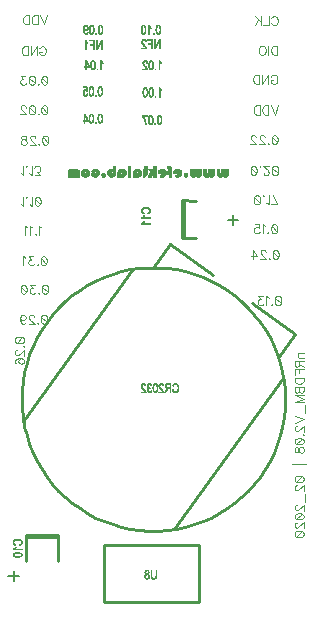
<source format=gbr>
G04 DipTrace 3.2.0.1*
G04 BottomSilk.gbr*
%MOIN*%
G04 #@! TF.FileFunction,Legend,Bot*
G04 #@! TF.Part,Single*
%ADD10C,0.009843*%
%ADD13C,0.002625*%
%ADD14C,0.001969*%
%ADD92C,0.004632*%
%ADD94C,0.006176*%
%FSLAX26Y26*%
G04*
G70*
G90*
G75*
G01*
G04 BotSilk*
%LPD*%
X-296086Y-1563215D2*
D10*
X-402381D1*
X-296086Y-1555825D2*
X-402381D1*
X-296086D2*
Y-1640285D1*
X-402381Y-1555825D2*
Y-1640285D1*
X124672Y-440190D2*
Y-566285D1*
X117160Y-440190D2*
Y-566285D1*
Y-440190D2*
X164496Y-440244D1*
X117160Y-566285D2*
X164496Y-566231D1*
X-417241Y-1102375D2*
X-416172Y-1071756D1*
X-412969Y-1041287D1*
X-407648Y-1011114D1*
X-400235Y-981387D1*
X-390766Y-952249D1*
X-379288Y-923842D1*
X-365855Y-896305D1*
X-350534Y-869772D1*
X-333400Y-844372D1*
X-314535Y-820229D1*
X-294031Y-797461D1*
X-271989Y-776179D1*
X-248516Y-756485D1*
X-223726Y-738477D1*
X-197740Y-722241D1*
X-170685Y-707858D1*
X-142693Y-695396D1*
X-113899Y-684918D1*
X-84444Y-676473D1*
X-54471Y-670103D1*
X-24128Y-665839D1*
X6440Y-663702D1*
X37081D1*
X67649Y-665839D1*
X97992Y-670103D1*
X127965Y-676473D1*
X157420Y-684918D1*
X186214Y-695396D1*
X214206Y-707858D1*
X241261Y-722241D1*
X267247Y-738477D1*
X292037Y-756485D1*
X315510Y-776179D1*
X337552Y-797461D1*
X358055Y-820229D1*
X376921Y-844372D1*
X394055Y-869772D1*
X409376Y-896305D1*
X422809Y-923842D1*
X434287Y-952249D1*
X443756Y-981387D1*
X451169Y-1011114D1*
X456490Y-1041287D1*
X459693Y-1071756D1*
X460762Y-1102375D1*
X459693Y-1132994D1*
X456490Y-1163464D1*
X451169Y-1193636D1*
X443756Y-1223364D1*
X434287Y-1252502D1*
X422809Y-1280909D1*
X409376Y-1308446D1*
X394055Y-1334979D1*
X376921Y-1360378D1*
X358055Y-1384521D1*
X337552Y-1407289D1*
X315510Y-1428572D1*
X292037Y-1448266D1*
X267247Y-1466274D1*
X241261Y-1482509D1*
X214206Y-1496893D1*
X186214Y-1509354D1*
X157420Y-1519833D1*
X127965Y-1528278D1*
X97992Y-1534648D1*
X67649Y-1538912D1*
X37081Y-1541049D1*
X6440D1*
X-24128Y-1538912D1*
X-54471Y-1534648D1*
X-84444Y-1528278D1*
X-113899Y-1519833D1*
X-142693Y-1509354D1*
X-170685Y-1496893D1*
X-197740Y-1482509D1*
X-223726Y-1466274D1*
X-248516Y-1448266D1*
X-271989Y-1428572D1*
X-294031Y-1407289D1*
X-314535Y-1384521D1*
X-333400Y-1360378D1*
X-350534Y-1334979D1*
X-365855Y-1308446D1*
X-379288Y-1280909D1*
X-390766Y-1252502D1*
X-400235Y-1223364D1*
X-407648Y-1193636D1*
X-412969Y-1163464D1*
X-416172Y-1132994D1*
X-417241Y-1102375D1*
X91973Y-1533860D2*
X453290Y-1032214D1*
X-409587Y-1172441D2*
X-48361Y-670890D1*
X494024Y-884434D2*
X350317Y-781008D1*
X222467Y-688956D2*
X78578Y-585434D1*
X494024Y-884434D2*
X436523Y-964346D1*
X78578Y-585434D2*
X21168Y-665251D1*
X-141173Y-1588887D2*
X173795D1*
Y-1777871D1*
X-141173D1*
Y-1588887D1*
X-436832Y-1567543D2*
D14*
X-426990D1*
X-439061Y-1568528D2*
X-424608D1*
X-440904Y-1569512D2*
X-422525D1*
X-442357Y-1570496D2*
X-420848D1*
X-443530Y-1571480D2*
X-438755D1*
X-424230D2*
X-419597D1*
X-444480Y-1572465D2*
X-440525D1*
X-422674D2*
X-418697D1*
X-445227Y-1573449D2*
X-441964D1*
X-421399D2*
X-418016D1*
X-445809Y-1574433D2*
X-443006D1*
X-420415D2*
X-417446D1*
X-446227Y-1575417D2*
X-443735D1*
X-419726D2*
X-416958D1*
X-446470Y-1576402D2*
X-444217D1*
X-419245D2*
X-416582D1*
X-446589Y-1577386D2*
X-444486D1*
X-418873D2*
X-416361D1*
X-446641Y-1578370D2*
X-444611D1*
X-418585D2*
X-416283D1*
X-446658Y-1579354D2*
X-444633D1*
X-418690D2*
X-416359D1*
X-446632Y-1580339D2*
X-444522D1*
X-418895D2*
X-416578D1*
X-446505Y-1581323D2*
X-444217D1*
X-419193D2*
X-416861D1*
X-446232Y-1582307D2*
X-443759D1*
X-419601D2*
X-417194D1*
X-445816Y-1583291D2*
X-442700D1*
X-420597D2*
X-417684D1*
X-445241Y-1584276D2*
X-441285D1*
X-422030D2*
X-418381D1*
X-444461Y-1585260D2*
X-439604D1*
X-423752D2*
X-419259D1*
X-443443Y-1586244D2*
X-437816D1*
X-425253D2*
X-420333D1*
X-442177Y-1587228D2*
X-438339D1*
X-426255D2*
X-421628D1*
X-440769Y-1588213D2*
X-438801D1*
X-426990D2*
X-423052D1*
X-438801Y-1595102D2*
X-436832D1*
X-439670Y-1596087D2*
X-437324D1*
X-440540Y-1597071D2*
X-437900D1*
X-441540Y-1598055D2*
X-438505D1*
X-442726Y-1599039D2*
X-439171D1*
X-443989Y-1600024D2*
X-439942D1*
X-445126Y-1601008D2*
X-416163D1*
X-445986Y-1601992D2*
X-416163D1*
X-446675Y-1602976D2*
X-416163D1*
X-433879Y-1611835D2*
X-428958D1*
X-438078Y-1612819D2*
X-425029D1*
X-441292Y-1613803D2*
X-422049D1*
X-443537Y-1614787D2*
X-420011D1*
X-445224Y-1615772D2*
X-440572D1*
X-423477D2*
X-418646D1*
X-446043Y-1616756D2*
X-442093D1*
X-421471D2*
X-417721D1*
X-446372Y-1617740D2*
X-443243D1*
X-420106D2*
X-417069D1*
X-446547Y-1618724D2*
X-444117D1*
X-419110D2*
X-416628D1*
X-446621Y-1619709D2*
X-444380D1*
X-418701D2*
X-416411D1*
X-446618Y-1620693D2*
X-444487D1*
X-418818D2*
X-416418D1*
X-446497Y-1621677D2*
X-444133D1*
X-419529D2*
X-416638D1*
X-446192Y-1622661D2*
X-443060D1*
X-420651D2*
X-417037D1*
X-445644Y-1623646D2*
X-441425D1*
X-422342D2*
X-417643D1*
X-444762Y-1624630D2*
X-439250D1*
X-424550D2*
X-418584D1*
X-443461Y-1625614D2*
X-419997D1*
X-441742Y-1626598D2*
X-421892D1*
X-439785Y-1627583D2*
X-424037D1*
X-9189Y-462324D2*
X654D1*
X-11418Y-463308D2*
X3035D1*
X-13261Y-464293D2*
X5118D1*
X-14714Y-465277D2*
X6795D1*
X-15887Y-466261D2*
X-11112D1*
X3413D2*
X8046D1*
X-16837Y-467245D2*
X-12882D1*
X4969D2*
X8946D1*
X-17584Y-468230D2*
X-14321D1*
X6244D2*
X9628D1*
X-18166Y-469214D2*
X-15363D1*
X7228D2*
X10197D1*
X-18584Y-470198D2*
X-16092D1*
X7917D2*
X10685D1*
X-18827Y-471182D2*
X-16574D1*
X8398D2*
X11061D1*
X-18946Y-472167D2*
X-16843D1*
X8770D2*
X11282D1*
X-18998Y-473151D2*
X-16968D1*
X9058D2*
X11360D1*
X-19015Y-474135D2*
X-16989D1*
X8953D2*
X11284D1*
X-18989Y-475119D2*
X-16879D1*
X8748D2*
X11065D1*
X-18862Y-476104D2*
X-16574D1*
X8450D2*
X10782D1*
X-18589Y-477088D2*
X-16116D1*
X8042D2*
X10449D1*
X-18173Y-478072D2*
X-15057D1*
X7046D2*
X9959D1*
X-17598Y-479056D2*
X-13642D1*
X5613D2*
X9262D1*
X-16818Y-480041D2*
X-11961D1*
X3891D2*
X8384D1*
X-15800Y-481025D2*
X-10173D1*
X2390D2*
X7310D1*
X-14534Y-482009D2*
X-10696D1*
X1389D2*
X6015D1*
X-13126Y-482993D2*
X-11157D1*
X654D2*
X4591D1*
X-11157Y-489883D2*
X-9189D1*
X-12027Y-490867D2*
X-9681D1*
X-12897Y-491852D2*
X-10257D1*
X-13897Y-492836D2*
X-10862D1*
X-15083Y-493820D2*
X-11528D1*
X-16346Y-494804D2*
X-12299D1*
X-17483Y-495789D2*
X11480D1*
X-18343Y-496773D2*
X11480D1*
X-19031Y-497757D2*
X11480D1*
X-11157Y-509568D2*
X-9189D1*
X-12027Y-510552D2*
X-9681D1*
X-12897Y-511537D2*
X-10257D1*
X-13897Y-512521D2*
X-10862D1*
X-15083Y-513505D2*
X-11528D1*
X-16346Y-514490D2*
X-12299D1*
X-17483Y-515474D2*
X11480D1*
X-18343Y-516458D2*
X11480D1*
X-19031Y-517442D2*
X11480D1*
X-14270Y145202D2*
X-9349D1*
X4430D2*
X6399D1*
X34942D2*
X39864D1*
X-15553Y144218D2*
X-8402D1*
X4430D2*
X6777D1*
X33660D2*
X40810D1*
X-16541Y143234D2*
X-7548D1*
X4430D2*
X7234D1*
X32671D2*
X41665D1*
X-17284Y142249D2*
X-14233D1*
X-9505D2*
X-6838D1*
X4430D2*
X7821D1*
X31928D2*
X34980D1*
X39708D2*
X42374D1*
X-17886Y141265D2*
X-15087D1*
X-8803D2*
X-6266D1*
X4430D2*
X8569D1*
X31327D2*
X34125D1*
X40409D2*
X42946D1*
X-18388Y140281D2*
X-15797D1*
X-8234D2*
X-5819D1*
X4430D2*
X9436D1*
X30825D2*
X33416D1*
X40979D2*
X43394D1*
X-18769Y139297D2*
X-16365D1*
X-7787D2*
X-5452D1*
X4430D2*
X10365D1*
X30444D2*
X32848D1*
X41426D2*
X43760D1*
X-18996Y138312D2*
X-16778D1*
X-7421D2*
X-5098D1*
X4430D2*
X11291D1*
X30217D2*
X32435D1*
X41792D2*
X44115D1*
X-19113Y137328D2*
X-17019D1*
X-7066D2*
X-4793D1*
X4430D2*
X7383D1*
X9352D2*
X12115D1*
X30099D2*
X32194D1*
X42146D2*
X44419D1*
X-19198Y136344D2*
X-17138D1*
X-6762D2*
X-4601D1*
X4430D2*
X7383D1*
X10336D2*
X12760D1*
X30015D2*
X32075D1*
X42451D2*
X44612D1*
X-19344Y135360D2*
X-17190D1*
X-6569D2*
X-4501D1*
X4430D2*
X7383D1*
X11320D2*
X13289D1*
X29869D2*
X32023D1*
X42643D2*
X44711D1*
X-19587Y134375D2*
X-17211D1*
X-6470D2*
X-4457D1*
X4430D2*
X7383D1*
X29626D2*
X32002D1*
X42743D2*
X44756D1*
X-19842Y133391D2*
X-17219D1*
X-6425D2*
X-4439D1*
X4430D2*
X7383D1*
X29370D2*
X31994D1*
X42787D2*
X44774D1*
X-20015Y132407D2*
X-17222D1*
X-6407D2*
X-4432D1*
X4430D2*
X7383D1*
X29198D2*
X31991D1*
X42805D2*
X44781D1*
X-20106Y131423D2*
X-17223D1*
X-6400D2*
X-4429D1*
X4430D2*
X7383D1*
X29106D2*
X31990D1*
X42812D2*
X44783D1*
X-20148Y130438D2*
X-17223D1*
X-6398D2*
X-4428D1*
X4430D2*
X7383D1*
X29064D2*
X31990D1*
X42815D2*
X44784D1*
X-20162Y129454D2*
X-17223D1*
X-6397D2*
X-4428D1*
X4430D2*
X7383D1*
X29051D2*
X31990D1*
X42816D2*
X44785D1*
X-20134Y128470D2*
X-17223D1*
X-6396D2*
X-4428D1*
X4430D2*
X7383D1*
X29079D2*
X31990D1*
X42816D2*
X44785D1*
X-20011Y127486D2*
X-17223D1*
X-6396D2*
X-4428D1*
X4430D2*
X7383D1*
X29202D2*
X31990D1*
X42816D2*
X44785D1*
X-19776Y126501D2*
X-17223D1*
X-6400D2*
X-4428D1*
X4430D2*
X7383D1*
X29437D2*
X31990D1*
X42812D2*
X44785D1*
X-19524Y125517D2*
X-17223D1*
X-6435D2*
X-4428D1*
X4430D2*
X7383D1*
X29689D2*
X31990D1*
X42778D2*
X44785D1*
X-19352Y124533D2*
X-17219D1*
X-6560D2*
X-4432D1*
X4430D2*
X7383D1*
X29860D2*
X31993D1*
X42652D2*
X44781D1*
X-19257Y123549D2*
X-17185D1*
X-6800D2*
X-4466D1*
X4430D2*
X7383D1*
X29956D2*
X32028D1*
X42413D2*
X44746D1*
X-19181Y122564D2*
X-17055D1*
X-7087D2*
X-4596D1*
X4430D2*
X7383D1*
X30032D2*
X32157D1*
X42126D2*
X44617D1*
X-19034Y121580D2*
X-16781D1*
X-7388D2*
X-4866D1*
X4430D2*
X7383D1*
X30178D2*
X32431D1*
X41825D2*
X44347D1*
X-18757Y120596D2*
X-16350D1*
X-7769D2*
X-5248D1*
X4430D2*
X7383D1*
X30455D2*
X32863D1*
X41444D2*
X43965D1*
X-18373Y119612D2*
X-15794D1*
X-8236D2*
X-5693D1*
X4430D2*
X7383D1*
X30839D2*
X33418D1*
X40976D2*
X43519D1*
X-17923Y118627D2*
X-14319D1*
X-9264D2*
X-6205D1*
X4430D2*
X7383D1*
X31290D2*
X34894D1*
X39949D2*
X43008D1*
X-17378Y117643D2*
X-12083D1*
X-11572D2*
X-6855D1*
X4430D2*
X7383D1*
X21163D2*
X23131D1*
X31835D2*
X37130D1*
X37640D2*
X42357D1*
X-16615Y116659D2*
X-7767D1*
X4430D2*
X7383D1*
X21163D2*
X23131D1*
X32598D2*
X41446D1*
X-15535Y115675D2*
X-8970D1*
X4430D2*
X7383D1*
X21163D2*
X23131D1*
X33678D2*
X40243D1*
X-14270Y114690D2*
X-10333D1*
X4430D2*
X7383D1*
X21163D2*
X23131D1*
X34942D2*
X38879D1*
X-13625Y97983D2*
X-7719D1*
X1139D2*
X17871D1*
X24761D2*
X26730D1*
X40509D2*
X43462D1*
X-14605Y96999D2*
X-6318D1*
X1139D2*
X17871D1*
X24761D2*
X26730D1*
X40131D2*
X43462D1*
X-15551Y96014D2*
X-5181D1*
X1139D2*
X17871D1*
X24761D2*
X26730D1*
X39678D2*
X43462D1*
X-16375Y95030D2*
X-12291D1*
X-7723D2*
X-4328D1*
X14919D2*
X17871D1*
X24761D2*
X26730D1*
X39126D2*
X43462D1*
X-16994Y94046D2*
X-13568D1*
X-6777D2*
X-3697D1*
X14919D2*
X17871D1*
X24761D2*
X26730D1*
X38507D2*
X43462D1*
X-17452Y93062D2*
X-14464D1*
X-5957D2*
X-3258D1*
X14919D2*
X17871D1*
X24761D2*
X26730D1*
X37910D2*
X43462D1*
X-17848Y92077D2*
X-15134D1*
X-5368D2*
X-3007D1*
X14919D2*
X17871D1*
X24761D2*
X26730D1*
X37359D2*
X43462D1*
X-18166Y91093D2*
X-15370D1*
X-5014D2*
X-2878D1*
X14919D2*
X17871D1*
X24761D2*
X26730D1*
X36837D2*
X43462D1*
X-18331Y90109D2*
X-15494D1*
X-4766D2*
X-2798D1*
X14919D2*
X17871D1*
X24761D2*
X26730D1*
X36334D2*
X39681D1*
X41493D2*
X43462D1*
X-18307Y89125D2*
X-15518D1*
X14919D2*
X17871D1*
X24761D2*
X26730D1*
X35836D2*
X38975D1*
X41493D2*
X43462D1*
X-18113Y88140D2*
X-15412D1*
X14919D2*
X17871D1*
X24761D2*
X26730D1*
X35343D2*
X38375D1*
X41493D2*
X43462D1*
X-17845Y87156D2*
X-15150D1*
X14919D2*
X17871D1*
X24761D2*
X26730D1*
X34850D2*
X37834D1*
X41493D2*
X43462D1*
X-17551Y86172D2*
X-14772D1*
X14919D2*
X17871D1*
X24761D2*
X26730D1*
X34358D2*
X37322D1*
X41493D2*
X43462D1*
X-17188Y85188D2*
X-14327D1*
X14919D2*
X17871D1*
X24761D2*
X26730D1*
X33865D2*
X36822D1*
X41493D2*
X43462D1*
X-16735Y84203D2*
X-13820D1*
X3108D2*
X17871D1*
X24761D2*
X26730D1*
X33374D2*
X36328D1*
X41493D2*
X43462D1*
X-16181Y83219D2*
X-13207D1*
X3108D2*
X17871D1*
X24761D2*
X26730D1*
X32881D2*
X35834D1*
X41493D2*
X43462D1*
X-15557Y82235D2*
X-12447D1*
X3108D2*
X17871D1*
X24761D2*
X26730D1*
X32386D2*
X35342D1*
X41493D2*
X43462D1*
X-14925Y81251D2*
X-11575D1*
X14919D2*
X17871D1*
X24761D2*
X26730D1*
X31862D2*
X34849D1*
X41493D2*
X43462D1*
X-14244Y80266D2*
X-10640D1*
X14919D2*
X17871D1*
X24761D2*
X26730D1*
X31276D2*
X34354D1*
X41493D2*
X43462D1*
X-13452Y79282D2*
X-9676D1*
X14919D2*
X17871D1*
X24761D2*
X26730D1*
X30642D2*
X33830D1*
X41493D2*
X43462D1*
X-12567Y78298D2*
X-8699D1*
X14919D2*
X17871D1*
X24761D2*
X26734D1*
X30039D2*
X33244D1*
X41493D2*
X43462D1*
X-11627Y77314D2*
X-7722D1*
X14919D2*
X17871D1*
X24761D2*
X26771D1*
X29483D2*
X32611D1*
X41493D2*
X43462D1*
X-10661Y76329D2*
X-6773D1*
X14919D2*
X17871D1*
X24761D2*
X26923D1*
X28935D2*
X32008D1*
X41493D2*
X43462D1*
X-9688Y75345D2*
X-5914D1*
X14919D2*
X17871D1*
X24761D2*
X27260D1*
X28348D2*
X31455D1*
X41493D2*
X43462D1*
X-8741Y74361D2*
X-5170D1*
X14919D2*
X17871D1*
X24761D2*
X30932D1*
X41493D2*
X43462D1*
X-7883Y73377D2*
X-4476D1*
X14919D2*
X17871D1*
X24761D2*
X30429D1*
X41493D2*
X43462D1*
X-7135Y72392D2*
X-3824D1*
X14919D2*
X17871D1*
X24761D2*
X29931D1*
X41493D2*
X43462D1*
X-6405Y71408D2*
X-3296D1*
X14919D2*
X17871D1*
X24761D2*
X29438D1*
X41493D2*
X43462D1*
X-5608Y70424D2*
X-2879D1*
X14919D2*
X17871D1*
X24761D2*
X28947D1*
X41493D2*
X43462D1*
X-18546Y69440D2*
X-2492D1*
X14919D2*
X17871D1*
X24761D2*
X28481D1*
X41493D2*
X43462D1*
X-18546Y68455D2*
X-2134D1*
X14919D2*
X17871D1*
X24761D2*
X28071D1*
X41493D2*
X43462D1*
X-18546Y67471D2*
X-1814D1*
X14919D2*
X17871D1*
X24761D2*
X27714D1*
X41493D2*
X43462D1*
X-205812Y145467D2*
X-201875D1*
X-187112D2*
X-182190D1*
X-157584D2*
X-152663D1*
X-207247Y144483D2*
X-200474D1*
X-188394D2*
X-181244D1*
X-158867D2*
X-151716D1*
X-208479Y143499D2*
X-199337D1*
X-189382D2*
X-180389D1*
X-159855D2*
X-150862D1*
X-209477Y142514D2*
X-206759D1*
X-201913D2*
X-198484D1*
X-190126D2*
X-187074D1*
X-182346D2*
X-179679D1*
X-160598D2*
X-157547D1*
X-152819D2*
X-150152D1*
X-210251Y141530D2*
X-207613D1*
X-201059D2*
X-197853D1*
X-190727D2*
X-187928D1*
X-181644D2*
X-179108D1*
X-161199D2*
X-158401D1*
X-152117D2*
X-149580D1*
X-210845Y140546D2*
X-208323D1*
X-200349D2*
X-197414D1*
X-191229D2*
X-188638D1*
X-181075D2*
X-178660D1*
X-161701D2*
X-159111D1*
X-151548D2*
X-149132D1*
X-211267Y139562D2*
X-208891D1*
X-199781D2*
X-197164D1*
X-191610D2*
X-189206D1*
X-180628D2*
X-178294D1*
X-162082D2*
X-159679D1*
X-151101D2*
X-148766D1*
X-211516Y138577D2*
X-209304D1*
X-199368D2*
X-197041D1*
X-191837D2*
X-189619D1*
X-180262D2*
X-177939D1*
X-162310D2*
X-160092D1*
X-150734D2*
X-148411D1*
X-211670Y137593D2*
X-209545D1*
X-199127D2*
X-196988D1*
X-191954D2*
X-189860D1*
X-179907D2*
X-177635D1*
X-162427D2*
X-160333D1*
X-150380D2*
X-148107D1*
X-211848Y136609D2*
X-209660D1*
X-199012D2*
X-196966D1*
X-192039D2*
X-189979D1*
X-179603D2*
X-177442D1*
X-162512D2*
X-160451D1*
X-150075D2*
X-147914D1*
X-212105Y135625D2*
X-209678D1*
X-198994D2*
X-196958D1*
X-192185D2*
X-190031D1*
X-179410D2*
X-177343D1*
X-162657D2*
X-160504D1*
X-149883D2*
X-147815D1*
X-212365Y134640D2*
X-209569D1*
X-199103D2*
X-196959D1*
X-192428D2*
X-190052D1*
X-179311D2*
X-177298D1*
X-162901D2*
X-160525D1*
X-149784D2*
X-147771D1*
X-212540Y133656D2*
X-209303D1*
X-199369D2*
X-196993D1*
X-192683D2*
X-190060D1*
X-179267D2*
X-177280D1*
X-163156D2*
X-160532D1*
X-149739D2*
X-147752D1*
X-212632Y132672D2*
X-208874D1*
X-199798D2*
X-197122D1*
X-192856D2*
X-190063D1*
X-179248D2*
X-177273D1*
X-163328D2*
X-160535D1*
X-149721D2*
X-147745D1*
X-212674Y131688D2*
X-208320D1*
X-200352D2*
X-197396D1*
X-192948D2*
X-190064D1*
X-179241D2*
X-177270D1*
X-163420D2*
X-160536D1*
X-149714D2*
X-147743D1*
X-212692Y130703D2*
X-206845D1*
X-201827D2*
X-197816D1*
X-192989D2*
X-190064D1*
X-179239D2*
X-177269D1*
X-163462D2*
X-160537D1*
X-149711D2*
X-147742D1*
X-212695Y129719D2*
X-204609D1*
X-204063D2*
X-198425D1*
X-193003D2*
X-190064D1*
X-179238D2*
X-177269D1*
X-163475D2*
X-160537D1*
X-149710D2*
X-147742D1*
X-212662Y128735D2*
X-199319D1*
X-192975D2*
X-190064D1*
X-179238D2*
X-177269D1*
X-163447D2*
X-160537D1*
X-149710D2*
X-147742D1*
X-212538Y127751D2*
X-209749D1*
X-207781D2*
X-200515D1*
X-192852D2*
X-190064D1*
X-179238D2*
X-177269D1*
X-163324D2*
X-160537D1*
X-149710D2*
X-147741D1*
X-212302Y126766D2*
X-209749D1*
X-205812D2*
X-201875D1*
X-192617D2*
X-190064D1*
X-179241D2*
X-177269D1*
X-163089D2*
X-160537D1*
X-149714D2*
X-147741D1*
X-212050Y125782D2*
X-209745D1*
X-192365D2*
X-190064D1*
X-179276D2*
X-177269D1*
X-162837D2*
X-160537D1*
X-149748D2*
X-147741D1*
X-211875Y124798D2*
X-209711D1*
X-192193D2*
X-190060D1*
X-179401D2*
X-177273D1*
X-162666D2*
X-160533D1*
X-149874D2*
X-147745D1*
X-211749Y123814D2*
X-209582D1*
X-192098D2*
X-190026D1*
X-179641D2*
X-177307D1*
X-162571D2*
X-160498D1*
X-150113D2*
X-147780D1*
X-211578Y122829D2*
X-209311D1*
X-192022D2*
X-189897D1*
X-179928D2*
X-177437D1*
X-162494D2*
X-160369D1*
X-150400D2*
X-147909D1*
X-211290Y121845D2*
X-208926D1*
X-199907D2*
X-196954D1*
X-191875D2*
X-189622D1*
X-180229D2*
X-177707D1*
X-162348D2*
X-160095D1*
X-150701D2*
X-148180D1*
X-210902Y120861D2*
X-208430D1*
X-200112D2*
X-197294D1*
X-191598D2*
X-189191D1*
X-180610D2*
X-178089D1*
X-162071D2*
X-159663D1*
X-151082D2*
X-148561D1*
X-210454Y119877D2*
X-207822D1*
X-200465D2*
X-197626D1*
X-191214D2*
X-188636D1*
X-181077D2*
X-178535D1*
X-161687D2*
X-159108D1*
X-151550D2*
X-149007D1*
X-209941Y118892D2*
X-206228D1*
X-201701D2*
X-197980D1*
X-190764D2*
X-187160D1*
X-182105D2*
X-179046D1*
X-161236D2*
X-157633D1*
X-152578D2*
X-149518D1*
X-209291Y117908D2*
X-203812D1*
X-203558D2*
X-198514D1*
X-190219D2*
X-184924D1*
X-184414D2*
X-179696D1*
X-171364D2*
X-169395D1*
X-160691D2*
X-155396D1*
X-154886D2*
X-150169D1*
X-208379Y116924D2*
X-199360D1*
X-189456D2*
X-180608D1*
X-171364D2*
X-169395D1*
X-159929D2*
X-151081D1*
X-207176Y115940D2*
X-200531D1*
X-188376D2*
X-181811D1*
X-171364D2*
X-169395D1*
X-158849D2*
X-152283D1*
X-205812Y114955D2*
X-201875D1*
X-187112D2*
X-183175D1*
X-171364D2*
X-169395D1*
X-157584D2*
X-153647D1*
X-206377Y95381D2*
X-204408D1*
X-191613D2*
X-174881D1*
X-167991D2*
X-166022D1*
X-152243D2*
X-149290D1*
X-206377Y94396D2*
X-204030D1*
X-191613D2*
X-174881D1*
X-167991D2*
X-166022D1*
X-152621D2*
X-149290D1*
X-206377Y93412D2*
X-203573D1*
X-191613D2*
X-174881D1*
X-167991D2*
X-166022D1*
X-153074D2*
X-149290D1*
X-206377Y92428D2*
X-202986D1*
X-177833D2*
X-174881D1*
X-167991D2*
X-166022D1*
X-153626D2*
X-149290D1*
X-206377Y91444D2*
X-202238D1*
X-177833D2*
X-174881D1*
X-167991D2*
X-166022D1*
X-154245D2*
X-149290D1*
X-206377Y90459D2*
X-201371D1*
X-177833D2*
X-174881D1*
X-167991D2*
X-166022D1*
X-154842D2*
X-149290D1*
X-206377Y89475D2*
X-200442D1*
X-177833D2*
X-174881D1*
X-167991D2*
X-166022D1*
X-155393D2*
X-149290D1*
X-206377Y88491D2*
X-199516D1*
X-177833D2*
X-174881D1*
X-167991D2*
X-166022D1*
X-155915D2*
X-149290D1*
X-206377Y87507D2*
X-203424D1*
X-201455D2*
X-198692D1*
X-177833D2*
X-174881D1*
X-167991D2*
X-166022D1*
X-156418D2*
X-153071D1*
X-151259D2*
X-149290D1*
X-206377Y86522D2*
X-203424D1*
X-200471D2*
X-198047D1*
X-177833D2*
X-174881D1*
X-167991D2*
X-166022D1*
X-156916D2*
X-153777D1*
X-151259D2*
X-149290D1*
X-206377Y85538D2*
X-203424D1*
X-199487D2*
X-197518D1*
X-177833D2*
X-174881D1*
X-167991D2*
X-166022D1*
X-157409D2*
X-154377D1*
X-151259D2*
X-149290D1*
X-206377Y84554D2*
X-203424D1*
X-177833D2*
X-174881D1*
X-167991D2*
X-166022D1*
X-157902D2*
X-154918D1*
X-151259D2*
X-149290D1*
X-206377Y83570D2*
X-203424D1*
X-177833D2*
X-174881D1*
X-167991D2*
X-166022D1*
X-158394D2*
X-155430D1*
X-151259D2*
X-149290D1*
X-206377Y82585D2*
X-203424D1*
X-177833D2*
X-174881D1*
X-167991D2*
X-166022D1*
X-158887D2*
X-155930D1*
X-151259D2*
X-149290D1*
X-206377Y81601D2*
X-203424D1*
X-189644D2*
X-174881D1*
X-167991D2*
X-166022D1*
X-159378D2*
X-156424D1*
X-151259D2*
X-149290D1*
X-206377Y80617D2*
X-203424D1*
X-189644D2*
X-174881D1*
X-167991D2*
X-166022D1*
X-159871D2*
X-156918D1*
X-151259D2*
X-149290D1*
X-206377Y79633D2*
X-203424D1*
X-189644D2*
X-174881D1*
X-167991D2*
X-166022D1*
X-160366D2*
X-157410D1*
X-151259D2*
X-149290D1*
X-206377Y78648D2*
X-203424D1*
X-177833D2*
X-174881D1*
X-167991D2*
X-166022D1*
X-160890D2*
X-157903D1*
X-151259D2*
X-149290D1*
X-206377Y77664D2*
X-203424D1*
X-177833D2*
X-174881D1*
X-167991D2*
X-166022D1*
X-161476D2*
X-158398D1*
X-151259D2*
X-149290D1*
X-206377Y76680D2*
X-203424D1*
X-177833D2*
X-174881D1*
X-167991D2*
X-166022D1*
X-162110D2*
X-158921D1*
X-151259D2*
X-149290D1*
X-206377Y75696D2*
X-203424D1*
X-177833D2*
X-174881D1*
X-167991D2*
X-166018D1*
X-162713D2*
X-159507D1*
X-151259D2*
X-149290D1*
X-206377Y74711D2*
X-203424D1*
X-177833D2*
X-174881D1*
X-167991D2*
X-165981D1*
X-163269D2*
X-160141D1*
X-151259D2*
X-149290D1*
X-206377Y73727D2*
X-203424D1*
X-177833D2*
X-174881D1*
X-167991D2*
X-165829D1*
X-163817D2*
X-160744D1*
X-151259D2*
X-149290D1*
X-206377Y72743D2*
X-203424D1*
X-177833D2*
X-174881D1*
X-167991D2*
X-165492D1*
X-164404D2*
X-161297D1*
X-151259D2*
X-149290D1*
X-206377Y71759D2*
X-203424D1*
X-177833D2*
X-174881D1*
X-167991D2*
X-161820D1*
X-151259D2*
X-149290D1*
X-206377Y70774D2*
X-203424D1*
X-177833D2*
X-174881D1*
X-167991D2*
X-162323D1*
X-151259D2*
X-149290D1*
X-206377Y69790D2*
X-203424D1*
X-177833D2*
X-174881D1*
X-167991D2*
X-162821D1*
X-151259D2*
X-149290D1*
X-206377Y68806D2*
X-203424D1*
X-177833D2*
X-174881D1*
X-167991D2*
X-163314D1*
X-151259D2*
X-149290D1*
X-206377Y67822D2*
X-203424D1*
X-177833D2*
X-174881D1*
X-167991D2*
X-163805D1*
X-151259D2*
X-149290D1*
X-206377Y66837D2*
X-203424D1*
X-177833D2*
X-174881D1*
X-167991D2*
X-164271D1*
X-151259D2*
X-149290D1*
X-206377Y65853D2*
X-203424D1*
X-177833D2*
X-174881D1*
X-167991D2*
X-164681D1*
X-151259D2*
X-149290D1*
X-206377Y64869D2*
X-203424D1*
X-177833D2*
X-174881D1*
X-167991D2*
X-165038D1*
X-151259D2*
X-149290D1*
X-9772Y27306D2*
X-3866D1*
X10898D2*
X15819D1*
X39441D2*
X41409D1*
X-10752Y26322D2*
X-2465D1*
X9615D2*
X16766D1*
X39441D2*
X41787D1*
X-11698Y25337D2*
X-1328D1*
X8627D2*
X17620D1*
X39441D2*
X42245D1*
X-12522Y24353D2*
X-8438D1*
X-3870D2*
X-475D1*
X7884D2*
X10935D1*
X15663D2*
X18330D1*
X39441D2*
X42831D1*
X-13141Y23369D2*
X-9715D1*
X-2924D2*
X156D1*
X7282D2*
X10081D1*
X16365D2*
X18902D1*
X39441D2*
X43580D1*
X-13599Y22385D2*
X-10611D1*
X-2104D2*
X595D1*
X6780D2*
X9371D1*
X16934D2*
X19349D1*
X39441D2*
X44447D1*
X-13995Y21400D2*
X-11281D1*
X-1515D2*
X846D1*
X6399D2*
X8803D1*
X17381D2*
X19716D1*
X39441D2*
X45376D1*
X-14313Y20416D2*
X-11517D1*
X-1161D2*
X975D1*
X6172D2*
X8390D1*
X17747D2*
X20070D1*
X39441D2*
X46302D1*
X-14478Y19432D2*
X-11641D1*
X-913D2*
X1055D1*
X6055D2*
X8149D1*
X18102D2*
X20375D1*
X39441D2*
X42394D1*
X44362D2*
X47126D1*
X-14454Y18448D2*
X-11664D1*
X5970D2*
X8030D1*
X18406D2*
X20567D1*
X39441D2*
X42394D1*
X45346D2*
X47771D1*
X-14260Y17463D2*
X-11559D1*
X5824D2*
X7978D1*
X18599D2*
X20666D1*
X39441D2*
X42394D1*
X46331D2*
X48299D1*
X-13992Y16479D2*
X-11297D1*
X5581D2*
X7957D1*
X18698D2*
X20711D1*
X39441D2*
X42394D1*
X-13698Y15495D2*
X-10919D1*
X5326D2*
X7949D1*
X18743D2*
X20729D1*
X39441D2*
X42394D1*
X-13335Y14510D2*
X-10474D1*
X5153D2*
X7946D1*
X18761D2*
X20736D1*
X39441D2*
X42394D1*
X-12882Y13526D2*
X-9967D1*
X5062D2*
X7945D1*
X18768D2*
X20739D1*
X39441D2*
X42394D1*
X-12328Y12542D2*
X-9354D1*
X5020D2*
X7945D1*
X18770D2*
X20740D1*
X39441D2*
X42394D1*
X-11704Y11558D2*
X-8594D1*
X5006D2*
X7945D1*
X18771D2*
X20740D1*
X39441D2*
X42394D1*
X-11071Y10573D2*
X-7722D1*
X5034D2*
X7945D1*
X18772D2*
X20740D1*
X39441D2*
X42394D1*
X-10391Y9589D2*
X-6787D1*
X5157D2*
X7945D1*
X18772D2*
X20740D1*
X39441D2*
X42394D1*
X-9599Y8605D2*
X-5823D1*
X5392D2*
X7945D1*
X18768D2*
X20740D1*
X39441D2*
X42394D1*
X-8714Y7621D2*
X-4846D1*
X5644D2*
X7945D1*
X18733D2*
X20740D1*
X39441D2*
X42394D1*
X-7774Y6636D2*
X-3869D1*
X5816D2*
X7949D1*
X18608D2*
X20736D1*
X39441D2*
X42394D1*
X-6808Y5652D2*
X-2920D1*
X5911D2*
X7983D1*
X18368D2*
X20702D1*
X39441D2*
X42394D1*
X-5835Y4668D2*
X-2061D1*
X5987D2*
X8113D1*
X18081D2*
X20572D1*
X39441D2*
X42394D1*
X-4888Y3684D2*
X-1317D1*
X6134D2*
X8387D1*
X17780D2*
X20302D1*
X39441D2*
X42394D1*
X-4030Y2699D2*
X-623D1*
X6411D2*
X8818D1*
X17399D2*
X19920D1*
X39441D2*
X42394D1*
X-3282Y1715D2*
X29D1*
X6795D2*
X9374D1*
X16932D2*
X19475D1*
X39441D2*
X42394D1*
X-2552Y731D2*
X557D1*
X7245D2*
X10849D1*
X15904D2*
X18963D1*
X39441D2*
X42394D1*
X-1755Y-253D2*
X974D1*
X7790D2*
X13085D1*
X13596D2*
X18313D1*
X26646D2*
X28614D1*
X39441D2*
X42394D1*
X-14693Y-1238D2*
X1361D1*
X8553D2*
X17401D1*
X26646D2*
X28614D1*
X39441D2*
X42394D1*
X-14693Y-2222D2*
X1719D1*
X9633D2*
X16198D1*
X26646D2*
X28614D1*
X39441D2*
X42394D1*
X-14693Y-3206D2*
X2039D1*
X10898D2*
X14835D1*
X26646D2*
X28614D1*
X39441D2*
X42394D1*
X-204412Y27219D2*
X-202444D1*
X-182759D2*
X-177837D1*
X-154215D2*
X-152247D1*
X-204412Y26235D2*
X-201833D1*
X-184041D2*
X-176891D1*
X-154215D2*
X-151869D1*
X-204412Y25251D2*
X-201272D1*
X-185029D2*
X-176036D1*
X-154215D2*
X-151411D1*
X-204412Y24266D2*
X-200745D1*
X-185773D2*
X-182721D1*
X-177993D2*
X-175326D1*
X-154215D2*
X-150825D1*
X-204412Y23282D2*
X-200235D1*
X-186374D2*
X-183575D1*
X-177291D2*
X-174755D1*
X-154215D2*
X-150077D1*
X-204412Y22298D2*
X-199705D1*
X-186876D2*
X-184285D1*
X-176722D2*
X-174307D1*
X-154215D2*
X-149209D1*
X-204412Y21314D2*
X-199117D1*
X-187257D2*
X-184853D1*
X-176275D2*
X-173941D1*
X-154215D2*
X-148281D1*
X-204412Y20329D2*
X-198482D1*
X-187484D2*
X-185266D1*
X-175909D2*
X-173586D1*
X-154215D2*
X-147355D1*
X-204412Y19345D2*
X-202444D1*
X-200631D2*
X-197879D1*
X-187601D2*
X-185507D1*
X-175554D2*
X-173281D1*
X-154215D2*
X-151262D1*
X-149294D2*
X-146530D1*
X-204412Y18361D2*
X-202444D1*
X-199925D2*
X-197326D1*
X-187686D2*
X-185626D1*
X-175250D2*
X-173089D1*
X-154215D2*
X-151262D1*
X-148310D2*
X-145885D1*
X-204412Y17377D2*
X-202444D1*
X-199325D2*
X-196804D1*
X-187832D2*
X-185678D1*
X-175057D2*
X-172990D1*
X-154215D2*
X-151262D1*
X-147325D2*
X-145357D1*
X-204412Y16392D2*
X-202444D1*
X-198784D2*
X-196300D1*
X-188075D2*
X-185699D1*
X-174958D2*
X-172945D1*
X-154215D2*
X-151262D1*
X-204412Y15408D2*
X-202444D1*
X-198273D2*
X-195802D1*
X-188330D2*
X-185707D1*
X-174914D2*
X-172927D1*
X-154215D2*
X-151262D1*
X-204412Y14424D2*
X-202444D1*
X-197772D2*
X-195309D1*
X-188503D2*
X-185710D1*
X-174895D2*
X-172920D1*
X-154215D2*
X-151262D1*
X-204412Y13440D2*
X-202444D1*
X-197274D2*
X-194816D1*
X-188595D2*
X-185711D1*
X-174888D2*
X-172917D1*
X-154215D2*
X-151262D1*
X-204412Y12455D2*
X-202444D1*
X-196750D2*
X-194320D1*
X-188636D2*
X-185711D1*
X-174886D2*
X-172916D1*
X-154215D2*
X-151262D1*
X-204412Y11471D2*
X-202444D1*
X-196163D2*
X-193796D1*
X-188650D2*
X-185711D1*
X-174885D2*
X-172916D1*
X-154215D2*
X-151262D1*
X-204412Y10487D2*
X-202444D1*
X-195526D2*
X-193214D1*
X-188622D2*
X-185711D1*
X-174885D2*
X-172916D1*
X-154215D2*
X-151262D1*
X-204412Y9503D2*
X-202444D1*
X-194897D2*
X-192615D1*
X-188499D2*
X-185711D1*
X-174885D2*
X-172916D1*
X-154215D2*
X-151262D1*
X-204412Y8518D2*
X-202444D1*
X-194257D2*
X-192141D1*
X-188264D2*
X-185711D1*
X-174888D2*
X-172916D1*
X-154215D2*
X-151262D1*
X-204412Y7534D2*
X-202444D1*
X-193585D2*
X-191859D1*
X-188012D2*
X-185711D1*
X-174923D2*
X-172916D1*
X-154215D2*
X-151262D1*
X-208349Y6550D2*
X-191718D1*
X-187840D2*
X-185707D1*
X-175048D2*
X-172920D1*
X-154215D2*
X-151262D1*
X-208349Y5566D2*
X-191656D1*
X-187745D2*
X-185673D1*
X-175288D2*
X-172954D1*
X-154215D2*
X-151262D1*
X-208349Y4581D2*
X-191630D1*
X-187669D2*
X-185544D1*
X-175575D2*
X-173084D1*
X-154215D2*
X-151262D1*
X-204412Y3597D2*
X-202444D1*
X-187522D2*
X-185269D1*
X-175876D2*
X-173354D1*
X-154215D2*
X-151262D1*
X-204412Y2613D2*
X-202444D1*
X-187245D2*
X-184838D1*
X-176257D2*
X-173736D1*
X-154215D2*
X-151262D1*
X-204412Y1629D2*
X-202444D1*
X-186861D2*
X-184283D1*
X-176724D2*
X-174182D1*
X-154215D2*
X-151262D1*
X-204412Y644D2*
X-202444D1*
X-186411D2*
X-182807D1*
X-177752D2*
X-174693D1*
X-154215D2*
X-151262D1*
X-204412Y-340D2*
X-202444D1*
X-185866D2*
X-180571D1*
X-180061D2*
X-175343D1*
X-167010D2*
X-165042D1*
X-154215D2*
X-151262D1*
X-204412Y-1324D2*
X-202444D1*
X-185103D2*
X-176255D1*
X-167010D2*
X-165042D1*
X-154215D2*
X-151262D1*
X-204412Y-2308D2*
X-202444D1*
X-184023D2*
X-177458D1*
X-167010D2*
X-165042D1*
X-154215D2*
X-151262D1*
X-204412Y-3293D2*
X-202444D1*
X-182759D2*
X-178822D1*
X-167010D2*
X-165042D1*
X-154215D2*
X-151262D1*
X-8398Y-63034D2*
X-3476D1*
X11287D2*
X16209D1*
X39831D2*
X41799D1*
X-9680Y-64018D2*
X-2530D1*
X10005D2*
X17155D1*
X39831D2*
X42177D1*
X-10669Y-65003D2*
X-1675D1*
X9016D2*
X18010D1*
X39831D2*
X42635D1*
X-11412Y-65987D2*
X-8360D1*
X-3632D2*
X-965D1*
X8273D2*
X11325D1*
X16053D2*
X18720D1*
X39831D2*
X43221D1*
X-12013Y-66971D2*
X-9214D1*
X-2931D2*
X-394D1*
X7672D2*
X10471D1*
X16754D2*
X19291D1*
X39831D2*
X43969D1*
X-12515Y-67955D2*
X-9924D1*
X-2361D2*
X54D1*
X7170D2*
X9761D1*
X17324D2*
X19739D1*
X39831D2*
X44836D1*
X-12896Y-68940D2*
X-10492D1*
X-1914D2*
X420D1*
X6789D2*
X9193D1*
X17771D2*
X20105D1*
X39831D2*
X45765D1*
X-13123Y-69924D2*
X-10905D1*
X-1548D2*
X775D1*
X6562D2*
X8780D1*
X18137D2*
X20460D1*
X39831D2*
X46691D1*
X-13241Y-70908D2*
X-11146D1*
X-1194D2*
X1079D1*
X6444D2*
X8539D1*
X18492D2*
X20764D1*
X39831D2*
X42783D1*
X44752D2*
X47516D1*
X-13325Y-71892D2*
X-11265D1*
X-889D2*
X1272D1*
X6360D2*
X8420D1*
X18796D2*
X20957D1*
X39831D2*
X42783D1*
X45736D2*
X48160D1*
X-13471Y-72877D2*
X-11317D1*
X-696D2*
X1371D1*
X6214D2*
X8368D1*
X18989D2*
X21056D1*
X39831D2*
X42783D1*
X46720D2*
X48689D1*
X-13714Y-73861D2*
X-11338D1*
X-597D2*
X1416D1*
X5971D2*
X8347D1*
X19088D2*
X21101D1*
X39831D2*
X42783D1*
X-13969Y-74845D2*
X-11346D1*
X-553D2*
X1434D1*
X5716D2*
X8339D1*
X19132D2*
X21119D1*
X39831D2*
X42783D1*
X-14142Y-75829D2*
X-11349D1*
X-534D2*
X1441D1*
X5543D2*
X8336D1*
X19151D2*
X21126D1*
X39831D2*
X42783D1*
X-14234Y-76814D2*
X-11350D1*
X-527D2*
X1444D1*
X5451D2*
X8335D1*
X19158D2*
X21129D1*
X39831D2*
X42783D1*
X-14275Y-77798D2*
X-11350D1*
X-525D2*
X1444D1*
X5410D2*
X8335D1*
X19160D2*
X21129D1*
X39831D2*
X42783D1*
X-14289Y-78782D2*
X-11350D1*
X-524D2*
X1445D1*
X5396D2*
X8335D1*
X19161D2*
X21130D1*
X39831D2*
X42783D1*
X-14261Y-79766D2*
X-11350D1*
X-524D2*
X1445D1*
X5424D2*
X8335D1*
X19161D2*
X21130D1*
X39831D2*
X42783D1*
X-14138Y-80751D2*
X-11350D1*
X-524D2*
X1445D1*
X5547D2*
X8335D1*
X19161D2*
X21130D1*
X39831D2*
X42783D1*
X-13903Y-81735D2*
X-11350D1*
X-527D2*
X1445D1*
X5782D2*
X8335D1*
X19158D2*
X21130D1*
X39831D2*
X42783D1*
X-13651Y-82719D2*
X-11350D1*
X-562D2*
X1445D1*
X6034D2*
X8335D1*
X19123D2*
X21130D1*
X39831D2*
X42783D1*
X-13479Y-83703D2*
X-11347D1*
X-688D2*
X1441D1*
X6206D2*
X8338D1*
X18998D2*
X21126D1*
X39831D2*
X42783D1*
X-13384Y-84688D2*
X-11312D1*
X-927D2*
X1406D1*
X6301D2*
X8373D1*
X18758D2*
X21091D1*
X39831D2*
X42783D1*
X-13308Y-85672D2*
X-11183D1*
X-1214D2*
X1277D1*
X6377D2*
X8502D1*
X18471D2*
X20962D1*
X39831D2*
X42783D1*
X-13162Y-86656D2*
X-10908D1*
X-1515D2*
X1007D1*
X6524D2*
X8777D1*
X18170D2*
X20692D1*
X39831D2*
X42783D1*
X-12885Y-87640D2*
X-10477D1*
X-1896D2*
X625D1*
X6801D2*
X9208D1*
X17789D2*
X20310D1*
X39831D2*
X42783D1*
X-12500Y-88625D2*
X-9922D1*
X-2364D2*
X179D1*
X7185D2*
X9763D1*
X17322D2*
X19864D1*
X39831D2*
X42783D1*
X-12050Y-89609D2*
X-8446D1*
X-3391D2*
X-332D1*
X7635D2*
X11239D1*
X16294D2*
X19353D1*
X39831D2*
X42783D1*
X-11505Y-90593D2*
X-6210D1*
X-5700D2*
X-982D1*
X8180D2*
X13475D1*
X13985D2*
X18703D1*
X27035D2*
X29004D1*
X39831D2*
X42783D1*
X-10742Y-91577D2*
X-1894D1*
X8943D2*
X17791D1*
X27035D2*
X29004D1*
X39831D2*
X42783D1*
X-9662Y-92562D2*
X-3097D1*
X10023D2*
X16588D1*
X27035D2*
X29004D1*
X39831D2*
X42783D1*
X-8398Y-93546D2*
X-4461D1*
X11287D2*
X15224D1*
X27035D2*
X29004D1*
X39831D2*
X42783D1*
X-212598Y-60041D2*
X-200787D1*
X-187992D2*
X-183071D1*
X-158465D2*
X-153543D1*
X-212598Y-61025D2*
X-200333D1*
X-189275D2*
X-182124D1*
X-159747D2*
X-152597D1*
X-212598Y-62009D2*
X-200050D1*
X-190263D2*
X-181270D1*
X-160736D2*
X-151742D1*
X-201772Y-62993D2*
X-199907D1*
X-191006D2*
X-187955D1*
X-183227D2*
X-180560D1*
X-161479D2*
X-158427D1*
X-153699D2*
X-151032D1*
X-201772Y-63978D2*
X-199840D1*
X-191607D2*
X-188809D1*
X-182525D2*
X-179988D1*
X-162080D2*
X-159281D1*
X-152997D2*
X-150461D1*
X-201768Y-64962D2*
X-199780D1*
X-192110D2*
X-189519D1*
X-181956D2*
X-179541D1*
X-162582D2*
X-159991D1*
X-152428D2*
X-150013D1*
X-201733Y-65946D2*
X-199645D1*
X-192491D2*
X-190087D1*
X-181509D2*
X-179174D1*
X-162963D2*
X-160559D1*
X-151981D2*
X-149647D1*
X-201615Y-66930D2*
X-199405D1*
X-192718D2*
X-190500D1*
X-181143D2*
X-178820D1*
X-163190D2*
X-160972D1*
X-151615D2*
X-149292D1*
X-201455Y-67915D2*
X-199152D1*
X-192835D2*
X-190741D1*
X-180788D2*
X-178515D1*
X-163307D2*
X-161213D1*
X-151260D2*
X-148988D1*
X-201355Y-68899D2*
X-198980D1*
X-192920D2*
X-190860D1*
X-180484D2*
X-178322D1*
X-163392D2*
X-161332D1*
X-150956D2*
X-148795D1*
X-207677Y-69883D2*
X-203740D1*
X-201953D2*
X-198884D1*
X-193065D2*
X-190912D1*
X-180291D2*
X-178223D1*
X-163538D2*
X-161384D1*
X-150763D2*
X-148696D1*
X-209078Y-70867D2*
X-198808D1*
X-193309D2*
X-190933D1*
X-180192D2*
X-178179D1*
X-163781D2*
X-161405D1*
X-150664D2*
X-148651D1*
X-210215Y-71852D2*
X-198673D1*
X-193564D2*
X-190941D1*
X-180147D2*
X-178160D1*
X-164036D2*
X-161413D1*
X-150620D2*
X-148633D1*
X-211068Y-72836D2*
X-207673D1*
X-202796D2*
X-198505D1*
X-193737D2*
X-190943D1*
X-180129D2*
X-178153D1*
X-164209D2*
X-161416D1*
X-150601D2*
X-148626D1*
X-211703Y-73820D2*
X-208619D1*
X-201965D2*
X-198403D1*
X-193828D2*
X-190944D1*
X-180122D2*
X-178151D1*
X-164301D2*
X-161417D1*
X-150594D2*
X-148623D1*
X-212177Y-74804D2*
X-209439D1*
X-201317D2*
X-199001D1*
X-193870D2*
X-190945D1*
X-180119D2*
X-178150D1*
X-164342D2*
X-161417D1*
X-150592D2*
X-148622D1*
X-212553Y-75789D2*
X-210024D1*
X-200787D2*
X-199803D1*
X-193883D2*
X-190945D1*
X-180119D2*
X-178150D1*
X-164356D2*
X-161417D1*
X-150591D2*
X-148622D1*
X-212911Y-76773D2*
X-210356D1*
X-193855D2*
X-190945D1*
X-180118D2*
X-178150D1*
X-164328D2*
X-161417D1*
X-150591D2*
X-148622D1*
X-213217Y-77757D2*
X-210517D1*
X-193732D2*
X-190945D1*
X-180118D2*
X-178150D1*
X-164205D2*
X-161417D1*
X-150591D2*
X-148622D1*
X-213406Y-78741D2*
X-210586D1*
X-193498D2*
X-190945D1*
X-180122D2*
X-178150D1*
X-163970D2*
X-161417D1*
X-150594D2*
X-148622D1*
X-213470Y-79726D2*
X-210614D1*
X-193246D2*
X-190945D1*
X-180157D2*
X-178150D1*
X-163718D2*
X-161417D1*
X-150629D2*
X-148622D1*
X-213390Y-80710D2*
X-210620D1*
X-193074D2*
X-190941D1*
X-180282D2*
X-178153D1*
X-163546D2*
X-161413D1*
X-150754D2*
X-148626D1*
X-213172Y-81694D2*
X-210590D1*
X-192979D2*
X-190906D1*
X-180522D2*
X-178188D1*
X-163451D2*
X-161379D1*
X-150994D2*
X-148660D1*
X-212923Y-82678D2*
X-210462D1*
X-199803D2*
X-197835D1*
X-192903D2*
X-190777D1*
X-180809D2*
X-178317D1*
X-163375D2*
X-161250D1*
X-151281D2*
X-148790D1*
X-212715Y-83663D2*
X-210188D1*
X-200181D2*
X-197872D1*
X-192756D2*
X-190503D1*
X-181109D2*
X-178588D1*
X-163228D2*
X-160975D1*
X-151582D2*
X-149060D1*
X-212465Y-84647D2*
X-209756D1*
X-200654D2*
X-198002D1*
X-192479D2*
X-190071D1*
X-181490D2*
X-178969D1*
X-162951D2*
X-160544D1*
X-151963D2*
X-149442D1*
X-212059Y-85631D2*
X-209201D1*
X-201228D2*
X-198276D1*
X-192095D2*
X-189516D1*
X-181958D2*
X-179415D1*
X-162567D2*
X-159989D1*
X-152430D2*
X-149888D1*
X-211511Y-86615D2*
X-207726D1*
X-202706D2*
X-198697D1*
X-191644D2*
X-188041D1*
X-182986D2*
X-179926D1*
X-162117D2*
X-158513D1*
X-153458D2*
X-150399D1*
X-210879Y-87600D2*
X-205489D1*
X-204943D2*
X-199305D1*
X-191099D2*
X-185804D1*
X-185294D2*
X-180577D1*
X-172244D2*
X-170276D1*
X-161572D2*
X-156277D1*
X-155767D2*
X-151049D1*
X-210065Y-88584D2*
X-200200D1*
X-190337D2*
X-181489D1*
X-172244D2*
X-170276D1*
X-160809D2*
X-151961D1*
X-208958Y-89568D2*
X-201396D1*
X-189257D2*
X-182692D1*
X-172244D2*
X-170276D1*
X-159729D2*
X-153164D1*
X-207677Y-90552D2*
X-202756D1*
X-187992D2*
X-184055D1*
X-172244D2*
X-170276D1*
X-158465D2*
X-154528D1*
X-16008Y-155768D2*
X-260D1*
X9583D2*
X14504D1*
X39110D2*
X44031D1*
X-15852Y-156752D2*
X-260D1*
X8300D2*
X15451D1*
X37828D2*
X44978D1*
X-15569Y-157736D2*
X-260D1*
X7312D2*
X16305D1*
X36839D2*
X45833D1*
X-15155Y-158720D2*
X-12227D1*
X6569D2*
X9620D1*
X14348D2*
X17015D1*
X36096D2*
X39148D1*
X43876D2*
X46542D1*
X-14617Y-159705D2*
X-11521D1*
X5967D2*
X8766D1*
X15050D2*
X17587D1*
X35495D2*
X38293D1*
X44577D2*
X47114D1*
X-14003Y-160689D2*
X-10921D1*
X5465D2*
X8056D1*
X15619D2*
X18034D1*
X34993D2*
X37584D1*
X45147D2*
X47562D1*
X-13408Y-161673D2*
X-10380D1*
X5084D2*
X7488D1*
X16066D2*
X18401D1*
X34612D2*
X37016D1*
X45594D2*
X47928D1*
X-12857Y-162657D2*
X-9868D1*
X4857D2*
X7075D1*
X16432D2*
X18755D1*
X34385D2*
X36603D1*
X45960D2*
X48283D1*
X-12336Y-163642D2*
X-9368D1*
X4740D2*
X6834D1*
X16787D2*
X19060D1*
X34267D2*
X36362D1*
X46314D2*
X48587D1*
X-11833Y-164626D2*
X-8874D1*
X4655D2*
X6715D1*
X17091D2*
X19252D1*
X34183D2*
X36243D1*
X46619D2*
X48780D1*
X-11339Y-165610D2*
X-8384D1*
X4509D2*
X6663D1*
X17284D2*
X19352D1*
X34037D2*
X36191D1*
X46811D2*
X48879D1*
X-10876Y-166594D2*
X-7923D1*
X4266D2*
X6642D1*
X17383D2*
X19396D1*
X33794D2*
X36170D1*
X46911D2*
X48924D1*
X-10478Y-167579D2*
X-7525D1*
X4011D2*
X6634D1*
X17428D2*
X19414D1*
X33538D2*
X36162D1*
X46955D2*
X48942D1*
X-10127Y-168563D2*
X-7178D1*
X3838D2*
X6631D1*
X17446D2*
X19421D1*
X33366D2*
X36159D1*
X46973D2*
X48949D1*
X-9745Y-169547D2*
X-6827D1*
X3747D2*
X6630D1*
X17453D2*
X19424D1*
X33274D2*
X36158D1*
X46980D2*
X48951D1*
X-9318Y-170531D2*
X-6491D1*
X3705D2*
X6630D1*
X17455D2*
X19425D1*
X33232D2*
X36158D1*
X46983D2*
X48952D1*
X-8887Y-171516D2*
X-6174D1*
X3691D2*
X6630D1*
X17456D2*
X19425D1*
X33219D2*
X36158D1*
X46984D2*
X48953D1*
X-8501Y-172500D2*
X-5839D1*
X3719D2*
X6630D1*
X17457D2*
X19425D1*
X33247D2*
X36157D1*
X46984D2*
X48953D1*
X-8160Y-173484D2*
X-5539D1*
X3842D2*
X6630D1*
X17457D2*
X19425D1*
X33370D2*
X36157D1*
X46984D2*
X48953D1*
X-7814Y-174469D2*
X-5314D1*
X4077D2*
X6630D1*
X17453D2*
X19425D1*
X33605D2*
X36157D1*
X46980D2*
X48953D1*
X-7513Y-175453D2*
X-5090D1*
X4329D2*
X6630D1*
X17418D2*
X19425D1*
X33857D2*
X36157D1*
X46946D2*
X48953D1*
X-7318Y-176437D2*
X-4810D1*
X4501D2*
X6634D1*
X17293D2*
X19421D1*
X34028D2*
X36161D1*
X46820D2*
X48949D1*
X-7185Y-177421D2*
X-4540D1*
X4596D2*
X6668D1*
X17053D2*
X19387D1*
X34123D2*
X36196D1*
X46581D2*
X48914D1*
X-7015Y-178406D2*
X-4361D1*
X4672D2*
X6798D1*
X16766D2*
X19257D1*
X34200D2*
X36325D1*
X46294D2*
X48785D1*
X-6761Y-179390D2*
X-4264D1*
X4819D2*
X7072D1*
X16465D2*
X18987D1*
X34346D2*
X36599D1*
X45993D2*
X48515D1*
X-6501Y-180374D2*
X-4186D1*
X5096D2*
X7503D1*
X16085D2*
X18606D1*
X34623D2*
X37031D1*
X45612D2*
X48133D1*
X-6327Y-181358D2*
X-4043D1*
X5480D2*
X8059D1*
X15617D2*
X18160D1*
X35007D2*
X37586D1*
X45144D2*
X47687D1*
X-6235Y-182343D2*
X-3801D1*
X5930D2*
X9534D1*
X14589D2*
X17648D1*
X35458D2*
X39062D1*
X44117D2*
X47176D1*
X-6193Y-183327D2*
X-3546D1*
X6475D2*
X11770D1*
X12281D2*
X16998D1*
X25331D2*
X27299D1*
X36003D2*
X41298D1*
X41808D2*
X46525D1*
X-6176Y-184311D2*
X-3373D1*
X7238D2*
X16086D1*
X25331D2*
X27299D1*
X36766D2*
X45614D1*
X-6169Y-185295D2*
X-3276D1*
X8318D2*
X14883D1*
X25331D2*
X27299D1*
X37846D2*
X44411D1*
X-6165Y-186280D2*
X-3213D1*
X9583D2*
X13520D1*
X25331D2*
X27299D1*
X39110D2*
X43047D1*
X-209646Y-150592D2*
X-207677D1*
X-187992D2*
X-183071D1*
X-158465D2*
X-153543D1*
X-209646Y-151576D2*
X-207067D1*
X-189275D2*
X-182124D1*
X-159747D2*
X-152597D1*
X-209646Y-152560D2*
X-206506D1*
X-190263D2*
X-181270D1*
X-160736D2*
X-151742D1*
X-209646Y-153545D2*
X-205978D1*
X-191006D2*
X-187955D1*
X-183227D2*
X-180560D1*
X-161479D2*
X-158427D1*
X-153699D2*
X-151032D1*
X-209646Y-154529D2*
X-205468D1*
X-191607D2*
X-188809D1*
X-182525D2*
X-179988D1*
X-162080D2*
X-159281D1*
X-152997D2*
X-150461D1*
X-209646Y-155513D2*
X-204939D1*
X-192110D2*
X-189519D1*
X-181956D2*
X-179541D1*
X-162582D2*
X-159991D1*
X-152428D2*
X-150013D1*
X-209646Y-156497D2*
X-204351D1*
X-192491D2*
X-190087D1*
X-181509D2*
X-179174D1*
X-162963D2*
X-160559D1*
X-151981D2*
X-149647D1*
X-209646Y-157482D2*
X-203716D1*
X-192718D2*
X-190500D1*
X-181143D2*
X-178820D1*
X-163190D2*
X-160972D1*
X-151615D2*
X-149292D1*
X-209646Y-158466D2*
X-207677D1*
X-205865D2*
X-203113D1*
X-192835D2*
X-190741D1*
X-180788D2*
X-178515D1*
X-163307D2*
X-161213D1*
X-151260D2*
X-148988D1*
X-209646Y-159450D2*
X-207677D1*
X-205159D2*
X-202560D1*
X-192920D2*
X-190860D1*
X-180484D2*
X-178322D1*
X-163392D2*
X-161332D1*
X-150956D2*
X-148795D1*
X-209646Y-160434D2*
X-207677D1*
X-204559D2*
X-202037D1*
X-193065D2*
X-190912D1*
X-180291D2*
X-178223D1*
X-163538D2*
X-161384D1*
X-150763D2*
X-148696D1*
X-209646Y-161419D2*
X-207677D1*
X-204017D2*
X-201534D1*
X-193309D2*
X-190933D1*
X-180192D2*
X-178179D1*
X-163781D2*
X-161405D1*
X-150664D2*
X-148651D1*
X-209646Y-162403D2*
X-207677D1*
X-203506D2*
X-201036D1*
X-193564D2*
X-190941D1*
X-180147D2*
X-178160D1*
X-164036D2*
X-161413D1*
X-150620D2*
X-148633D1*
X-209646Y-163387D2*
X-207677D1*
X-203006D2*
X-200543D1*
X-193737D2*
X-190943D1*
X-180129D2*
X-178153D1*
X-164209D2*
X-161416D1*
X-150601D2*
X-148626D1*
X-209646Y-164371D2*
X-207677D1*
X-202508D2*
X-200049D1*
X-193828D2*
X-190944D1*
X-180122D2*
X-178151D1*
X-164301D2*
X-161417D1*
X-150594D2*
X-148623D1*
X-209646Y-165356D2*
X-207677D1*
X-201983D2*
X-199554D1*
X-193870D2*
X-190945D1*
X-180119D2*
X-178150D1*
X-164342D2*
X-161417D1*
X-150592D2*
X-148622D1*
X-209646Y-166340D2*
X-207677D1*
X-201397D2*
X-199030D1*
X-193883D2*
X-190945D1*
X-180119D2*
X-178150D1*
X-164356D2*
X-161417D1*
X-150591D2*
X-148622D1*
X-209646Y-167324D2*
X-207677D1*
X-200760D2*
X-198448D1*
X-193855D2*
X-190945D1*
X-180118D2*
X-178150D1*
X-164328D2*
X-161417D1*
X-150591D2*
X-148622D1*
X-209646Y-168308D2*
X-207677D1*
X-200131D2*
X-197848D1*
X-193732D2*
X-190945D1*
X-180118D2*
X-178150D1*
X-164205D2*
X-161417D1*
X-150591D2*
X-148622D1*
X-209646Y-169293D2*
X-207677D1*
X-199491D2*
X-197375D1*
X-193498D2*
X-190945D1*
X-180122D2*
X-178150D1*
X-163970D2*
X-161417D1*
X-150594D2*
X-148622D1*
X-209646Y-170277D2*
X-207677D1*
X-198819D2*
X-197092D1*
X-193246D2*
X-190945D1*
X-180157D2*
X-178150D1*
X-163718D2*
X-161417D1*
X-150629D2*
X-148622D1*
X-213583Y-171261D2*
X-196952D1*
X-193074D2*
X-190941D1*
X-180282D2*
X-178153D1*
X-163546D2*
X-161413D1*
X-150754D2*
X-148626D1*
X-213583Y-172245D2*
X-196890D1*
X-192979D2*
X-190906D1*
X-180522D2*
X-178188D1*
X-163451D2*
X-161379D1*
X-150994D2*
X-148660D1*
X-213583Y-173230D2*
X-196864D1*
X-192903D2*
X-190777D1*
X-180809D2*
X-178317D1*
X-163375D2*
X-161250D1*
X-151281D2*
X-148790D1*
X-209646Y-174214D2*
X-207677D1*
X-192756D2*
X-190503D1*
X-181109D2*
X-178588D1*
X-163228D2*
X-160975D1*
X-151582D2*
X-149060D1*
X-209646Y-175198D2*
X-207677D1*
X-192479D2*
X-190071D1*
X-181490D2*
X-178969D1*
X-162951D2*
X-160544D1*
X-151963D2*
X-149442D1*
X-209646Y-176182D2*
X-207677D1*
X-192095D2*
X-189516D1*
X-181958D2*
X-179415D1*
X-162567D2*
X-159989D1*
X-152430D2*
X-149888D1*
X-209646Y-177167D2*
X-207677D1*
X-191644D2*
X-188041D1*
X-182986D2*
X-179926D1*
X-162117D2*
X-158513D1*
X-153458D2*
X-150399D1*
X-209646Y-178151D2*
X-207677D1*
X-191099D2*
X-185804D1*
X-185294D2*
X-180577D1*
X-172244D2*
X-170276D1*
X-161572D2*
X-156277D1*
X-155767D2*
X-151049D1*
X-209646Y-179135D2*
X-207677D1*
X-190337D2*
X-181489D1*
X-172244D2*
X-170276D1*
X-160809D2*
X-151961D1*
X-209646Y-180119D2*
X-207677D1*
X-189257D2*
X-182692D1*
X-172244D2*
X-170276D1*
X-159729D2*
X-153164D1*
X-209646Y-181104D2*
X-207677D1*
X-187992D2*
X-184055D1*
X-172244D2*
X-170276D1*
X-158465D2*
X-154528D1*
X-15236Y-1048930D2*
X-9331D1*
X5433D2*
X10354D1*
X25118D2*
X30039D1*
X43819D2*
X49724D1*
X64488D2*
X79252D1*
X91063D2*
X96969D1*
X-16217Y-1049915D2*
X-7930D1*
X4268D2*
X11637D1*
X23835D2*
X30986D1*
X42838D2*
X51126D1*
X63206D2*
X79252D1*
X89628D2*
X98740D1*
X-17162Y-1050899D2*
X-6793D1*
X3274D2*
X12625D1*
X22847D2*
X31840D1*
X41893D2*
X52262D1*
X62217D2*
X79252D1*
X88396D2*
X100265D1*
X-17987Y-1051883D2*
X-13903D1*
X-9335D2*
X-5940D1*
X2521D2*
X5474D1*
X10313D2*
X13368D1*
X22104D2*
X25156D1*
X29883D2*
X32550D1*
X41068D2*
X45153D1*
X49721D2*
X53115D1*
X61474D2*
X65822D1*
X77283D2*
X79252D1*
X87398D2*
X91409D1*
X96771D2*
X101450D1*
X-18606Y-1052867D2*
X-15180D1*
X-8389D2*
X-5308D1*
X2013D2*
X4655D1*
X11133D2*
X13970D1*
X21503D2*
X24301D1*
X30585D2*
X33122D1*
X40449D2*
X43875D1*
X50666D2*
X53747D1*
X60873D2*
X64544D1*
X77283D2*
X79252D1*
X86621D2*
X90097D1*
X98296D2*
X102323D1*
X-19064Y-1053852D2*
X-16075D1*
X-7568D2*
X-4870D1*
X1729D2*
X4070D1*
X11721D2*
X14482D1*
X21001D2*
X23591D1*
X31155D2*
X33570D1*
X39992D2*
X42980D1*
X51487D2*
X54186D1*
X60371D2*
X63649D1*
X77283D2*
X79252D1*
X85989D2*
X89076D1*
X99481D2*
X102995D1*
X-19460Y-1054836D2*
X-16746D1*
X-6980D2*
X-4618D1*
X1592D2*
X3738D1*
X12076D2*
X14909D1*
X20620D2*
X23023D1*
X31601D2*
X33936D1*
X39595D2*
X42309D1*
X52075D2*
X54437D1*
X59990D2*
X62978D1*
X77283D2*
X79252D1*
X85412D2*
X88268D1*
X100355D2*
X103561D1*
X-19778Y-1055820D2*
X-16982D1*
X-6625D2*
X-4490D1*
X1533D2*
X3581D1*
X12323D2*
X15276D1*
X20392D2*
X22611D1*
X31968D2*
X34291D1*
X39277D2*
X42073D1*
X52430D2*
X54565D1*
X59766D2*
X62743D1*
X77283D2*
X79252D1*
X84813D2*
X87702D1*
X101027D2*
X104048D1*
X-19942Y-1056804D2*
X-17106D1*
X-6378D2*
X-4409D1*
X1513D2*
X3554D1*
X20275D2*
X22370D1*
X32322D2*
X34595D1*
X39113D2*
X41949D1*
X52677D2*
X54646D1*
X59688D2*
X62619D1*
X77283D2*
X79252D1*
X84173D2*
X87363D1*
X101593D2*
X104427D1*
X-19919Y-1057789D2*
X-17129D1*
X1543D2*
X3623D1*
X20191D2*
X22251D1*
X32627D2*
X34788D1*
X39136D2*
X41926D1*
X59763D2*
X62599D1*
X77283D2*
X79252D1*
X86142D2*
X87126D1*
X102080D2*
X104687D1*
X-19725Y-1058773D2*
X-17023D1*
X1700D2*
X4131D1*
X20045D2*
X22199D1*
X32819D2*
X34887D1*
X39331D2*
X42032D1*
X59982D2*
X62740D1*
X77283D2*
X79252D1*
X102455D2*
X104925D1*
X-19456Y-1059757D2*
X-16762D1*
X2056D2*
X5364D1*
X19801D2*
X22178D1*
X32918D2*
X34932D1*
X39599D2*
X42293D1*
X60265D2*
X63035D1*
X77283D2*
X79252D1*
X102680D2*
X105210D1*
X-19162Y-1060741D2*
X-16383D1*
X2506D2*
X6781D1*
X19546D2*
X22170D1*
X32963D2*
X34950D1*
X39893D2*
X42672D1*
X60598D2*
X63880D1*
X77283D2*
X79252D1*
X102792D2*
X105483D1*
X-18799Y-1061726D2*
X-15939D1*
X2893D2*
X7990D1*
X19374D2*
X22167D1*
X32981D2*
X34957D1*
X40256D2*
X43116D1*
X61096D2*
X66641D1*
X77283D2*
X79252D1*
X102842D2*
X105662D1*
X-18346Y-1062710D2*
X-15432D1*
X2771D2*
X8788D1*
X19282D2*
X22166D1*
X32988D2*
X34959D1*
X40709D2*
X43624D1*
X61864D2*
X71320D1*
X77283D2*
X79252D1*
X102862D2*
X105756D1*
X-17792Y-1063694D2*
X-14819D1*
X2187D2*
X9370D1*
X19240D2*
X22166D1*
X32991D2*
X34960D1*
X41263D2*
X44237D1*
X63009D2*
X79252D1*
X102870D2*
X105799D1*
X-17168Y-1064678D2*
X-14058D1*
X1556D2*
X6842D1*
X19227D2*
X22165D1*
X32992D2*
X34960D1*
X41887D2*
X44997D1*
X64601D2*
X79252D1*
X102873D2*
X105812D1*
X-16536Y-1065663D2*
X-13186D1*
X1024D2*
X5000D1*
X19255D2*
X22165D1*
X32992D2*
X34961D1*
X42519D2*
X45869D1*
X66457D2*
X79252D1*
X102874D2*
X105785D1*
X-15855Y-1066647D2*
X-12252D1*
X601D2*
X3642D1*
X19378D2*
X22165D1*
X32992D2*
X34961D1*
X43200D2*
X46804D1*
X65510D2*
X69413D1*
X77283D2*
X79252D1*
X102870D2*
X105662D1*
X-15064Y-1067631D2*
X-11287D1*
X218D2*
X3075D1*
X19613D2*
X22165D1*
X32988D2*
X34961D1*
X43992D2*
X47768D1*
X64656D2*
X68464D1*
X77283D2*
X79252D1*
X102836D2*
X105427D1*
X-14178Y-1068615D2*
X-10311D1*
X-95D2*
X2747D1*
X19865D2*
X22165D1*
X32954D2*
X34961D1*
X44877D2*
X48744D1*
X63942D2*
X67609D1*
X77283D2*
X79252D1*
X85157D2*
X86142D1*
X102706D2*
X105171D1*
X-13239Y-1069600D2*
X-9333D1*
X-258D2*
X2589D1*
X20036D2*
X22169D1*
X32828D2*
X34957D1*
X45816D2*
X49722D1*
X63339D2*
X66895D1*
X77283D2*
X79252D1*
X84741D2*
X86482D1*
X102436D2*
X104965D1*
X-12273Y-1070584D2*
X-8384D1*
X-234D2*
X2526D1*
X20131D2*
X22204D1*
X32589D2*
X34922D1*
X46782D2*
X50671D1*
X62797D2*
X66288D1*
X77283D2*
X79252D1*
X84486D2*
X86813D1*
X102054D2*
X104744D1*
X-11299Y-1071568D2*
X-7526D1*
X-40D2*
X2538D1*
X13307D2*
X15276D1*
X20208D2*
X22333D1*
X32302D2*
X34793D1*
X47756D2*
X51529D1*
X62282D2*
X65715D1*
X77283D2*
X79252D1*
X84690D2*
X87164D1*
X101608D2*
X104432D1*
X-10352Y-1072552D2*
X-6781D1*
X229D2*
X2692D1*
X12929D2*
X15238D1*
X20354D2*
X22607D1*
X32001D2*
X34523D1*
X48703D2*
X52274D1*
X61751D2*
X65109D1*
X77283D2*
X79252D1*
X85027D2*
X87660D1*
X101097D2*
X104033D1*
X-9494Y-1073537D2*
X-6088D1*
X523D2*
X2994D1*
X12456D2*
X15108D1*
X20631D2*
X23039D1*
X31620D2*
X34141D1*
X49561D2*
X52967D1*
X61162D2*
X64468D1*
X77283D2*
X79252D1*
X85452D2*
X88375D1*
X100426D2*
X103581D1*
X-8746Y-1074521D2*
X-5435D1*
X886D2*
X3877D1*
X11882D2*
X14834D1*
X21015D2*
X23594D1*
X31152D2*
X33695D1*
X50309D2*
X53620D1*
X60527D2*
X63862D1*
X77283D2*
X79252D1*
X85951D2*
X89403D1*
X99559D2*
X103071D1*
X-8017Y-1075505D2*
X-4907D1*
X1347D2*
X5329D1*
X10404D2*
X14414D1*
X21466D2*
X25069D1*
X30124D2*
X33184D1*
X51038D2*
X54148D1*
X59924D2*
X63308D1*
X77283D2*
X79252D1*
X86565D2*
X91086D1*
X97347D2*
X102453D1*
X-7219Y-1076490D2*
X-4491D1*
X1972D2*
X7592D1*
X8167D2*
X13805D1*
X22011D2*
X27306D1*
X27816D2*
X32533D1*
X51836D2*
X54564D1*
X59368D2*
X62789D1*
X77283D2*
X79252D1*
X87362D2*
X93726D1*
X94057D2*
X101655D1*
X-20157Y-1077474D2*
X-4103D1*
X2873D2*
X12910D1*
X22773D2*
X31621D1*
X38898D2*
X54952D1*
X58820D2*
X62310D1*
X77283D2*
X79252D1*
X88385D2*
X100631D1*
X-20157Y-1078458D2*
X-3745D1*
X4072D2*
X11714D1*
X23854D2*
X30419D1*
X38898D2*
X55310D1*
X58233D2*
X61895D1*
X77283D2*
X79252D1*
X89654D2*
X99362D1*
X-20157Y-1079442D2*
X-3425D1*
X5433D2*
X10354D1*
X25118D2*
X29055D1*
X38898D2*
X55630D1*
X57598D2*
X61535D1*
X77283D2*
X79252D1*
X91063D2*
X97953D1*
X-2744Y-1670480D2*
X2177D1*
X13004D2*
X14972D1*
X29736D2*
X31705D1*
X-4027Y-1671465D2*
X3158D1*
X13004D2*
X14972D1*
X29736D2*
X31705D1*
X-5011Y-1672449D2*
X4103D1*
X13004D2*
X14972D1*
X29736D2*
X31705D1*
X-5724Y-1673433D2*
X-2703D1*
X2021D2*
X4924D1*
X13004D2*
X14972D1*
X29736D2*
X31705D1*
X-6234Y-1674417D2*
X-3522D1*
X2723D2*
X5508D1*
X13004D2*
X14972D1*
X29736D2*
X31705D1*
X-6626Y-1675402D2*
X-4107D1*
X3289D2*
X5841D1*
X13004D2*
X14972D1*
X29736D2*
X31705D1*
X-6986Y-1676386D2*
X-4439D1*
X3697D2*
X6001D1*
X13004D2*
X14972D1*
X29736D2*
X31705D1*
X-7260Y-1677370D2*
X-4596D1*
X3903D2*
X6071D1*
X13004D2*
X14972D1*
X29736D2*
X31705D1*
X-7409Y-1678354D2*
X-4627D1*
X3893D2*
X6094D1*
X13004D2*
X14972D1*
X29736D2*
X31705D1*
X-7171Y-1679339D2*
X-4569D1*
X3655D2*
X6066D1*
X13004D2*
X14972D1*
X29736D2*
X31705D1*
X-6783Y-1680323D2*
X-4135D1*
X3266D2*
X5906D1*
X13004D2*
X14972D1*
X29736D2*
X31705D1*
X-6226Y-1681307D2*
X-2730D1*
X2254D2*
X5508D1*
X13004D2*
X14972D1*
X29736D2*
X31705D1*
X-5490Y-1682291D2*
X-532D1*
X-49D2*
X4857D1*
X13004D2*
X14972D1*
X29736D2*
X31705D1*
X-4633Y-1683276D2*
X4041D1*
X13004D2*
X14972D1*
X29736D2*
X31705D1*
X-3728Y-1684260D2*
X3161D1*
X13004D2*
X14972D1*
X29736D2*
X31705D1*
X-5126Y-1685244D2*
X4444D1*
X13004D2*
X14972D1*
X29736D2*
X31705D1*
X-6232Y-1686228D2*
X-2740D1*
X2140D2*
X5429D1*
X13004D2*
X14972D1*
X29736D2*
X31705D1*
X-6994Y-1687213D2*
X-3686D1*
X2994D2*
X6137D1*
X13004D2*
X14972D1*
X29736D2*
X31705D1*
X-7515Y-1688197D2*
X-4506D1*
X3704D2*
X6613D1*
X13004D2*
X14972D1*
X29732D2*
X31705D1*
X-7937Y-1689181D2*
X-5091D1*
X4272D2*
X6879D1*
X13004D2*
X14976D1*
X29698D2*
X31705D1*
X-8268Y-1690165D2*
X-5423D1*
X4685D2*
X7008D1*
X13004D2*
X15011D1*
X29572D2*
X31701D1*
X-8467Y-1691150D2*
X-5584D1*
X4922D2*
X7063D1*
X13008D2*
X15136D1*
X29337D2*
X31666D1*
X-8536Y-1692134D2*
X-5649D1*
X5006D2*
X7086D1*
X13042D2*
X15376D1*
X29080D2*
X31541D1*
X-8456Y-1693118D2*
X-5642D1*
X4929D2*
X7090D1*
X13168D2*
X15663D1*
X28870D2*
X31301D1*
X-8235Y-1694102D2*
X-5520D1*
X4676D2*
X7058D1*
X13407D2*
X15968D1*
X28615D2*
X31014D1*
X-7951Y-1695087D2*
X-5195D1*
X4252D2*
X6930D1*
X13698D2*
X16395D1*
X28256D2*
X30713D1*
X-7618Y-1696071D2*
X-4689D1*
X3701D2*
X6656D1*
X14034D2*
X16978D1*
X27475D2*
X30348D1*
X-7125Y-1697055D2*
X-2950D1*
X2226D2*
X6236D1*
X14528D2*
X19070D1*
X25569D2*
X29886D1*
X-6394Y-1698039D2*
X-207D1*
X-11D2*
X5628D1*
X15260D2*
X22500D1*
X22594D2*
X29260D1*
X-5401Y-1699024D2*
X4733D1*
X16252D2*
X28359D1*
X-4145Y-1700008D2*
X3537D1*
X17508D2*
X27161D1*
X-2744Y-1700992D2*
X2177D1*
X18909D2*
X25799D1*
X-113409Y-323812D2*
D13*
X-104223D1*
X-63541D2*
X-54354D1*
X-8423D2*
X764D1*
X21761D2*
X30948D1*
X69005D2*
X72942D1*
X-113409Y-325125D2*
X-104223D1*
X-63541D2*
X-54354D1*
X-8423D2*
X764D1*
X21761D2*
X30948D1*
X69005D2*
X75013D1*
X-113409Y-326437D2*
X-104223D1*
X-63541D2*
X-54354D1*
X-8423D2*
X764D1*
X21761D2*
X30948D1*
X69005D2*
X76860D1*
X-113409Y-327749D2*
X-104223D1*
X-63541D2*
X-54354D1*
X-8423D2*
X764D1*
X21761D2*
X30948D1*
X69005D2*
X78383D1*
X-113409Y-329062D2*
X-104223D1*
X-63541D2*
X-54354D1*
X-8423D2*
X764D1*
X21761D2*
X30948D1*
X69016D2*
X79622D1*
X-113409Y-330374D2*
X-104223D1*
X-63541D2*
X-54354D1*
X-8423D2*
X764D1*
X21761D2*
X30948D1*
X69113D2*
X80643D1*
X-113409Y-331686D2*
X-104223D1*
X-63541D2*
X-54354D1*
X-8423D2*
X764D1*
X21761D2*
X30948D1*
X69344D2*
X81369D1*
X-113409Y-332999D2*
X-104223D1*
X-63541D2*
X-54354D1*
X-8423D2*
X764D1*
X21761D2*
X30948D1*
X70252D2*
X81785D1*
X-256454Y-334311D2*
X-249892D1*
X-239394D2*
X-232832D1*
X-210522D2*
X-201336D1*
X-176402D2*
X-168528D1*
X-122596D2*
X-116034D1*
X-113409D2*
X-104223D1*
X-88475D2*
X-79289D1*
X-63541D2*
X-54354D1*
X-37294D2*
X-28108D1*
X-13672D2*
X764D1*
X6013D2*
X16512D1*
X21761D2*
X30948D1*
X45383D2*
X54570D1*
X71267D2*
X81986D1*
X96564D2*
X105751D1*
X143808D2*
X152995D1*
X158244D2*
X167430D1*
X171367D2*
X180554D1*
X188428D2*
X197614D1*
X202864D2*
X212050D1*
X215987D2*
X225173D1*
X233047D2*
X242234D1*
X247483D2*
X256669D1*
X260606D2*
X269793D1*
X-258322Y-335623D2*
X-245422D1*
X-243864D2*
X-230919D1*
X-212440D2*
X-198974D1*
X-178925D2*
X-166166D1*
X-124913D2*
X-116034D1*
X-113409D2*
X-104223D1*
X-90792D2*
X-76927D1*
X-63541D2*
X-54354D1*
X-39611D2*
X-25746D1*
X-13672D2*
X764D1*
X6827D2*
X17010D1*
X21761D2*
X30948D1*
X43465D2*
X56931D1*
X72069D2*
X82074D1*
X94646D2*
X108112D1*
X143808D2*
X152995D1*
X158244D2*
X167430D1*
X171367D2*
X180554D1*
X188428D2*
X197614D1*
X202864D2*
X212050D1*
X215987D2*
X225173D1*
X233047D2*
X242234D1*
X247483D2*
X256669D1*
X260606D2*
X269793D1*
X-259838Y-336936D2*
X-229281D1*
X-214125D2*
X-196941D1*
X-180987D2*
X-164132D1*
X-126824D2*
X-116034D1*
X-113409D2*
X-104223D1*
X-92698D2*
X-74893D1*
X-63541D2*
X-54354D1*
X-41517D2*
X-23712D1*
X-13672D2*
X764D1*
X7575D2*
X17574D1*
X21756D2*
X30948D1*
X41781D2*
X58965D1*
X72543D2*
X82108D1*
X92962D2*
X110146D1*
X143808D2*
X152995D1*
X158244D2*
X167430D1*
X171367D2*
X180554D1*
X188428D2*
X197614D1*
X202864D2*
X212050D1*
X215987D2*
X225173D1*
X233047D2*
X242234D1*
X247483D2*
X256669D1*
X260606D2*
X269793D1*
X-260975Y-338248D2*
X-227996D1*
X-215581D2*
X-195361D1*
X-182629D2*
X-162553D1*
X-128256D2*
X-116034D1*
X-113409D2*
X-104223D1*
X-94089D2*
X-73314D1*
X-63541D2*
X-54354D1*
X-42908D2*
X-22133D1*
X-13672D2*
X764D1*
X8278D2*
X18188D1*
X21706D2*
X30948D1*
X40329D2*
X60544D1*
X72776D2*
X82122D1*
X91510D2*
X111725D1*
X143808D2*
X152995D1*
X158244D2*
X167430D1*
X171367D2*
X180554D1*
X188428D2*
X197614D1*
X202864D2*
X212050D1*
X215987D2*
X225173D1*
X233047D2*
X242234D1*
X247483D2*
X256669D1*
X260606D2*
X269793D1*
X-261817Y-339560D2*
X-226988D1*
X-216806D2*
X-194201D1*
X-183882D2*
X-161393D1*
X-129394D2*
X-116055D1*
X-113409D2*
X-104223D1*
X-95106D2*
X-72154D1*
X-63541D2*
X-54354D1*
X-43925D2*
X-20973D1*
X-13672D2*
X764D1*
X8957D2*
X18859D1*
X21503D2*
X30948D1*
X39146D2*
X61704D1*
X72882D2*
X82126D1*
X90327D2*
X112885D1*
X143808D2*
X152995D1*
X158244D2*
X167430D1*
X171367D2*
X180554D1*
X188428D2*
X197614D1*
X202864D2*
X212050D1*
X215987D2*
X225173D1*
X233047D2*
X242234D1*
X247483D2*
X256669D1*
X260606D2*
X269793D1*
X-262402Y-340873D2*
X-226619D1*
X-217787D2*
X-193347D1*
X-184840D2*
X-160543D1*
X-130351D2*
X-116116D1*
X-113409D2*
X-104223D1*
X-95916D2*
X-71304D1*
X-63541D2*
X-54354D1*
X-44735D2*
X-20123D1*
X-13672D2*
X764D1*
X9656D2*
X19617D1*
X21055D2*
X30948D1*
X38286D2*
X62559D1*
X69005D2*
X82128D1*
X89467D2*
X113740D1*
X143808D2*
X152995D1*
X158244D2*
X167430D1*
X171367D2*
X180554D1*
X188428D2*
X197614D1*
X202864D2*
X212050D1*
X215987D2*
X225173D1*
X233047D2*
X242234D1*
X247483D2*
X256669D1*
X260606D2*
X269793D1*
X-262736Y-342185D2*
X-226419D1*
X-218557D2*
X-192713D1*
X-185242D2*
X-159956D1*
X-131046D2*
X-116690D1*
X-113409D2*
X-104223D1*
X-96588D2*
X-70712D1*
X-63541D2*
X-54354D1*
X-45407D2*
X-19531D1*
X-13672D2*
X764D1*
X10425D2*
X30948D1*
X37662D2*
X46696D1*
X52999D2*
X63192D1*
X69005D2*
X82128D1*
X88844D2*
X97877D1*
X104180D2*
X114374D1*
X143808D2*
X152995D1*
X158244D2*
X167430D1*
X171367D2*
X180554D1*
X188428D2*
X197614D1*
X202864D2*
X212050D1*
X215987D2*
X225173D1*
X233047D2*
X242234D1*
X247483D2*
X256669D1*
X260606D2*
X269793D1*
X-262900Y-343497D2*
X-226329D1*
X-219113D2*
X-192211D1*
X-184204D2*
X-159621D1*
X-131447D2*
X-118317D1*
X-113415D2*
X-104223D1*
X-97097D2*
X-70327D1*
X-63541D2*
X-54354D1*
X-45916D2*
X-19146D1*
X-13672D2*
X764D1*
X11262D2*
X30948D1*
X37129D2*
X45383D1*
X53767D2*
X63695D1*
X69005D2*
X82129D1*
X88310D2*
X96564D1*
X104948D2*
X114876D1*
X143808D2*
X152995D1*
X158244D2*
X167430D1*
X171367D2*
X180554D1*
X188428D2*
X197614D1*
X202864D2*
X212050D1*
X215987D2*
X225173D1*
X233047D2*
X242234D1*
X247483D2*
X256669D1*
X260606D2*
X269793D1*
X-262971Y-344810D2*
X-253829D1*
X-250150D2*
X-239394D1*
X-235457D2*
X-226292D1*
X-219436D2*
X-208947D1*
X-202911D2*
X-191738D1*
X-182963D2*
X-176402D1*
X-170103D2*
X-159457D1*
X-131643D2*
X-120022D1*
X-113461D2*
X-104223D1*
X-97400D2*
X-86905D1*
X-80864D2*
X-69960D1*
X-63541D2*
X-54354D1*
X-46219D2*
X-35724D1*
X-29683D2*
X-18779D1*
X-8423D2*
X764D1*
X10607D2*
X30948D1*
X36699D2*
X51945D1*
X54206D2*
X64167D1*
X69005D2*
X82129D1*
X87880D2*
X103126D1*
X105387D2*
X115348D1*
X143808D2*
X152995D1*
X158239D2*
X167430D1*
X171367D2*
X180554D1*
X188428D2*
X197614D1*
X202858D2*
X212050D1*
X215987D2*
X225173D1*
X233047D2*
X242234D1*
X247478D2*
X256669D1*
X260606D2*
X269793D1*
X-262999Y-346122D2*
X-253829D1*
X-249383D2*
X-239394D1*
X-235457D2*
X-226278D1*
X-219595D2*
X-209819D1*
X-202040D2*
X-191377D1*
X-169231D2*
X-159386D1*
X-131728D2*
X-121299D1*
X-113648D2*
X-104228D1*
X-97552D2*
X-87672D1*
X-79992D2*
X-69438D1*
X-63541D2*
X-54354D1*
X-46371D2*
X-36491D1*
X-28811D2*
X-18257D1*
X-8730D2*
X764D1*
X10056D2*
X19087D1*
X21761D2*
X30948D1*
X36431D2*
X51945D1*
X54414D2*
X64529D1*
X69005D2*
X82129D1*
X87613D2*
X103126D1*
X105595D2*
X115710D1*
X143808D2*
X153005D1*
X158177D2*
X167441D1*
X171357D2*
X180554D1*
X188428D2*
X197624D1*
X202797D2*
X212060D1*
X215977D2*
X225173D1*
X233047D2*
X242244D1*
X247416D2*
X256680D1*
X260596D2*
X269793D1*
X-263010Y-347434D2*
X-253829D1*
X-248943D2*
X-239394D1*
X-235457D2*
X-226273D1*
X-219659D2*
X-209986D1*
X-201872D2*
X-191179D1*
X-169064D2*
X-159358D1*
X-131762D2*
X-122233D1*
X-113996D2*
X-104274D1*
X-97619D2*
X-88112D1*
X-79804D2*
X-68790D1*
X-63541D2*
X-54354D1*
X-46437D2*
X-36931D1*
X-28623D2*
X-17609D1*
X-9265D2*
X759D1*
X9505D2*
X18913D1*
X21761D2*
X30948D1*
X36289D2*
X51945D1*
X54435D2*
X64726D1*
X69005D2*
X82129D1*
X87470D2*
X103126D1*
X105616D2*
X115908D1*
X143808D2*
X153105D1*
X158024D2*
X167541D1*
X171257D2*
X180554D1*
X188428D2*
X197724D1*
X202643D2*
X212160D1*
X215877D2*
X225173D1*
X233047D2*
X242344D1*
X247263D2*
X256780D1*
X260496D2*
X269793D1*
X-263014Y-348747D2*
X-253829D1*
X-248730D2*
X-239394D1*
X-235457D2*
X-226271D1*
X-219641D2*
X-209605D1*
X-202254D2*
X-191447D1*
X-186900D2*
X-177714D1*
X-169445D2*
X-159352D1*
X-147530D2*
X-142281D1*
X-131770D2*
X-121140D1*
X-115010D2*
X-104442D1*
X-97646D2*
X-88325D1*
X-80530D2*
X-69401D1*
X-63541D2*
X-54354D1*
X-46464D2*
X-37144D1*
X-29349D2*
X-18220D1*
X-10531D2*
X713D1*
X8912D2*
X18552D1*
X21761D2*
X30948D1*
X36197D2*
X51945D1*
X54297D2*
X64459D1*
X69005D2*
X82129D1*
X87378D2*
X103126D1*
X105478D2*
X115640D1*
X126748D2*
X131997D1*
X143808D2*
X153343D1*
X157212D2*
X167779D1*
X171019D2*
X180554D1*
X188428D2*
X197963D1*
X201832D2*
X212398D1*
X215638D2*
X225173D1*
X233047D2*
X242582D1*
X246451D2*
X257018D1*
X260258D2*
X269793D1*
X-263015Y-350059D2*
X-253829D1*
X-248638D2*
X-239394D1*
X-235457D2*
X-226271D1*
X-219479D2*
X-206337D1*
X-205521D2*
X-191790D1*
X-186447D2*
X-173941D1*
X-172713D2*
X-159400D1*
X-148945D2*
X-141226D1*
X-131723D2*
X-118206D1*
X-117281D2*
X-104761D1*
X-97656D2*
X-88417D1*
X-82268D2*
X-69824D1*
X-63541D2*
X-54354D1*
X-46475D2*
X-37236D1*
X-31087D2*
X-18643D1*
X-11781D2*
X540D1*
X8288D2*
X18049D1*
X21761D2*
X30948D1*
X53246D2*
X64116D1*
X69005D2*
X82129D1*
X104427D2*
X115297D1*
X125334D2*
X133052D1*
X143814D2*
X154366D1*
X155261D2*
X168802D1*
X169996D2*
X180554D1*
X188433D2*
X198985D1*
X199880D2*
X213421D1*
X214616D2*
X225173D1*
X233052D2*
X243605D1*
X244500D2*
X258041D1*
X259235D2*
X269793D1*
X-263016Y-351371D2*
X-253829D1*
X-248601D2*
X-239394D1*
X-235457D2*
X-226270D1*
X-219117D2*
X-192172D1*
X-186005D2*
X-159612D1*
X-150024D2*
X-140459D1*
X-131512D2*
X-105149D1*
X-97660D2*
X-88454D1*
X-83866D2*
X-70187D1*
X-63541D2*
X-54354D1*
X-46478D2*
X-37273D1*
X-32684D2*
X-19006D1*
X-12849D2*
X175D1*
X7650D2*
X17500D1*
X21761D2*
X30948D1*
X50850D2*
X63734D1*
X72942D2*
X82129D1*
X102031D2*
X114915D1*
X124254D2*
X133819D1*
X143860D2*
X180549D1*
X188479D2*
X225168D1*
X233099D2*
X269788D1*
X-263016Y-352684D2*
X-253829D1*
X-248587D2*
X-239394D1*
X-235457D2*
X-226270D1*
X-218564D2*
X-192651D1*
X-185537D2*
X-160098D1*
X-150740D2*
X-140019D1*
X-131020D2*
X-105596D1*
X-97661D2*
X-88468D1*
X-85093D2*
X-70637D1*
X-63541D2*
X-54354D1*
X-46480D2*
X-37287D1*
X-33912D2*
X-19456D1*
X-13271D2*
X-380D1*
X7041D2*
X16996D1*
X21761D2*
X30948D1*
X48344D2*
X63254D1*
X72942D2*
X82129D1*
X99525D2*
X114436D1*
X123538D2*
X134259D1*
X144032D2*
X180497D1*
X188651D2*
X225117D1*
X233271D2*
X269736D1*
X-263016Y-353996D2*
X-253829D1*
X-248583D2*
X-239394D1*
X-235457D2*
X-226270D1*
X-217803D2*
X-193264D1*
X-184876D2*
X-160805D1*
X-151206D2*
X-139811D1*
X-130272D2*
X-106251D1*
X-97661D2*
X-88473D1*
X-85492D2*
X-71232D1*
X-63541D2*
X-54354D1*
X-46480D2*
X-37291D1*
X-34311D2*
X-20050D1*
X-13501D2*
X-1142D1*
X6512D2*
X16544D1*
X21761D2*
X30948D1*
X46244D2*
X62642D1*
X72942D2*
X82129D1*
X97425D2*
X113823D1*
X123073D2*
X134467D1*
X144398D2*
X180279D1*
X189017D2*
X224898D1*
X233636D2*
X269518D1*
X-263016Y-355308D2*
X-253829D1*
X-248581D2*
X-239394D1*
X-235457D2*
X-226270D1*
X-216807D2*
X-194099D1*
X-183939D2*
X-161640D1*
X-151134D2*
X-139770D1*
X-129316D2*
X-107186D1*
X-97661D2*
X-88474D1*
X-85702D2*
X-72058D1*
X-63541D2*
X-54354D1*
X-46480D2*
X-37293D1*
X-34521D2*
X-20876D1*
X-13605D2*
X-2138D1*
X6046D2*
X16080D1*
X21761D2*
X30948D1*
X44706D2*
X61807D1*
X72942D2*
X82129D1*
X95887D2*
X112988D1*
X123144D2*
X134508D1*
X144958D2*
X179741D1*
X189577D2*
X224360D1*
X234197D2*
X268980D1*
X-263016Y-356621D2*
X-253829D1*
X-248580D2*
X-239394D1*
X-235457D2*
X-226270D1*
X-215603D2*
X-195316D1*
X-182717D2*
X-162741D1*
X-150780D2*
X-139952D1*
X-128068D2*
X-108407D1*
X-97661D2*
X-88475D1*
X-85793D2*
X-73271D1*
X-63541D2*
X-54354D1*
X-46480D2*
X-37294D1*
X-34612D2*
X-22090D1*
X-13647D2*
X-3342D1*
X5533D2*
X15629D1*
X21761D2*
X30948D1*
X43574D2*
X60589D1*
X72942D2*
X82129D1*
X94755D2*
X111770D1*
X123498D2*
X134326D1*
X145769D2*
X178822D1*
X190389D2*
X223441D1*
X235008D2*
X268061D1*
X-263016Y-357933D2*
X-253829D1*
X-248580D2*
X-239394D1*
X-235457D2*
X-226270D1*
X-214157D2*
X-197001D1*
X-181082D2*
X-164315D1*
X-150062D2*
X-140466D1*
X-126480D2*
X-110041D1*
X-97661D2*
X-88475D1*
X-85830D2*
X-74955D1*
X-63541D2*
X-54354D1*
X-46480D2*
X-37294D1*
X-34649D2*
X-23774D1*
X-13663D2*
X-4788D1*
X4925D2*
X15170D1*
X21761D2*
X30948D1*
X43116D2*
X58904D1*
X72942D2*
X82129D1*
X94297D2*
X110086D1*
X124217D2*
X133812D1*
X146962D2*
X177521D1*
X191581D2*
X222141D1*
X236201D2*
X266760D1*
X-263016Y-359245D2*
X-253829D1*
X-248580D2*
X-239394D1*
X-235457D2*
X-226270D1*
X-212425D2*
X-199082D1*
X-178907D2*
X-166324D1*
X-148927D2*
X-141301D1*
X-124613D2*
X-112216D1*
X-97661D2*
X-88475D1*
X-85844D2*
X-77035D1*
X-63541D2*
X-54354D1*
X-46480D2*
X-37294D1*
X-34662D2*
X-25854D1*
X-13669D2*
X-6520D1*
X4200D2*
X14583D1*
X21761D2*
X30948D1*
X44148D2*
X56824D1*
X72942D2*
X82129D1*
X95329D2*
X108005D1*
X125352D2*
X132978D1*
X148557D2*
X160869D1*
X164806D2*
X175856D1*
X193176D2*
X205488D1*
X209425D2*
X220475D1*
X237795D2*
X250108D1*
X254045D2*
X265095D1*
X-263016Y-360558D2*
X-253829D1*
X-248580D2*
X-239394D1*
X-235457D2*
X-226270D1*
X-210522D2*
X-201336D1*
X-176402D2*
X-168528D1*
X-147530D2*
X-142281D1*
X-122596D2*
X-114722D1*
X-97661D2*
X-88475D1*
X-85850D2*
X-79289D1*
X-63541D2*
X-54354D1*
X-46480D2*
X-37294D1*
X-34669D2*
X-28108D1*
X-13672D2*
X-8423D1*
X3388D2*
X13887D1*
X21761D2*
X30948D1*
X45383D2*
X54570D1*
X72942D2*
X82129D1*
X96564D2*
X105751D1*
X126748D2*
X131997D1*
X150370D2*
X158244D1*
X167430D2*
X173992D1*
X194990D2*
X202864D1*
X212050D2*
X218612D1*
X239609D2*
X247483D1*
X256669D2*
X263231D1*
X-436832Y-1567543D2*
D14*
X-439061Y-1568528D1*
X-440904Y-1569512D1*
X-442357Y-1570496D1*
X-443530Y-1571480D1*
X-444480Y-1572465D1*
X-445227Y-1573449D1*
X-445809Y-1574433D1*
X-446227Y-1575417D1*
X-446470Y-1576402D1*
X-446589Y-1577386D1*
X-446641Y-1578370D1*
X-446658Y-1579354D1*
X-446632Y-1580339D1*
X-446505Y-1581323D1*
X-446232Y-1582307D1*
X-445816Y-1583291D1*
X-445241Y-1584276D1*
X-444461Y-1585260D1*
X-443443Y-1586244D1*
X-442177Y-1587228D1*
X-440769Y-1588213D1*
X-426990Y-1567543D2*
X-424608Y-1568528D1*
X-422525Y-1569512D1*
X-420848Y-1570496D1*
X-419597Y-1571480D1*
X-418697Y-1572465D1*
X-418016Y-1573449D1*
X-417446Y-1574433D1*
X-416958Y-1575417D1*
X-416582Y-1576402D1*
X-416361Y-1577386D1*
X-416283Y-1578370D1*
X-416359Y-1579354D1*
X-416578Y-1580339D1*
X-416861Y-1581323D1*
X-417194Y-1582307D1*
X-417684Y-1583291D1*
X-418381Y-1584276D1*
X-419259Y-1585260D1*
X-420333Y-1586244D1*
X-421628Y-1587228D1*
X-423052Y-1588213D1*
X-436832Y-1570496D2*
X-438755Y-1571480D1*
X-440525Y-1572465D1*
X-441964Y-1573449D1*
X-443006Y-1574433D1*
X-443735Y-1575417D1*
X-444217Y-1576402D1*
X-444486Y-1577386D1*
X-444611Y-1578370D1*
X-444633Y-1579354D1*
X-444522Y-1580339D1*
X-444217Y-1581323D1*
X-443759Y-1582307D1*
X-442700Y-1583291D1*
X-441285Y-1584276D1*
X-439604Y-1585260D1*
X-437816Y-1586244D1*
X-438339Y-1587228D1*
X-438801Y-1588213D1*
X-426005Y-1570496D2*
X-424230Y-1571480D1*
X-422674Y-1572465D1*
X-421399Y-1573449D1*
X-420415Y-1574433D1*
X-419726Y-1575417D1*
X-419245Y-1576402D1*
X-418873Y-1577386D1*
X-418585Y-1578370D1*
X-418690Y-1579354D1*
X-418895Y-1580339D1*
X-419193Y-1581323D1*
X-419601Y-1582307D1*
X-420597Y-1583291D1*
X-422030Y-1584276D1*
X-423752Y-1585260D1*
X-425253Y-1586244D1*
X-426255Y-1587228D1*
X-426990Y-1588213D1*
X-438801Y-1595102D2*
X-439670Y-1596087D1*
X-440540Y-1597071D1*
X-441540Y-1598055D1*
X-442726Y-1599039D1*
X-443989Y-1600024D1*
X-445126Y-1601008D1*
X-445986Y-1601992D1*
X-446675Y-1602976D1*
X-436832Y-1595102D2*
X-437324Y-1596087D1*
X-437900Y-1597071D1*
X-438505Y-1598055D1*
X-439171Y-1599039D1*
X-439942Y-1600024D1*
X-440769Y-1601008D1*
X-416163D2*
Y-1601992D1*
Y-1602976D1*
X-433879Y-1611835D2*
X-438078Y-1612819D1*
X-441292Y-1613803D1*
X-443537Y-1614787D1*
X-445224Y-1615772D1*
X-446043Y-1616756D1*
X-446372Y-1617740D1*
X-446547Y-1618724D1*
X-446621Y-1619709D1*
X-446618Y-1620693D1*
X-446497Y-1621677D1*
X-446192Y-1622661D1*
X-445644Y-1623646D1*
X-444762Y-1624630D1*
X-443461Y-1625614D1*
X-441742Y-1626598D1*
X-439785Y-1627583D1*
X-428958Y-1611835D2*
X-425029Y-1612819D1*
X-422049Y-1613803D1*
X-420011Y-1614787D1*
X-418646Y-1615772D1*
X-417721Y-1616756D1*
X-417069Y-1617740D1*
X-416628Y-1618724D1*
X-416411Y-1619709D1*
X-416418Y-1620693D1*
X-416638Y-1621677D1*
X-417037Y-1622661D1*
X-417643Y-1623646D1*
X-418584Y-1624630D1*
X-419997Y-1625614D1*
X-421892Y-1626598D1*
X-424037Y-1627583D1*
X-438801Y-1614787D2*
X-440572Y-1615772D1*
X-442093Y-1616756D1*
X-443243Y-1617740D1*
X-444117Y-1618724D1*
X-444380Y-1619709D1*
X-444487Y-1620693D1*
X-444133Y-1621677D1*
X-443060Y-1622661D1*
X-441425Y-1623646D1*
X-439250Y-1624630D1*
X-436832Y-1625614D1*
X-426005Y-1614787D2*
X-423477Y-1615772D1*
X-421471Y-1616756D1*
X-420106Y-1617740D1*
X-419110Y-1618724D1*
X-418701Y-1619709D1*
X-418818Y-1620693D1*
X-419529Y-1621677D1*
X-420651Y-1622661D1*
X-422342Y-1623646D1*
X-424550Y-1624630D1*
X-426990Y-1625614D1*
X-9189Y-462324D2*
X-11418Y-463308D1*
X-13261Y-464293D1*
X-14714Y-465277D1*
X-15887Y-466261D1*
X-16837Y-467245D1*
X-17584Y-468230D1*
X-18166Y-469214D1*
X-18584Y-470198D1*
X-18827Y-471182D1*
X-18946Y-472167D1*
X-18998Y-473151D1*
X-19015Y-474135D1*
X-18989Y-475119D1*
X-18862Y-476104D1*
X-18589Y-477088D1*
X-18173Y-478072D1*
X-17598Y-479056D1*
X-16818Y-480041D1*
X-15800Y-481025D1*
X-14534Y-482009D1*
X-13126Y-482993D1*
X654Y-462324D2*
X3035Y-463308D1*
X5118Y-464293D1*
X6795Y-465277D1*
X8046Y-466261D1*
X8946Y-467245D1*
X9628Y-468230D1*
X10197Y-469214D1*
X10685Y-470198D1*
X11061Y-471182D1*
X11282Y-472167D1*
X11360Y-473151D1*
X11284Y-474135D1*
X11065Y-475119D1*
X10782Y-476104D1*
X10449Y-477088D1*
X9959Y-478072D1*
X9262Y-479056D1*
X8384Y-480041D1*
X7310Y-481025D1*
X6015Y-482009D1*
X4591Y-482993D1*
X-9189Y-465277D2*
X-11112Y-466261D1*
X-12882Y-467245D1*
X-14321Y-468230D1*
X-15363Y-469214D1*
X-16092Y-470198D1*
X-16574Y-471182D1*
X-16843Y-472167D1*
X-16968Y-473151D1*
X-16989Y-474135D1*
X-16879Y-475119D1*
X-16574Y-476104D1*
X-16116Y-477088D1*
X-15057Y-478072D1*
X-13642Y-479056D1*
X-11961Y-480041D1*
X-10173Y-481025D1*
X-10696Y-482009D1*
X-11157Y-482993D1*
X1638Y-465277D2*
X3413Y-466261D1*
X4969Y-467245D1*
X6244Y-468230D1*
X7228Y-469214D1*
X7917Y-470198D1*
X8398Y-471182D1*
X8770Y-472167D1*
X9058Y-473151D1*
X8953Y-474135D1*
X8748Y-475119D1*
X8450Y-476104D1*
X8042Y-477088D1*
X7046Y-478072D1*
X5613Y-479056D1*
X3891Y-480041D1*
X2390Y-481025D1*
X1389Y-482009D1*
X654Y-482993D1*
X-11157Y-489883D2*
X-12027Y-490867D1*
X-12897Y-491852D1*
X-13897Y-492836D1*
X-15083Y-493820D1*
X-16346Y-494804D1*
X-17483Y-495789D1*
X-18343Y-496773D1*
X-19031Y-497757D1*
X-9189Y-489883D2*
X-9681Y-490867D1*
X-10257Y-491852D1*
X-10862Y-492836D1*
X-11528Y-493820D1*
X-12299Y-494804D1*
X-13126Y-495789D1*
X11480D2*
Y-496773D1*
Y-497757D1*
X-11157Y-509568D2*
X-12027Y-510552D1*
X-12897Y-511537D1*
X-13897Y-512521D1*
X-15083Y-513505D1*
X-16346Y-514490D1*
X-17483Y-515474D1*
X-18343Y-516458D1*
X-19031Y-517442D1*
X-9189Y-509568D2*
X-9681Y-510552D1*
X-10257Y-511537D1*
X-10862Y-512521D1*
X-11528Y-513505D1*
X-12299Y-514490D1*
X-13126Y-515474D1*
X11480D2*
Y-516458D1*
Y-517442D1*
X-14270Y145202D2*
X-15553Y144218D1*
X-16541Y143234D1*
X-17284Y142249D1*
X-17886Y141265D1*
X-18388Y140281D1*
X-18769Y139297D1*
X-18996Y138312D1*
X-19113Y137328D1*
X-19198Y136344D1*
X-19344Y135360D1*
X-19587Y134375D1*
X-19842Y133391D1*
X-20015Y132407D1*
X-20106Y131423D1*
X-20148Y130438D1*
X-20162Y129454D1*
X-20134Y128470D1*
X-20011Y127486D1*
X-19776Y126501D1*
X-19524Y125517D1*
X-19352Y124533D1*
X-19257Y123549D1*
X-19181Y122564D1*
X-19034Y121580D1*
X-18757Y120596D1*
X-18373Y119612D1*
X-17923Y118627D1*
X-17378Y117643D1*
X-16615Y116659D1*
X-15535Y115675D1*
X-14270Y114690D1*
X-9349Y145202D2*
X-8402Y144218D1*
X-7548Y143234D1*
X-6838Y142249D1*
X-6266Y141265D1*
X-5819Y140281D1*
X-5452Y139297D1*
X-5098Y138312D1*
X-4793Y137328D1*
X-4601Y136344D1*
X-4501Y135360D1*
X-4457Y134375D1*
X-4439Y133391D1*
X-4432Y132407D1*
X-4429Y131423D1*
X-4428Y130438D1*
Y129454D1*
Y128470D1*
Y127486D1*
Y126501D1*
Y125517D1*
X-4432Y124533D1*
X-4466Y123549D1*
X-4596Y122564D1*
X-4866Y121580D1*
X-5248Y120596D1*
X-5693Y119612D1*
X-6205Y118627D1*
X-6855Y117643D1*
X-7767Y116659D1*
X-8970Y115675D1*
X-10333Y114690D1*
X4430Y145202D2*
Y144218D1*
Y143234D1*
Y142249D1*
Y141265D1*
Y140281D1*
Y139297D1*
Y138312D1*
Y137328D1*
Y136344D1*
Y135360D1*
Y134375D1*
Y133391D1*
Y132407D1*
Y131423D1*
Y130438D1*
Y129454D1*
Y128470D1*
Y127486D1*
Y126501D1*
Y125517D1*
Y124533D1*
Y123549D1*
Y122564D1*
Y121580D1*
Y120596D1*
Y119612D1*
Y118627D1*
Y117643D1*
Y116659D1*
Y115675D1*
Y114690D1*
X6399Y145202D2*
X6777Y144218D1*
X7234Y143234D1*
X7821Y142249D1*
X8569Y141265D1*
X9436Y140281D1*
X10365Y139297D1*
X11291Y138312D1*
X12115Y137328D1*
X12760Y136344D1*
X13289Y135360D1*
X34942Y145202D2*
X33660Y144218D1*
X32671Y143234D1*
X31928Y142249D1*
X31327Y141265D1*
X30825Y140281D1*
X30444Y139297D1*
X30217Y138312D1*
X30099Y137328D1*
X30015Y136344D1*
X29869Y135360D1*
X29626Y134375D1*
X29370Y133391D1*
X29198Y132407D1*
X29106Y131423D1*
X29064Y130438D1*
X29051Y129454D1*
X29079Y128470D1*
X29202Y127486D1*
X29437Y126501D1*
X29689Y125517D1*
X29860Y124533D1*
X29956Y123549D1*
X30032Y122564D1*
X30178Y121580D1*
X30455Y120596D1*
X30839Y119612D1*
X31290Y118627D1*
X31835Y117643D1*
X32598Y116659D1*
X33678Y115675D1*
X34942Y114690D1*
X39864Y145202D2*
X40810Y144218D1*
X41665Y143234D1*
X42374Y142249D1*
X42946Y141265D1*
X43394Y140281D1*
X43760Y139297D1*
X44115Y138312D1*
X44419Y137328D1*
X44612Y136344D1*
X44711Y135360D1*
X44756Y134375D1*
X44774Y133391D1*
X44781Y132407D1*
X44783Y131423D1*
X44784Y130438D1*
X44785Y129454D1*
Y128470D1*
Y127486D1*
Y126501D1*
Y125517D1*
X44781Y124533D1*
X44746Y123549D1*
X44617Y122564D1*
X44347Y121580D1*
X43965Y120596D1*
X43519Y119612D1*
X43008Y118627D1*
X42357Y117643D1*
X41446Y116659D1*
X40243Y115675D1*
X38879Y114690D1*
X-13286Y143234D2*
X-14233Y142249D1*
X-15087Y141265D1*
X-15797Y140281D1*
X-16365Y139297D1*
X-16778Y138312D1*
X-17019Y137328D1*
X-17138Y136344D1*
X-17190Y135360D1*
X-17211Y134375D1*
X-17219Y133391D1*
X-17222Y132407D1*
X-17223Y131423D1*
Y130438D1*
Y129454D1*
Y128470D1*
Y127486D1*
Y126501D1*
Y125517D1*
X-17219Y124533D1*
X-17185Y123549D1*
X-17055Y122564D1*
X-16781Y121580D1*
X-16350Y120596D1*
X-15794Y119612D1*
X-14319Y118627D1*
X-12083Y117643D1*
X-9349Y116659D1*
X-10333Y143234D2*
X-9505Y142249D1*
X-8803Y141265D1*
X-8234Y140281D1*
X-7787Y139297D1*
X-7421Y138312D1*
X-7066Y137328D1*
X-6762Y136344D1*
X-6569Y135360D1*
X-6470Y134375D1*
X-6425Y133391D1*
X-6407Y132407D1*
X-6400Y131423D1*
X-6398Y130438D1*
X-6397Y129454D1*
X-6396Y128470D1*
Y127486D1*
X-6400Y126501D1*
X-6435Y125517D1*
X-6560Y124533D1*
X-6800Y123549D1*
X-7087Y122564D1*
X-7388Y121580D1*
X-7769Y120596D1*
X-8236Y119612D1*
X-9264Y118627D1*
X-11572Y117643D1*
X-14270Y116659D1*
X35927Y143234D2*
X34980Y142249D1*
X34125Y141265D1*
X33416Y140281D1*
X32848Y139297D1*
X32435Y138312D1*
X32194Y137328D1*
X32075Y136344D1*
X32023Y135360D1*
X32002Y134375D1*
X31994Y133391D1*
X31991Y132407D1*
X31990Y131423D1*
Y130438D1*
Y129454D1*
Y128470D1*
Y127486D1*
Y126501D1*
Y125517D1*
X31993Y124533D1*
X32028Y123549D1*
X32157Y122564D1*
X32431Y121580D1*
X32863Y120596D1*
X33418Y119612D1*
X34894Y118627D1*
X37130Y117643D1*
X39864Y116659D1*
X38879Y143234D2*
X39708Y142249D1*
X40409Y141265D1*
X40979Y140281D1*
X41426Y139297D1*
X41792Y138312D1*
X42146Y137328D1*
X42451Y136344D1*
X42643Y135360D1*
X42743Y134375D1*
X42787Y133391D1*
X42805Y132407D1*
X42812Y131423D1*
X42815Y130438D1*
X42816Y129454D1*
Y128470D1*
Y127486D1*
X42812Y126501D1*
X42778Y125517D1*
X42652Y124533D1*
X42413Y123549D1*
X42126Y122564D1*
X41825Y121580D1*
X41444Y120596D1*
X40976Y119612D1*
X39949Y118627D1*
X37640Y117643D1*
X34942Y116659D1*
X7383Y138312D2*
Y137328D1*
Y136344D1*
Y135360D1*
Y134375D1*
Y133391D1*
Y132407D1*
Y131423D1*
Y130438D1*
Y129454D1*
Y128470D1*
Y127486D1*
Y126501D1*
Y125517D1*
Y124533D1*
Y123549D1*
Y122564D1*
Y121580D1*
Y120596D1*
Y119612D1*
Y118627D1*
Y117643D1*
Y116659D1*
Y115675D1*
Y114690D1*
X8367Y138312D2*
X9352Y137328D1*
X10336Y136344D1*
X11320Y135360D1*
X21163Y117643D2*
Y116659D1*
Y115675D1*
Y114690D1*
X23131Y117643D2*
Y116659D1*
Y115675D1*
Y114690D1*
X-13625Y97983D2*
X-14605Y96999D1*
X-15551Y96014D1*
X-16375Y95030D1*
X-16994Y94046D1*
X-17452Y93062D1*
X-17848Y92077D1*
X-18166Y91093D1*
X-18331Y90109D1*
X-18307Y89125D1*
X-18113Y88140D1*
X-17845Y87156D1*
X-17551Y86172D1*
X-17188Y85188D1*
X-16735Y84203D1*
X-16181Y83219D1*
X-15557Y82235D1*
X-14925Y81251D1*
X-14244Y80266D1*
X-13452Y79282D1*
X-12567Y78298D1*
X-11627Y77314D1*
X-10661Y76329D1*
X-9688Y75345D1*
X-8741Y74361D1*
X-7883Y73377D1*
X-7135Y72392D1*
X-6405Y71408D1*
X-5608Y70424D1*
X-4766Y69440D1*
X-7719Y97983D2*
X-6318Y96999D1*
X-5181Y96014D1*
X-4328Y95030D1*
X-3697Y94046D1*
X-3258Y93062D1*
X-3007Y92077D1*
X-2878Y91093D1*
X-2798Y90109D1*
X1139Y97983D2*
Y96999D1*
Y96014D1*
X17871Y97983D2*
Y96999D1*
Y96014D1*
Y95030D1*
Y94046D1*
Y93062D1*
Y92077D1*
Y91093D1*
Y90109D1*
Y89125D1*
Y88140D1*
Y87156D1*
Y86172D1*
Y85188D1*
Y84203D1*
Y83219D1*
Y82235D1*
Y81251D1*
Y80266D1*
Y79282D1*
Y78298D1*
Y77314D1*
Y76329D1*
Y75345D1*
Y74361D1*
Y73377D1*
Y72392D1*
Y71408D1*
Y70424D1*
Y69440D1*
Y68455D1*
Y67471D1*
X24761Y97983D2*
Y96999D1*
Y96014D1*
Y95030D1*
Y94046D1*
Y93062D1*
Y92077D1*
Y91093D1*
Y90109D1*
Y89125D1*
Y88140D1*
Y87156D1*
Y86172D1*
Y85188D1*
Y84203D1*
Y83219D1*
Y82235D1*
Y81251D1*
Y80266D1*
Y79282D1*
Y78298D1*
Y77314D1*
Y76329D1*
Y75345D1*
Y74361D1*
Y73377D1*
Y72392D1*
Y71408D1*
Y70424D1*
Y69440D1*
Y68455D1*
Y67471D1*
X26730Y97983D2*
Y96999D1*
Y96014D1*
Y95030D1*
Y94046D1*
Y93062D1*
Y92077D1*
Y91093D1*
Y90109D1*
Y89125D1*
Y88140D1*
Y87156D1*
Y86172D1*
Y85188D1*
Y84203D1*
Y83219D1*
Y82235D1*
Y81251D1*
Y80266D1*
Y79282D1*
X26734Y78298D1*
X26771Y77314D1*
X26923Y76329D1*
X27260Y75345D1*
X27714Y74361D1*
X40509Y97983D2*
X40131Y96999D1*
X39678Y96014D1*
X39126Y95030D1*
X38507Y94046D1*
X37910Y93062D1*
X37359Y92077D1*
X36837Y91093D1*
X36334Y90109D1*
X35836Y89125D1*
X35343Y88140D1*
X34850Y87156D1*
X34358Y86172D1*
X33865Y85188D1*
X33374Y84203D1*
X32881Y83219D1*
X32386Y82235D1*
X31862Y81251D1*
X31276Y80266D1*
X30642Y79282D1*
X30039Y78298D1*
X29483Y77314D1*
X28935Y76329D1*
X28348Y75345D1*
X27714Y74361D1*
X43462Y97983D2*
Y96999D1*
Y96014D1*
Y95030D1*
Y94046D1*
Y93062D1*
Y92077D1*
Y91093D1*
Y90109D1*
Y89125D1*
Y88140D1*
Y87156D1*
Y86172D1*
Y85188D1*
Y84203D1*
Y83219D1*
Y82235D1*
Y81251D1*
Y80266D1*
Y79282D1*
Y78298D1*
Y77314D1*
Y76329D1*
Y75345D1*
Y74361D1*
Y73377D1*
Y72392D1*
Y71408D1*
Y70424D1*
Y69440D1*
Y68455D1*
Y67471D1*
X-10672Y96014D2*
X-12291Y95030D1*
X-13568Y94046D1*
X-14464Y93062D1*
X-15134Y92077D1*
X-15370Y91093D1*
X-15494Y90109D1*
X-15518Y89125D1*
X-15412Y88140D1*
X-15150Y87156D1*
X-14772Y86172D1*
X-14327Y85188D1*
X-13820Y84203D1*
X-13207Y83219D1*
X-12447Y82235D1*
X-11575Y81251D1*
X-10640Y80266D1*
X-9676Y79282D1*
X-8699Y78298D1*
X-7722Y77314D1*
X-6773Y76329D1*
X-5914Y75345D1*
X-5170Y74361D1*
X-4476Y73377D1*
X-3824Y72392D1*
X-3296Y71408D1*
X-2879Y70424D1*
X-2492Y69440D1*
X-2134Y68455D1*
X-1814Y67471D1*
X-8703Y96014D2*
X-7723Y95030D1*
X-6777Y94046D1*
X-5957Y93062D1*
X-5368Y92077D1*
X-5014Y91093D1*
X-4766Y90109D1*
X14919Y96014D2*
Y95030D1*
Y94046D1*
Y93062D1*
Y92077D1*
Y91093D1*
Y90109D1*
Y89125D1*
Y88140D1*
Y87156D1*
Y86172D1*
Y85188D1*
Y84203D1*
X40509Y91093D2*
X39681Y90109D1*
X38975Y89125D1*
X38375Y88140D1*
X37834Y87156D1*
X37322Y86172D1*
X36822Y85188D1*
X36328Y84203D1*
X35834Y83219D1*
X35342Y82235D1*
X34849Y81251D1*
X34354Y80266D1*
X33830Y79282D1*
X33244Y78298D1*
X32611Y77314D1*
X32008Y76329D1*
X31455Y75345D1*
X30932Y74361D1*
X30429Y73377D1*
X29931Y72392D1*
X29438Y71408D1*
X28947Y70424D1*
X28481Y69440D1*
X28071Y68455D1*
X27714Y67471D1*
X41493Y91093D2*
Y90109D1*
Y89125D1*
Y88140D1*
Y87156D1*
Y86172D1*
Y85188D1*
Y84203D1*
Y83219D1*
Y82235D1*
Y81251D1*
Y80266D1*
Y79282D1*
Y78298D1*
Y77314D1*
Y76329D1*
Y75345D1*
Y74361D1*
Y73377D1*
Y72392D1*
Y71408D1*
Y70424D1*
Y69440D1*
Y68455D1*
Y67471D1*
X3108Y84203D2*
Y83219D1*
Y82235D1*
X14919D2*
Y81251D1*
Y80266D1*
Y79282D1*
Y78298D1*
Y77314D1*
Y76329D1*
Y75345D1*
Y74361D1*
Y73377D1*
Y72392D1*
Y71408D1*
Y70424D1*
Y69440D1*
Y68455D1*
Y67471D1*
X-18546Y69440D2*
Y68455D1*
Y67471D1*
X-205812Y145467D2*
X-207247Y144483D1*
X-208479Y143499D1*
X-209477Y142514D1*
X-210251Y141530D1*
X-210845Y140546D1*
X-211267Y139562D1*
X-211516Y138577D1*
X-211670Y137593D1*
X-211848Y136609D1*
X-212105Y135625D1*
X-212365Y134640D1*
X-212540Y133656D1*
X-212632Y132672D1*
X-212674Y131688D1*
X-212692Y130703D1*
X-212695Y129719D1*
X-212662Y128735D1*
X-212538Y127751D1*
X-212302Y126766D1*
X-212050Y125782D1*
X-211875Y124798D1*
X-211749Y123814D1*
X-211578Y122829D1*
X-211290Y121845D1*
X-210902Y120861D1*
X-210454Y119877D1*
X-209941Y118892D1*
X-209291Y117908D1*
X-208379Y116924D1*
X-207176Y115940D1*
X-205812Y114955D1*
X-201875Y145467D2*
X-200474Y144483D1*
X-199337Y143499D1*
X-198484Y142514D1*
X-197853Y141530D1*
X-197414Y140546D1*
X-197164Y139562D1*
X-197041Y138577D1*
X-196988Y137593D1*
X-196966Y136609D1*
X-196958Y135625D1*
X-196959Y134640D1*
X-196993Y133656D1*
X-197122Y132672D1*
X-197396Y131688D1*
X-197816Y130703D1*
X-198425Y129719D1*
X-199319Y128735D1*
X-200515Y127751D1*
X-201875Y126766D1*
X-187112Y145467D2*
X-188394Y144483D1*
X-189382Y143499D1*
X-190126Y142514D1*
X-190727Y141530D1*
X-191229Y140546D1*
X-191610Y139562D1*
X-191837Y138577D1*
X-191954Y137593D1*
X-192039Y136609D1*
X-192185Y135625D1*
X-192428Y134640D1*
X-192683Y133656D1*
X-192856Y132672D1*
X-192948Y131688D1*
X-192989Y130703D1*
X-193003Y129719D1*
X-192975Y128735D1*
X-192852Y127751D1*
X-192617Y126766D1*
X-192365Y125782D1*
X-192193Y124798D1*
X-192098Y123814D1*
X-192022Y122829D1*
X-191875Y121845D1*
X-191598Y120861D1*
X-191214Y119877D1*
X-190764Y118892D1*
X-190219Y117908D1*
X-189456Y116924D1*
X-188376Y115940D1*
X-187112Y114955D1*
X-182190Y145467D2*
X-181244Y144483D1*
X-180389Y143499D1*
X-179679Y142514D1*
X-179108Y141530D1*
X-178660Y140546D1*
X-178294Y139562D1*
X-177939Y138577D1*
X-177635Y137593D1*
X-177442Y136609D1*
X-177343Y135625D1*
X-177298Y134640D1*
X-177280Y133656D1*
X-177273Y132672D1*
X-177270Y131688D1*
X-177269Y130703D1*
Y129719D1*
Y128735D1*
Y127751D1*
Y126766D1*
Y125782D1*
X-177273Y124798D1*
X-177307Y123814D1*
X-177437Y122829D1*
X-177707Y121845D1*
X-178089Y120861D1*
X-178535Y119877D1*
X-179046Y118892D1*
X-179696Y117908D1*
X-180608Y116924D1*
X-181811Y115940D1*
X-183175Y114955D1*
X-157584Y145467D2*
X-158867Y144483D1*
X-159855Y143499D1*
X-160598Y142514D1*
X-161199Y141530D1*
X-161701Y140546D1*
X-162082Y139562D1*
X-162310Y138577D1*
X-162427Y137593D1*
X-162512Y136609D1*
X-162657Y135625D1*
X-162901Y134640D1*
X-163156Y133656D1*
X-163328Y132672D1*
X-163420Y131688D1*
X-163462Y130703D1*
X-163475Y129719D1*
X-163447Y128735D1*
X-163324Y127751D1*
X-163089Y126766D1*
X-162837Y125782D1*
X-162666Y124798D1*
X-162571Y123814D1*
X-162494Y122829D1*
X-162348Y121845D1*
X-162071Y120861D1*
X-161687Y119877D1*
X-161236Y118892D1*
X-160691Y117908D1*
X-159929Y116924D1*
X-158849Y115940D1*
X-157584Y114955D1*
X-152663Y145467D2*
X-151716Y144483D1*
X-150862Y143499D1*
X-150152Y142514D1*
X-149580Y141530D1*
X-149132Y140546D1*
X-148766Y139562D1*
X-148411Y138577D1*
X-148107Y137593D1*
X-147914Y136609D1*
X-147815Y135625D1*
X-147771Y134640D1*
X-147752Y133656D1*
X-147745Y132672D1*
X-147743Y131688D1*
X-147742Y130703D1*
Y129719D1*
Y128735D1*
X-147741Y127751D1*
Y126766D1*
Y125782D1*
X-147745Y124798D1*
X-147780Y123814D1*
X-147909Y122829D1*
X-148180Y121845D1*
X-148561Y120861D1*
X-149007Y119877D1*
X-149518Y118892D1*
X-150169Y117908D1*
X-151081Y116924D1*
X-152283Y115940D1*
X-153647Y114955D1*
X-205812Y143499D2*
X-206759Y142514D1*
X-207613Y141530D1*
X-208323Y140546D1*
X-208891Y139562D1*
X-209304Y138577D1*
X-209545Y137593D1*
X-209660Y136609D1*
X-209678Y135625D1*
X-209569Y134640D1*
X-209303Y133656D1*
X-208874Y132672D1*
X-208320Y131688D1*
X-206845Y130703D1*
X-204609Y129719D1*
X-201875Y128735D1*
X-202860Y143499D2*
X-201913Y142514D1*
X-201059Y141530D1*
X-200349Y140546D1*
X-199781Y139562D1*
X-199368Y138577D1*
X-199127Y137593D1*
X-199012Y136609D1*
X-198994Y135625D1*
X-199103Y134640D1*
X-199369Y133656D1*
X-199798Y132672D1*
X-200352Y131688D1*
X-201827Y130703D1*
X-204063Y129719D1*
X-206797Y128735D1*
X-186127Y143499D2*
X-187074Y142514D1*
X-187928Y141530D1*
X-188638Y140546D1*
X-189206Y139562D1*
X-189619Y138577D1*
X-189860Y137593D1*
X-189979Y136609D1*
X-190031Y135625D1*
X-190052Y134640D1*
X-190060Y133656D1*
X-190063Y132672D1*
X-190064Y131688D1*
Y130703D1*
Y129719D1*
Y128735D1*
Y127751D1*
Y126766D1*
Y125782D1*
X-190060Y124798D1*
X-190026Y123814D1*
X-189897Y122829D1*
X-189622Y121845D1*
X-189191Y120861D1*
X-188636Y119877D1*
X-187160Y118892D1*
X-184924Y117908D1*
X-182190Y116924D1*
X-183175Y143499D2*
X-182346Y142514D1*
X-181644Y141530D1*
X-181075Y140546D1*
X-180628Y139562D1*
X-180262Y138577D1*
X-179907Y137593D1*
X-179603Y136609D1*
X-179410Y135625D1*
X-179311Y134640D1*
X-179267Y133656D1*
X-179248Y132672D1*
X-179241Y131688D1*
X-179239Y130703D1*
X-179238Y129719D1*
Y128735D1*
Y127751D1*
X-179241Y126766D1*
X-179276Y125782D1*
X-179401Y124798D1*
X-179641Y123814D1*
X-179928Y122829D1*
X-180229Y121845D1*
X-180610Y120861D1*
X-181077Y119877D1*
X-182105Y118892D1*
X-184414Y117908D1*
X-187112Y116924D1*
X-156600Y143499D2*
X-157547Y142514D1*
X-158401Y141530D1*
X-159111Y140546D1*
X-159679Y139562D1*
X-160092Y138577D1*
X-160333Y137593D1*
X-160451Y136609D1*
X-160504Y135625D1*
X-160525Y134640D1*
X-160532Y133656D1*
X-160535Y132672D1*
X-160536Y131688D1*
X-160537Y130703D1*
Y129719D1*
Y128735D1*
Y127751D1*
Y126766D1*
Y125782D1*
X-160533Y124798D1*
X-160498Y123814D1*
X-160369Y122829D1*
X-160095Y121845D1*
X-159663Y120861D1*
X-159108Y119877D1*
X-157633Y118892D1*
X-155396Y117908D1*
X-152663Y116924D1*
X-153647Y143499D2*
X-152819Y142514D1*
X-152117Y141530D1*
X-151548Y140546D1*
X-151101Y139562D1*
X-150734Y138577D1*
X-150380Y137593D1*
X-150075Y136609D1*
X-149883Y135625D1*
X-149784Y134640D1*
X-149739Y133656D1*
X-149721Y132672D1*
X-149714Y131688D1*
X-149711Y130703D1*
X-149710Y129719D1*
Y128735D1*
Y127751D1*
X-149714Y126766D1*
X-149748Y125782D1*
X-149874Y124798D1*
X-150113Y123814D1*
X-150400Y122829D1*
X-150701Y121845D1*
X-151082Y120861D1*
X-151550Y119877D1*
X-152578Y118892D1*
X-154886Y117908D1*
X-157584Y116924D1*
X-209749Y128735D2*
Y127751D1*
Y126766D1*
X-209745Y125782D1*
X-209711Y124798D1*
X-209582Y123814D1*
X-209311Y122829D1*
X-208926Y121845D1*
X-208430Y120861D1*
X-207822Y119877D1*
X-206228Y118892D1*
X-203812Y117908D1*
X-200891Y116924D1*
X-209749Y128735D2*
X-207781Y127751D1*
X-205812Y126766D1*
X-199907Y121845D2*
X-200112Y120861D1*
X-200465Y119877D1*
X-201701Y118892D1*
X-203558Y117908D1*
X-205812Y116924D1*
X-196954Y121845D2*
X-197294Y120861D1*
X-197626Y119877D1*
X-197980Y118892D1*
X-198514Y117908D1*
X-199360Y116924D1*
X-200531Y115940D1*
X-201875Y114955D1*
X-171364Y117908D2*
Y116924D1*
Y115940D1*
Y114955D1*
X-169395Y117908D2*
Y116924D1*
Y115940D1*
Y114955D1*
X-206377Y95381D2*
Y94396D1*
Y93412D1*
Y92428D1*
Y91444D1*
Y90459D1*
Y89475D1*
Y88491D1*
Y87507D1*
Y86522D1*
Y85538D1*
Y84554D1*
Y83570D1*
Y82585D1*
Y81601D1*
Y80617D1*
Y79633D1*
Y78648D1*
Y77664D1*
Y76680D1*
Y75696D1*
Y74711D1*
Y73727D1*
Y72743D1*
Y71759D1*
Y70774D1*
Y69790D1*
Y68806D1*
Y67822D1*
Y66837D1*
Y65853D1*
Y64869D1*
X-204408Y95381D2*
X-204030Y94396D1*
X-203573Y93412D1*
X-202986Y92428D1*
X-202238Y91444D1*
X-201371Y90459D1*
X-200442Y89475D1*
X-199516Y88491D1*
X-198692Y87507D1*
X-198047Y86522D1*
X-197518Y85538D1*
X-191613Y95381D2*
Y94396D1*
Y93412D1*
X-174881Y95381D2*
Y94396D1*
Y93412D1*
Y92428D1*
Y91444D1*
Y90459D1*
Y89475D1*
Y88491D1*
Y87507D1*
Y86522D1*
Y85538D1*
Y84554D1*
Y83570D1*
Y82585D1*
Y81601D1*
Y80617D1*
Y79633D1*
Y78648D1*
Y77664D1*
Y76680D1*
Y75696D1*
Y74711D1*
Y73727D1*
Y72743D1*
Y71759D1*
Y70774D1*
Y69790D1*
Y68806D1*
Y67822D1*
Y66837D1*
Y65853D1*
Y64869D1*
X-167991Y95381D2*
Y94396D1*
Y93412D1*
Y92428D1*
Y91444D1*
Y90459D1*
Y89475D1*
Y88491D1*
Y87507D1*
Y86522D1*
Y85538D1*
Y84554D1*
Y83570D1*
Y82585D1*
Y81601D1*
Y80617D1*
Y79633D1*
Y78648D1*
Y77664D1*
Y76680D1*
Y75696D1*
Y74711D1*
Y73727D1*
Y72743D1*
Y71759D1*
Y70774D1*
Y69790D1*
Y68806D1*
Y67822D1*
Y66837D1*
Y65853D1*
Y64869D1*
X-166022Y95381D2*
Y94396D1*
Y93412D1*
Y92428D1*
Y91444D1*
Y90459D1*
Y89475D1*
Y88491D1*
Y87507D1*
Y86522D1*
Y85538D1*
Y84554D1*
Y83570D1*
Y82585D1*
Y81601D1*
Y80617D1*
Y79633D1*
Y78648D1*
Y77664D1*
Y76680D1*
X-166018Y75696D1*
X-165981Y74711D1*
X-165829Y73727D1*
X-165492Y72743D1*
X-165038Y71759D1*
X-152243Y95381D2*
X-152621Y94396D1*
X-153074Y93412D1*
X-153626Y92428D1*
X-154245Y91444D1*
X-154842Y90459D1*
X-155393Y89475D1*
X-155915Y88491D1*
X-156418Y87507D1*
X-156916Y86522D1*
X-157409Y85538D1*
X-157902Y84554D1*
X-158394Y83570D1*
X-158887Y82585D1*
X-159378Y81601D1*
X-159871Y80617D1*
X-160366Y79633D1*
X-160890Y78648D1*
X-161476Y77664D1*
X-162110Y76680D1*
X-162713Y75696D1*
X-163269Y74711D1*
X-163817Y73727D1*
X-164404Y72743D1*
X-165038Y71759D1*
X-149290Y95381D2*
Y94396D1*
Y93412D1*
Y92428D1*
Y91444D1*
Y90459D1*
Y89475D1*
Y88491D1*
Y87507D1*
Y86522D1*
Y85538D1*
Y84554D1*
Y83570D1*
Y82585D1*
Y81601D1*
Y80617D1*
Y79633D1*
Y78648D1*
Y77664D1*
Y76680D1*
Y75696D1*
Y74711D1*
Y73727D1*
Y72743D1*
Y71759D1*
Y70774D1*
Y69790D1*
Y68806D1*
Y67822D1*
Y66837D1*
Y65853D1*
Y64869D1*
X-177833Y93412D2*
Y92428D1*
Y91444D1*
Y90459D1*
Y89475D1*
Y88491D1*
Y87507D1*
Y86522D1*
Y85538D1*
Y84554D1*
Y83570D1*
Y82585D1*
Y81601D1*
X-203424Y88491D2*
Y87507D1*
Y86522D1*
Y85538D1*
Y84554D1*
Y83570D1*
Y82585D1*
Y81601D1*
Y80617D1*
Y79633D1*
Y78648D1*
Y77664D1*
Y76680D1*
Y75696D1*
Y74711D1*
Y73727D1*
Y72743D1*
Y71759D1*
Y70774D1*
Y69790D1*
Y68806D1*
Y67822D1*
Y66837D1*
Y65853D1*
Y64869D1*
X-202440Y88491D2*
X-201455Y87507D1*
X-200471Y86522D1*
X-199487Y85538D1*
X-152243Y88491D2*
X-153071Y87507D1*
X-153777Y86522D1*
X-154377Y85538D1*
X-154918Y84554D1*
X-155430Y83570D1*
X-155930Y82585D1*
X-156424Y81601D1*
X-156918Y80617D1*
X-157410Y79633D1*
X-157903Y78648D1*
X-158398Y77664D1*
X-158921Y76680D1*
X-159507Y75696D1*
X-160141Y74711D1*
X-160744Y73727D1*
X-161297Y72743D1*
X-161820Y71759D1*
X-162323Y70774D1*
X-162821Y69790D1*
X-163314Y68806D1*
X-163805Y67822D1*
X-164271Y66837D1*
X-164681Y65853D1*
X-165038Y64869D1*
X-151259Y88491D2*
Y87507D1*
Y86522D1*
Y85538D1*
Y84554D1*
Y83570D1*
Y82585D1*
Y81601D1*
Y80617D1*
Y79633D1*
Y78648D1*
Y77664D1*
Y76680D1*
Y75696D1*
Y74711D1*
Y73727D1*
Y72743D1*
Y71759D1*
Y70774D1*
Y69790D1*
Y68806D1*
Y67822D1*
Y66837D1*
Y65853D1*
Y64869D1*
X-189644Y81601D2*
Y80617D1*
Y79633D1*
X-177833D2*
Y78648D1*
Y77664D1*
Y76680D1*
Y75696D1*
Y74711D1*
Y73727D1*
Y72743D1*
Y71759D1*
Y70774D1*
Y69790D1*
Y68806D1*
Y67822D1*
Y66837D1*
Y65853D1*
Y64869D1*
X-9772Y27306D2*
X-10752Y26322D1*
X-11698Y25337D1*
X-12522Y24353D1*
X-13141Y23369D1*
X-13599Y22385D1*
X-13995Y21400D1*
X-14313Y20416D1*
X-14478Y19432D1*
X-14454Y18448D1*
X-14260Y17463D1*
X-13992Y16479D1*
X-13698Y15495D1*
X-13335Y14510D1*
X-12882Y13526D1*
X-12328Y12542D1*
X-11704Y11558D1*
X-11071Y10573D1*
X-10391Y9589D1*
X-9599Y8605D1*
X-8714Y7621D1*
X-7774Y6636D1*
X-6808Y5652D1*
X-5835Y4668D1*
X-4888Y3684D1*
X-4030Y2699D1*
X-3282Y1715D1*
X-2552Y731D1*
X-1755Y-253D1*
X-913Y-1238D1*
X-3866Y27306D2*
X-2465Y26322D1*
X-1328Y25337D1*
X-475Y24353D1*
X156Y23369D1*
X595Y22385D1*
X846Y21400D1*
X975Y20416D1*
X1055Y19432D1*
X10898Y27306D2*
X9615Y26322D1*
X8627Y25337D1*
X7884Y24353D1*
X7282Y23369D1*
X6780Y22385D1*
X6399Y21400D1*
X6172Y20416D1*
X6055Y19432D1*
X5970Y18448D1*
X5824Y17463D1*
X5581Y16479D1*
X5326Y15495D1*
X5153Y14510D1*
X5062Y13526D1*
X5020Y12542D1*
X5006Y11558D1*
X5034Y10573D1*
X5157Y9589D1*
X5392Y8605D1*
X5644Y7621D1*
X5816Y6636D1*
X5911Y5652D1*
X5987Y4668D1*
X6134Y3684D1*
X6411Y2699D1*
X6795Y1715D1*
X7245Y731D1*
X7790Y-253D1*
X8553Y-1238D1*
X9633Y-2222D1*
X10898Y-3206D1*
X15819Y27306D2*
X16766Y26322D1*
X17620Y25337D1*
X18330Y24353D1*
X18902Y23369D1*
X19349Y22385D1*
X19716Y21400D1*
X20070Y20416D1*
X20375Y19432D1*
X20567Y18448D1*
X20666Y17463D1*
X20711Y16479D1*
X20729Y15495D1*
X20736Y14510D1*
X20739Y13526D1*
X20740Y12542D1*
Y11558D1*
Y10573D1*
Y9589D1*
Y8605D1*
Y7621D1*
X20736Y6636D1*
X20702Y5652D1*
X20572Y4668D1*
X20302Y3684D1*
X19920Y2699D1*
X19475Y1715D1*
X18963Y731D1*
X18313Y-253D1*
X17401Y-1238D1*
X16198Y-2222D1*
X14835Y-3206D1*
X39441Y27306D2*
Y26322D1*
Y25337D1*
Y24353D1*
Y23369D1*
Y22385D1*
Y21400D1*
Y20416D1*
Y19432D1*
Y18448D1*
Y17463D1*
Y16479D1*
Y15495D1*
Y14510D1*
Y13526D1*
Y12542D1*
Y11558D1*
Y10573D1*
Y9589D1*
Y8605D1*
Y7621D1*
Y6636D1*
Y5652D1*
Y4668D1*
Y3684D1*
Y2699D1*
Y1715D1*
Y731D1*
Y-253D1*
Y-1238D1*
Y-2222D1*
Y-3206D1*
X41409Y27306D2*
X41787Y26322D1*
X42245Y25337D1*
X42831Y24353D1*
X43580Y23369D1*
X44447Y22385D1*
X45376Y21400D1*
X46302Y20416D1*
X47126Y19432D1*
X47771Y18448D1*
X48299Y17463D1*
X-6819Y25337D2*
X-8438Y24353D1*
X-9715Y23369D1*
X-10611Y22385D1*
X-11281Y21400D1*
X-11517Y20416D1*
X-11641Y19432D1*
X-11664Y18448D1*
X-11559Y17463D1*
X-11297Y16479D1*
X-10919Y15495D1*
X-10474Y14510D1*
X-9967Y13526D1*
X-9354Y12542D1*
X-8594Y11558D1*
X-7722Y10573D1*
X-6787Y9589D1*
X-5823Y8605D1*
X-4846Y7621D1*
X-3869Y6636D1*
X-2920Y5652D1*
X-2061Y4668D1*
X-1317Y3684D1*
X-623Y2699D1*
X29Y1715D1*
X557Y731D1*
X974Y-253D1*
X1361Y-1238D1*
X1719Y-2222D1*
X2039Y-3206D1*
X-4850Y25337D2*
X-3870Y24353D1*
X-2924Y23369D1*
X-2104Y22385D1*
X-1515Y21400D1*
X-1161Y20416D1*
X-913Y19432D1*
X11882Y25337D2*
X10935Y24353D1*
X10081Y23369D1*
X9371Y22385D1*
X8803Y21400D1*
X8390Y20416D1*
X8149Y19432D1*
X8030Y18448D1*
X7978Y17463D1*
X7957Y16479D1*
X7949Y15495D1*
X7946Y14510D1*
X7945Y13526D1*
Y12542D1*
Y11558D1*
Y10573D1*
Y9589D1*
Y8605D1*
Y7621D1*
X7949Y6636D1*
X7983Y5652D1*
X8113Y4668D1*
X8387Y3684D1*
X8818Y2699D1*
X9374Y1715D1*
X10849Y731D1*
X13085Y-253D1*
X15819Y-1238D1*
X14835Y25337D2*
X15663Y24353D1*
X16365Y23369D1*
X16934Y22385D1*
X17381Y21400D1*
X17747Y20416D1*
X18102Y19432D1*
X18406Y18448D1*
X18599Y17463D1*
X18698Y16479D1*
X18743Y15495D1*
X18761Y14510D1*
X18768Y13526D1*
X18770Y12542D1*
X18771Y11558D1*
X18772Y10573D1*
Y9589D1*
X18768Y8605D1*
X18733Y7621D1*
X18608Y6636D1*
X18368Y5652D1*
X18081Y4668D1*
X17780Y3684D1*
X17399Y2699D1*
X16932Y1715D1*
X15904Y731D1*
X13596Y-253D1*
X10898Y-1238D1*
X42394Y20416D2*
Y19432D1*
Y18448D1*
Y17463D1*
Y16479D1*
Y15495D1*
Y14510D1*
Y13526D1*
Y12542D1*
Y11558D1*
Y10573D1*
Y9589D1*
Y8605D1*
Y7621D1*
Y6636D1*
Y5652D1*
Y4668D1*
Y3684D1*
Y2699D1*
Y1715D1*
Y731D1*
Y-253D1*
Y-1238D1*
Y-2222D1*
Y-3206D1*
X43378Y20416D2*
X44362Y19432D1*
X45346Y18448D1*
X46331Y17463D1*
X26646Y-253D2*
Y-1238D1*
Y-2222D1*
Y-3206D1*
X28614Y-253D2*
Y-1238D1*
Y-2222D1*
Y-3206D1*
X-14693Y-1238D2*
Y-2222D1*
Y-3206D1*
X-204412Y27219D2*
Y26235D1*
Y25251D1*
Y24266D1*
Y23282D1*
Y22298D1*
Y21314D1*
Y20329D1*
Y19345D1*
Y18361D1*
Y17377D1*
Y16392D1*
Y15408D1*
Y14424D1*
Y13440D1*
Y12455D1*
Y11471D1*
Y10487D1*
Y9503D1*
Y8518D1*
Y7534D1*
Y6550D1*
X-208349D1*
Y5566D1*
Y4581D1*
Y3597D1*
X-204412D1*
Y2613D1*
Y1629D1*
Y644D1*
Y-340D1*
Y-1324D1*
Y-2308D1*
Y-3293D1*
X-202444Y27219D2*
X-201833Y26235D1*
X-201272Y25251D1*
X-200745Y24266D1*
X-200235Y23282D1*
X-199705Y22298D1*
X-199117Y21314D1*
X-198482Y20329D1*
X-197879Y19345D1*
X-197326Y18361D1*
X-196804Y17377D1*
X-196300Y16392D1*
X-195802Y15408D1*
X-195309Y14424D1*
X-194816Y13440D1*
X-194320Y12455D1*
X-193796Y11471D1*
X-193214Y10487D1*
X-192615Y9503D1*
X-192141Y8518D1*
X-191859Y7534D1*
X-191718Y6550D1*
X-191656Y5566D1*
X-191630Y4581D1*
X-191617Y3597D1*
X-202444D1*
Y2613D1*
Y1629D1*
Y644D1*
Y-340D1*
Y-1324D1*
Y-2308D1*
Y-3293D1*
X-182759Y27219D2*
X-184041Y26235D1*
X-185029Y25251D1*
X-185773Y24266D1*
X-186374Y23282D1*
X-186876Y22298D1*
X-187257Y21314D1*
X-187484Y20329D1*
X-187601Y19345D1*
X-187686Y18361D1*
X-187832Y17377D1*
X-188075Y16392D1*
X-188330Y15408D1*
X-188503Y14424D1*
X-188595Y13440D1*
X-188636Y12455D1*
X-188650Y11471D1*
X-188622Y10487D1*
X-188499Y9503D1*
X-188264Y8518D1*
X-188012Y7534D1*
X-187840Y6550D1*
X-187745Y5566D1*
X-187669Y4581D1*
X-187522Y3597D1*
X-187245Y2613D1*
X-186861Y1629D1*
X-186411Y644D1*
X-185866Y-340D1*
X-185103Y-1324D1*
X-184023Y-2308D1*
X-182759Y-3293D1*
X-177837Y27219D2*
X-176891Y26235D1*
X-176036Y25251D1*
X-175326Y24266D1*
X-174755Y23282D1*
X-174307Y22298D1*
X-173941Y21314D1*
X-173586Y20329D1*
X-173281Y19345D1*
X-173089Y18361D1*
X-172990Y17377D1*
X-172945Y16392D1*
X-172927Y15408D1*
X-172920Y14424D1*
X-172917Y13440D1*
X-172916Y12455D1*
Y11471D1*
Y10487D1*
Y9503D1*
Y8518D1*
Y7534D1*
X-172920Y6550D1*
X-172954Y5566D1*
X-173084Y4581D1*
X-173354Y3597D1*
X-173736Y2613D1*
X-174182Y1629D1*
X-174693Y644D1*
X-175343Y-340D1*
X-176255Y-1324D1*
X-177458Y-2308D1*
X-178822Y-3293D1*
X-154215Y27219D2*
Y26235D1*
Y25251D1*
Y24266D1*
Y23282D1*
Y22298D1*
Y21314D1*
Y20329D1*
Y19345D1*
Y18361D1*
Y17377D1*
Y16392D1*
Y15408D1*
Y14424D1*
Y13440D1*
Y12455D1*
Y11471D1*
Y10487D1*
Y9503D1*
Y8518D1*
Y7534D1*
Y6550D1*
Y5566D1*
Y4581D1*
Y3597D1*
Y2613D1*
Y1629D1*
Y644D1*
Y-340D1*
Y-1324D1*
Y-2308D1*
Y-3293D1*
X-152247Y27219D2*
X-151869Y26235D1*
X-151411Y25251D1*
X-150825Y24266D1*
X-150077Y23282D1*
X-149209Y22298D1*
X-148281Y21314D1*
X-147355Y20329D1*
X-146530Y19345D1*
X-145885Y18361D1*
X-145357Y17377D1*
X-181774Y25251D2*
X-182721Y24266D1*
X-183575Y23282D1*
X-184285Y22298D1*
X-184853Y21314D1*
X-185266Y20329D1*
X-185507Y19345D1*
X-185626Y18361D1*
X-185678Y17377D1*
X-185699Y16392D1*
X-185707Y15408D1*
X-185710Y14424D1*
X-185711Y13440D1*
Y12455D1*
Y11471D1*
Y10487D1*
Y9503D1*
Y8518D1*
Y7534D1*
X-185707Y6550D1*
X-185673Y5566D1*
X-185544Y4581D1*
X-185269Y3597D1*
X-184838Y2613D1*
X-184283Y1629D1*
X-182807Y644D1*
X-180571Y-340D1*
X-177837Y-1324D1*
X-178822Y25251D2*
X-177993Y24266D1*
X-177291Y23282D1*
X-176722Y22298D1*
X-176275Y21314D1*
X-175909Y20329D1*
X-175554Y19345D1*
X-175250Y18361D1*
X-175057Y17377D1*
X-174958Y16392D1*
X-174914Y15408D1*
X-174895Y14424D1*
X-174888Y13440D1*
X-174886Y12455D1*
X-174885Y11471D1*
Y10487D1*
Y9503D1*
X-174888Y8518D1*
X-174923Y7534D1*
X-175048Y6550D1*
X-175288Y5566D1*
X-175575Y4581D1*
X-175876Y3597D1*
X-176257Y2613D1*
X-176724Y1629D1*
X-177752Y644D1*
X-180061Y-340D1*
X-182759Y-1324D1*
X-202444Y20329D2*
Y19345D1*
Y18361D1*
Y17377D1*
Y16392D1*
Y15408D1*
Y14424D1*
Y13440D1*
Y12455D1*
Y11471D1*
Y10487D1*
Y9503D1*
Y8518D1*
Y7534D1*
X-194570Y6550D1*
X-201459Y20329D2*
X-200631Y19345D1*
X-199925Y18361D1*
X-199325Y17377D1*
X-198784Y16392D1*
X-198273Y15408D1*
X-197772Y14424D1*
X-197274Y13440D1*
X-196750Y12455D1*
X-196163Y11471D1*
X-195526Y10487D1*
X-194897Y9503D1*
X-194257Y8518D1*
X-193585Y7534D1*
X-200475Y6550D1*
X-151262Y20329D2*
Y19345D1*
Y18361D1*
Y17377D1*
Y16392D1*
Y15408D1*
Y14424D1*
Y13440D1*
Y12455D1*
Y11471D1*
Y10487D1*
Y9503D1*
Y8518D1*
Y7534D1*
Y6550D1*
Y5566D1*
Y4581D1*
Y3597D1*
Y2613D1*
Y1629D1*
Y644D1*
Y-340D1*
Y-1324D1*
Y-2308D1*
Y-3293D1*
X-150278Y20329D2*
X-149294Y19345D1*
X-148310Y18361D1*
X-147325Y17377D1*
X-167010Y-340D2*
Y-1324D1*
Y-2308D1*
Y-3293D1*
X-165042Y-340D2*
Y-1324D1*
Y-2308D1*
Y-3293D1*
X-8398Y-63034D2*
X-9680Y-64018D1*
X-10669Y-65003D1*
X-11412Y-65987D1*
X-12013Y-66971D1*
X-12515Y-67955D1*
X-12896Y-68940D1*
X-13123Y-69924D1*
X-13241Y-70908D1*
X-13325Y-71892D1*
X-13471Y-72877D1*
X-13714Y-73861D1*
X-13969Y-74845D1*
X-14142Y-75829D1*
X-14234Y-76814D1*
X-14275Y-77798D1*
X-14289Y-78782D1*
X-14261Y-79766D1*
X-14138Y-80751D1*
X-13903Y-81735D1*
X-13651Y-82719D1*
X-13479Y-83703D1*
X-13384Y-84688D1*
X-13308Y-85672D1*
X-13162Y-86656D1*
X-12885Y-87640D1*
X-12500Y-88625D1*
X-12050Y-89609D1*
X-11505Y-90593D1*
X-10742Y-91577D1*
X-9662Y-92562D1*
X-8398Y-93546D1*
X-3476Y-63034D2*
X-2530Y-64018D1*
X-1675Y-65003D1*
X-965Y-65987D1*
X-394Y-66971D1*
X54Y-67955D1*
X420Y-68940D1*
X775Y-69924D1*
X1079Y-70908D1*
X1272Y-71892D1*
X1371Y-72877D1*
X1416Y-73861D1*
X1434Y-74845D1*
X1441Y-75829D1*
X1444Y-76814D1*
Y-77798D1*
X1445Y-78782D1*
Y-79766D1*
Y-80751D1*
Y-81735D1*
Y-82719D1*
X1441Y-83703D1*
X1406Y-84688D1*
X1277Y-85672D1*
X1007Y-86656D1*
X625Y-87640D1*
X179Y-88625D1*
X-332Y-89609D1*
X-982Y-90593D1*
X-1894Y-91577D1*
X-3097Y-92562D1*
X-4461Y-93546D1*
X11287Y-63034D2*
X10005Y-64018D1*
X9016Y-65003D1*
X8273Y-65987D1*
X7672Y-66971D1*
X7170Y-67955D1*
X6789Y-68940D1*
X6562Y-69924D1*
X6444Y-70908D1*
X6360Y-71892D1*
X6214Y-72877D1*
X5971Y-73861D1*
X5716Y-74845D1*
X5543Y-75829D1*
X5451Y-76814D1*
X5410Y-77798D1*
X5396Y-78782D1*
X5424Y-79766D1*
X5547Y-80751D1*
X5782Y-81735D1*
X6034Y-82719D1*
X6206Y-83703D1*
X6301Y-84688D1*
X6377Y-85672D1*
X6524Y-86656D1*
X6801Y-87640D1*
X7185Y-88625D1*
X7635Y-89609D1*
X8180Y-90593D1*
X8943Y-91577D1*
X10023Y-92562D1*
X11287Y-93546D1*
X16209Y-63034D2*
X17155Y-64018D1*
X18010Y-65003D1*
X18720Y-65987D1*
X19291Y-66971D1*
X19739Y-67955D1*
X20105Y-68940D1*
X20460Y-69924D1*
X20764Y-70908D1*
X20957Y-71892D1*
X21056Y-72877D1*
X21101Y-73861D1*
X21119Y-74845D1*
X21126Y-75829D1*
X21129Y-76814D1*
Y-77798D1*
X21130Y-78782D1*
Y-79766D1*
Y-80751D1*
Y-81735D1*
Y-82719D1*
X21126Y-83703D1*
X21091Y-84688D1*
X20962Y-85672D1*
X20692Y-86656D1*
X20310Y-87640D1*
X19864Y-88625D1*
X19353Y-89609D1*
X18703Y-90593D1*
X17791Y-91577D1*
X16588Y-92562D1*
X15224Y-93546D1*
X39831Y-63034D2*
Y-64018D1*
Y-65003D1*
Y-65987D1*
Y-66971D1*
Y-67955D1*
Y-68940D1*
Y-69924D1*
Y-70908D1*
Y-71892D1*
Y-72877D1*
Y-73861D1*
Y-74845D1*
Y-75829D1*
Y-76814D1*
Y-77798D1*
Y-78782D1*
Y-79766D1*
Y-80751D1*
Y-81735D1*
Y-82719D1*
Y-83703D1*
Y-84688D1*
Y-85672D1*
Y-86656D1*
Y-87640D1*
Y-88625D1*
Y-89609D1*
Y-90593D1*
Y-91577D1*
Y-92562D1*
Y-93546D1*
X41799Y-63034D2*
X42177Y-64018D1*
X42635Y-65003D1*
X43221Y-65987D1*
X43969Y-66971D1*
X44836Y-67955D1*
X45765Y-68940D1*
X46691Y-69924D1*
X47516Y-70908D1*
X48160Y-71892D1*
X48689Y-72877D1*
X-7413Y-65003D2*
X-8360Y-65987D1*
X-9214Y-66971D1*
X-9924Y-67955D1*
X-10492Y-68940D1*
X-10905Y-69924D1*
X-11146Y-70908D1*
X-11265Y-71892D1*
X-11317Y-72877D1*
X-11338Y-73861D1*
X-11346Y-74845D1*
X-11349Y-75829D1*
X-11350Y-76814D1*
Y-77798D1*
Y-78782D1*
Y-79766D1*
Y-80751D1*
Y-81735D1*
Y-82719D1*
X-11347Y-83703D1*
X-11312Y-84688D1*
X-11183Y-85672D1*
X-10908Y-86656D1*
X-10477Y-87640D1*
X-9922Y-88625D1*
X-8446Y-89609D1*
X-6210Y-90593D1*
X-3476Y-91577D1*
X-4461Y-65003D2*
X-3632Y-65987D1*
X-2931Y-66971D1*
X-2361Y-67955D1*
X-1914Y-68940D1*
X-1548Y-69924D1*
X-1194Y-70908D1*
X-889Y-71892D1*
X-696Y-72877D1*
X-597Y-73861D1*
X-553Y-74845D1*
X-534Y-75829D1*
X-527Y-76814D1*
X-525Y-77798D1*
X-524Y-78782D1*
Y-79766D1*
Y-80751D1*
X-527Y-81735D1*
X-562Y-82719D1*
X-688Y-83703D1*
X-927Y-84688D1*
X-1214Y-85672D1*
X-1515Y-86656D1*
X-1896Y-87640D1*
X-2364Y-88625D1*
X-3391Y-89609D1*
X-5700Y-90593D1*
X-8398Y-91577D1*
X12272Y-65003D2*
X11325Y-65987D1*
X10471Y-66971D1*
X9761Y-67955D1*
X9193Y-68940D1*
X8780Y-69924D1*
X8539Y-70908D1*
X8420Y-71892D1*
X8368Y-72877D1*
X8347Y-73861D1*
X8339Y-74845D1*
X8336Y-75829D1*
X8335Y-76814D1*
Y-77798D1*
Y-78782D1*
Y-79766D1*
Y-80751D1*
Y-81735D1*
Y-82719D1*
X8338Y-83703D1*
X8373Y-84688D1*
X8502Y-85672D1*
X8777Y-86656D1*
X9208Y-87640D1*
X9763Y-88625D1*
X11239Y-89609D1*
X13475Y-90593D1*
X16209Y-91577D1*
X15224Y-65003D2*
X16053Y-65987D1*
X16754Y-66971D1*
X17324Y-67955D1*
X17771Y-68940D1*
X18137Y-69924D1*
X18492Y-70908D1*
X18796Y-71892D1*
X18989Y-72877D1*
X19088Y-73861D1*
X19132Y-74845D1*
X19151Y-75829D1*
X19158Y-76814D1*
X19160Y-77798D1*
X19161Y-78782D1*
Y-79766D1*
Y-80751D1*
X19158Y-81735D1*
X19123Y-82719D1*
X18998Y-83703D1*
X18758Y-84688D1*
X18471Y-85672D1*
X18170Y-86656D1*
X17789Y-87640D1*
X17322Y-88625D1*
X16294Y-89609D1*
X13985Y-90593D1*
X11287Y-91577D1*
X42783Y-69924D2*
Y-70908D1*
Y-71892D1*
Y-72877D1*
Y-73861D1*
Y-74845D1*
Y-75829D1*
Y-76814D1*
Y-77798D1*
Y-78782D1*
Y-79766D1*
Y-80751D1*
Y-81735D1*
Y-82719D1*
Y-83703D1*
Y-84688D1*
Y-85672D1*
Y-86656D1*
Y-87640D1*
Y-88625D1*
Y-89609D1*
Y-90593D1*
Y-91577D1*
Y-92562D1*
Y-93546D1*
X43768Y-69924D2*
X44752Y-70908D1*
X45736Y-71892D1*
X46720Y-72877D1*
X27035Y-90593D2*
Y-91577D1*
Y-92562D1*
Y-93546D1*
X29004Y-90593D2*
Y-91577D1*
Y-92562D1*
Y-93546D1*
X-212598Y-60041D2*
Y-61025D1*
Y-62009D1*
Y-62993D1*
X-201772D1*
Y-63978D1*
X-201768Y-64962D1*
X-201733Y-65946D1*
X-201615Y-66930D1*
X-201455Y-67915D1*
X-201355Y-68899D1*
X-201953Y-69883D1*
X-202756Y-70867D1*
X-200787Y-60041D2*
X-200333Y-61025D1*
X-200050Y-62009D1*
X-199907Y-62993D1*
X-199840Y-63978D1*
X-199780Y-64962D1*
X-199645Y-65946D1*
X-199405Y-66930D1*
X-199152Y-67915D1*
X-198980Y-68899D1*
X-198884Y-69883D1*
X-198808Y-70867D1*
X-198673Y-71852D1*
X-198505Y-72836D1*
X-198403Y-73820D1*
X-199001Y-74804D1*
X-199803Y-75789D1*
X-187992Y-60041D2*
X-189275Y-61025D1*
X-190263Y-62009D1*
X-191006Y-62993D1*
X-191607Y-63978D1*
X-192110Y-64962D1*
X-192491Y-65946D1*
X-192718Y-66930D1*
X-192835Y-67915D1*
X-192920Y-68899D1*
X-193065Y-69883D1*
X-193309Y-70867D1*
X-193564Y-71852D1*
X-193737Y-72836D1*
X-193828Y-73820D1*
X-193870Y-74804D1*
X-193883Y-75789D1*
X-193855Y-76773D1*
X-193732Y-77757D1*
X-193498Y-78741D1*
X-193246Y-79726D1*
X-193074Y-80710D1*
X-192979Y-81694D1*
X-192903Y-82678D1*
X-192756Y-83663D1*
X-192479Y-84647D1*
X-192095Y-85631D1*
X-191644Y-86615D1*
X-191099Y-87600D1*
X-190337Y-88584D1*
X-189257Y-89568D1*
X-187992Y-90552D1*
X-183071Y-60041D2*
X-182124Y-61025D1*
X-181270Y-62009D1*
X-180560Y-62993D1*
X-179988Y-63978D1*
X-179541Y-64962D1*
X-179174Y-65946D1*
X-178820Y-66930D1*
X-178515Y-67915D1*
X-178322Y-68899D1*
X-178223Y-69883D1*
X-178179Y-70867D1*
X-178160Y-71852D1*
X-178153Y-72836D1*
X-178151Y-73820D1*
X-178150Y-74804D1*
Y-75789D1*
Y-76773D1*
Y-77757D1*
Y-78741D1*
Y-79726D1*
X-178153Y-80710D1*
X-178188Y-81694D1*
X-178317Y-82678D1*
X-178588Y-83663D1*
X-178969Y-84647D1*
X-179415Y-85631D1*
X-179926Y-86615D1*
X-180577Y-87600D1*
X-181489Y-88584D1*
X-182692Y-89568D1*
X-184055Y-90552D1*
X-158465Y-60041D2*
X-159747Y-61025D1*
X-160736Y-62009D1*
X-161479Y-62993D1*
X-162080Y-63978D1*
X-162582Y-64962D1*
X-162963Y-65946D1*
X-163190Y-66930D1*
X-163307Y-67915D1*
X-163392Y-68899D1*
X-163538Y-69883D1*
X-163781Y-70867D1*
X-164036Y-71852D1*
X-164209Y-72836D1*
X-164301Y-73820D1*
X-164342Y-74804D1*
X-164356Y-75789D1*
X-164328Y-76773D1*
X-164205Y-77757D1*
X-163970Y-78741D1*
X-163718Y-79726D1*
X-163546Y-80710D1*
X-163451Y-81694D1*
X-163375Y-82678D1*
X-163228Y-83663D1*
X-162951Y-84647D1*
X-162567Y-85631D1*
X-162117Y-86615D1*
X-161572Y-87600D1*
X-160809Y-88584D1*
X-159729Y-89568D1*
X-158465Y-90552D1*
X-153543Y-60041D2*
X-152597Y-61025D1*
X-151742Y-62009D1*
X-151032Y-62993D1*
X-150461Y-63978D1*
X-150013Y-64962D1*
X-149647Y-65946D1*
X-149292Y-66930D1*
X-148988Y-67915D1*
X-148795Y-68899D1*
X-148696Y-69883D1*
X-148651Y-70867D1*
X-148633Y-71852D1*
X-148626Y-72836D1*
X-148623Y-73820D1*
X-148622Y-74804D1*
Y-75789D1*
Y-76773D1*
Y-77757D1*
Y-78741D1*
Y-79726D1*
X-148626Y-80710D1*
X-148660Y-81694D1*
X-148790Y-82678D1*
X-149060Y-83663D1*
X-149442Y-84647D1*
X-149888Y-85631D1*
X-150399Y-86615D1*
X-151049Y-87600D1*
X-151961Y-88584D1*
X-153164Y-89568D1*
X-154528Y-90552D1*
X-187008Y-62009D2*
X-187955Y-62993D1*
X-188809Y-63978D1*
X-189519Y-64962D1*
X-190087Y-65946D1*
X-190500Y-66930D1*
X-190741Y-67915D1*
X-190860Y-68899D1*
X-190912Y-69883D1*
X-190933Y-70867D1*
X-190941Y-71852D1*
X-190943Y-72836D1*
X-190944Y-73820D1*
X-190945Y-74804D1*
Y-75789D1*
Y-76773D1*
Y-77757D1*
Y-78741D1*
Y-79726D1*
X-190941Y-80710D1*
X-190906Y-81694D1*
X-190777Y-82678D1*
X-190503Y-83663D1*
X-190071Y-84647D1*
X-189516Y-85631D1*
X-188041Y-86615D1*
X-185804Y-87600D1*
X-183071Y-88584D1*
X-184055Y-62009D2*
X-183227Y-62993D1*
X-182525Y-63978D1*
X-181956Y-64962D1*
X-181509Y-65946D1*
X-181143Y-66930D1*
X-180788Y-67915D1*
X-180484Y-68899D1*
X-180291Y-69883D1*
X-180192Y-70867D1*
X-180147Y-71852D1*
X-180129Y-72836D1*
X-180122Y-73820D1*
X-180119Y-74804D1*
Y-75789D1*
X-180118Y-76773D1*
Y-77757D1*
X-180122Y-78741D1*
X-180157Y-79726D1*
X-180282Y-80710D1*
X-180522Y-81694D1*
X-180809Y-82678D1*
X-181109Y-83663D1*
X-181490Y-84647D1*
X-181958Y-85631D1*
X-182986Y-86615D1*
X-185294Y-87600D1*
X-187992Y-88584D1*
X-157480Y-62009D2*
X-158427Y-62993D1*
X-159281Y-63978D1*
X-159991Y-64962D1*
X-160559Y-65946D1*
X-160972Y-66930D1*
X-161213Y-67915D1*
X-161332Y-68899D1*
X-161384Y-69883D1*
X-161405Y-70867D1*
X-161413Y-71852D1*
X-161416Y-72836D1*
X-161417Y-73820D1*
Y-74804D1*
Y-75789D1*
Y-76773D1*
Y-77757D1*
Y-78741D1*
Y-79726D1*
X-161413Y-80710D1*
X-161379Y-81694D1*
X-161250Y-82678D1*
X-160975Y-83663D1*
X-160544Y-84647D1*
X-159989Y-85631D1*
X-158513Y-86615D1*
X-156277Y-87600D1*
X-153543Y-88584D1*
X-154528Y-62009D2*
X-153699Y-62993D1*
X-152997Y-63978D1*
X-152428Y-64962D1*
X-151981Y-65946D1*
X-151615Y-66930D1*
X-151260Y-67915D1*
X-150956Y-68899D1*
X-150763Y-69883D1*
X-150664Y-70867D1*
X-150620Y-71852D1*
X-150601Y-72836D1*
X-150594Y-73820D1*
X-150592Y-74804D1*
X-150591Y-75789D1*
Y-76773D1*
Y-77757D1*
X-150594Y-78741D1*
X-150629Y-79726D1*
X-150754Y-80710D1*
X-150994Y-81694D1*
X-151281Y-82678D1*
X-151582Y-83663D1*
X-151963Y-84647D1*
X-152430Y-85631D1*
X-153458Y-86615D1*
X-155767Y-87600D1*
X-158465Y-88584D1*
X-207677Y-69883D2*
X-209078Y-70867D1*
X-210215Y-71852D1*
X-211068Y-72836D1*
X-211703Y-73820D1*
X-212177Y-74804D1*
X-212553Y-75789D1*
X-212911Y-76773D1*
X-213217Y-77757D1*
X-213406Y-78741D1*
X-213470Y-79726D1*
X-213390Y-80710D1*
X-213172Y-81694D1*
X-212923Y-82678D1*
X-212715Y-83663D1*
X-212465Y-84647D1*
X-212059Y-85631D1*
X-211511Y-86615D1*
X-210879Y-87600D1*
X-210065Y-88584D1*
X-208958Y-89568D1*
X-207677Y-90552D1*
X-203740Y-69883D2*
X-202756Y-70867D1*
X-206693Y-71852D2*
X-207673Y-72836D1*
X-208619Y-73820D1*
X-209439Y-74804D1*
X-210024Y-75789D1*
X-210356Y-76773D1*
X-210517Y-77757D1*
X-210586Y-78741D1*
X-210614Y-79726D1*
X-210620Y-80710D1*
X-210590Y-81694D1*
X-210462Y-82678D1*
X-210188Y-83663D1*
X-209756Y-84647D1*
X-209201Y-85631D1*
X-207726Y-86615D1*
X-205489Y-87600D1*
X-202756Y-88584D1*
X-203740Y-71852D2*
X-202796Y-72836D1*
X-201965Y-73820D1*
X-201317Y-74804D1*
X-200787Y-75789D1*
X-199803Y-82678D2*
X-200181Y-83663D1*
X-200654Y-84647D1*
X-201228Y-85631D1*
X-202706Y-86615D1*
X-204943Y-87600D1*
X-207677Y-88584D1*
X-197835Y-82678D2*
X-197872Y-83663D1*
X-198002Y-84647D1*
X-198276Y-85631D1*
X-198697Y-86615D1*
X-199305Y-87600D1*
X-200200Y-88584D1*
X-201396Y-89568D1*
X-202756Y-90552D1*
X-172244Y-87600D2*
Y-88584D1*
Y-89568D1*
Y-90552D1*
X-170276Y-87600D2*
Y-88584D1*
Y-89568D1*
Y-90552D1*
X-16008Y-155768D2*
X-15852Y-156752D1*
X-15569Y-157736D1*
X-15155Y-158720D1*
X-14617Y-159705D1*
X-14003Y-160689D1*
X-13408Y-161673D1*
X-12857Y-162657D1*
X-12336Y-163642D1*
X-11833Y-164626D1*
X-11339Y-165610D1*
X-10876Y-166594D1*
X-10478Y-167579D1*
X-10127Y-168563D1*
X-9745Y-169547D1*
X-9318Y-170531D1*
X-8887Y-171516D1*
X-8501Y-172500D1*
X-8160Y-173484D1*
X-7814Y-174469D1*
X-7513Y-175453D1*
X-7318Y-176437D1*
X-7185Y-177421D1*
X-7015Y-178406D1*
X-6761Y-179390D1*
X-6501Y-180374D1*
X-6327Y-181358D1*
X-6235Y-182343D1*
X-6193Y-183327D1*
X-6176Y-184311D1*
X-6169Y-185295D1*
X-6165Y-186280D1*
X-260Y-155768D2*
Y-156752D1*
Y-157736D1*
X9583Y-155768D2*
X8300Y-156752D1*
X7312Y-157736D1*
X6569Y-158720D1*
X5967Y-159705D1*
X5465Y-160689D1*
X5084Y-161673D1*
X4857Y-162657D1*
X4740Y-163642D1*
X4655Y-164626D1*
X4509Y-165610D1*
X4266Y-166594D1*
X4011Y-167579D1*
X3838Y-168563D1*
X3747Y-169547D1*
X3705Y-170531D1*
X3691Y-171516D1*
X3719Y-172500D1*
X3842Y-173484D1*
X4077Y-174469D1*
X4329Y-175453D1*
X4501Y-176437D1*
X4596Y-177421D1*
X4672Y-178406D1*
X4819Y-179390D1*
X5096Y-180374D1*
X5480Y-181358D1*
X5930Y-182343D1*
X6475Y-183327D1*
X7238Y-184311D1*
X8318Y-185295D1*
X9583Y-186280D1*
X14504Y-155768D2*
X15451Y-156752D1*
X16305Y-157736D1*
X17015Y-158720D1*
X17587Y-159705D1*
X18034Y-160689D1*
X18401Y-161673D1*
X18755Y-162657D1*
X19060Y-163642D1*
X19252Y-164626D1*
X19352Y-165610D1*
X19396Y-166594D1*
X19414Y-167579D1*
X19421Y-168563D1*
X19424Y-169547D1*
X19425Y-170531D1*
Y-171516D1*
Y-172500D1*
Y-173484D1*
Y-174469D1*
Y-175453D1*
X19421Y-176437D1*
X19387Y-177421D1*
X19257Y-178406D1*
X18987Y-179390D1*
X18606Y-180374D1*
X18160Y-181358D1*
X17648Y-182343D1*
X16998Y-183327D1*
X16086Y-184311D1*
X14883Y-185295D1*
X13520Y-186280D1*
X39110Y-155768D2*
X37828Y-156752D1*
X36839Y-157736D1*
X36096Y-158720D1*
X35495Y-159705D1*
X34993Y-160689D1*
X34612Y-161673D1*
X34385Y-162657D1*
X34267Y-163642D1*
X34183Y-164626D1*
X34037Y-165610D1*
X33794Y-166594D1*
X33538Y-167579D1*
X33366Y-168563D1*
X33274Y-169547D1*
X33232Y-170531D1*
X33219Y-171516D1*
X33247Y-172500D1*
X33370Y-173484D1*
X33605Y-174469D1*
X33857Y-175453D1*
X34028Y-176437D1*
X34123Y-177421D1*
X34200Y-178406D1*
X34346Y-179390D1*
X34623Y-180374D1*
X35007Y-181358D1*
X35458Y-182343D1*
X36003Y-183327D1*
X36766Y-184311D1*
X37846Y-185295D1*
X39110Y-186280D1*
X44031Y-155768D2*
X44978Y-156752D1*
X45833Y-157736D1*
X46542Y-158720D1*
X47114Y-159705D1*
X47562Y-160689D1*
X47928Y-161673D1*
X48283Y-162657D1*
X48587Y-163642D1*
X48780Y-164626D1*
X48879Y-165610D1*
X48924Y-166594D1*
X48942Y-167579D1*
X48949Y-168563D1*
X48951Y-169547D1*
X48952Y-170531D1*
X48953Y-171516D1*
Y-172500D1*
Y-173484D1*
Y-174469D1*
Y-175453D1*
X48949Y-176437D1*
X48914Y-177421D1*
X48785Y-178406D1*
X48515Y-179390D1*
X48133Y-180374D1*
X47687Y-181358D1*
X47176Y-182343D1*
X46525Y-183327D1*
X45614Y-184311D1*
X44411Y-185295D1*
X43047Y-186280D1*
X-13055Y-157736D2*
X-12227Y-158720D1*
X-11521Y-159705D1*
X-10921Y-160689D1*
X-10380Y-161673D1*
X-9868Y-162657D1*
X-9368Y-163642D1*
X-8874Y-164626D1*
X-8384Y-165610D1*
X-7923Y-166594D1*
X-7525Y-167579D1*
X-7178Y-168563D1*
X-6827Y-169547D1*
X-6491Y-170531D1*
X-6174Y-171516D1*
X-5839Y-172500D1*
X-5539Y-173484D1*
X-5314Y-174469D1*
X-5090Y-175453D1*
X-4810Y-176437D1*
X-4540Y-177421D1*
X-4361Y-178406D1*
X-4264Y-179390D1*
X-4186Y-180374D1*
X-4043Y-181358D1*
X-3801Y-182343D1*
X-3546Y-183327D1*
X-3373Y-184311D1*
X-3276Y-185295D1*
X-3213Y-186280D1*
X10567Y-157736D2*
X9620Y-158720D1*
X8766Y-159705D1*
X8056Y-160689D1*
X7488Y-161673D1*
X7075Y-162657D1*
X6834Y-163642D1*
X6715Y-164626D1*
X6663Y-165610D1*
X6642Y-166594D1*
X6634Y-167579D1*
X6631Y-168563D1*
X6630Y-169547D1*
Y-170531D1*
Y-171516D1*
Y-172500D1*
Y-173484D1*
Y-174469D1*
Y-175453D1*
X6634Y-176437D1*
X6668Y-177421D1*
X6798Y-178406D1*
X7072Y-179390D1*
X7503Y-180374D1*
X8059Y-181358D1*
X9534Y-182343D1*
X11770Y-183327D1*
X14504Y-184311D1*
X13520Y-157736D2*
X14348Y-158720D1*
X15050Y-159705D1*
X15619Y-160689D1*
X16066Y-161673D1*
X16432Y-162657D1*
X16787Y-163642D1*
X17091Y-164626D1*
X17284Y-165610D1*
X17383Y-166594D1*
X17428Y-167579D1*
X17446Y-168563D1*
X17453Y-169547D1*
X17455Y-170531D1*
X17456Y-171516D1*
X17457Y-172500D1*
Y-173484D1*
X17453Y-174469D1*
X17418Y-175453D1*
X17293Y-176437D1*
X17053Y-177421D1*
X16766Y-178406D1*
X16465Y-179390D1*
X16085Y-180374D1*
X15617Y-181358D1*
X14589Y-182343D1*
X12281Y-183327D1*
X9583Y-184311D1*
X40094Y-157736D2*
X39148Y-158720D1*
X38293Y-159705D1*
X37584Y-160689D1*
X37016Y-161673D1*
X36603Y-162657D1*
X36362Y-163642D1*
X36243Y-164626D1*
X36191Y-165610D1*
X36170Y-166594D1*
X36162Y-167579D1*
X36159Y-168563D1*
X36158Y-169547D1*
Y-170531D1*
Y-171516D1*
X36157Y-172500D1*
Y-173484D1*
Y-174469D1*
Y-175453D1*
X36161Y-176437D1*
X36196Y-177421D1*
X36325Y-178406D1*
X36599Y-179390D1*
X37031Y-180374D1*
X37586Y-181358D1*
X39062Y-182343D1*
X41298Y-183327D1*
X44031Y-184311D1*
X43047Y-157736D2*
X43876Y-158720D1*
X44577Y-159705D1*
X45147Y-160689D1*
X45594Y-161673D1*
X45960Y-162657D1*
X46314Y-163642D1*
X46619Y-164626D1*
X46811Y-165610D1*
X46911Y-166594D1*
X46955Y-167579D1*
X46973Y-168563D1*
X46980Y-169547D1*
X46983Y-170531D1*
X46984Y-171516D1*
Y-172500D1*
Y-173484D1*
X46980Y-174469D1*
X46946Y-175453D1*
X46820Y-176437D1*
X46581Y-177421D1*
X46294Y-178406D1*
X45993Y-179390D1*
X45612Y-180374D1*
X45144Y-181358D1*
X44117Y-182343D1*
X41808Y-183327D1*
X39110Y-184311D1*
X25331Y-183327D2*
Y-184311D1*
Y-185295D1*
Y-186280D1*
X27299Y-183327D2*
Y-184311D1*
Y-185295D1*
Y-186280D1*
X-209646Y-150592D2*
Y-151576D1*
Y-152560D1*
Y-153545D1*
Y-154529D1*
Y-155513D1*
Y-156497D1*
Y-157482D1*
Y-158466D1*
Y-159450D1*
Y-160434D1*
Y-161419D1*
Y-162403D1*
Y-163387D1*
Y-164371D1*
Y-165356D1*
Y-166340D1*
Y-167324D1*
Y-168308D1*
Y-169293D1*
Y-170277D1*
Y-171261D1*
X-213583D1*
Y-172245D1*
Y-173230D1*
Y-174214D1*
X-209646D1*
Y-175198D1*
Y-176182D1*
Y-177167D1*
Y-178151D1*
Y-179135D1*
Y-180119D1*
Y-181104D1*
X-207677Y-150592D2*
X-207067Y-151576D1*
X-206506Y-152560D1*
X-205978Y-153545D1*
X-205468Y-154529D1*
X-204939Y-155513D1*
X-204351Y-156497D1*
X-203716Y-157482D1*
X-203113Y-158466D1*
X-202560Y-159450D1*
X-202037Y-160434D1*
X-201534Y-161419D1*
X-201036Y-162403D1*
X-200543Y-163387D1*
X-200049Y-164371D1*
X-199554Y-165356D1*
X-199030Y-166340D1*
X-198448Y-167324D1*
X-197848Y-168308D1*
X-197375Y-169293D1*
X-197092Y-170277D1*
X-196952Y-171261D1*
X-196890Y-172245D1*
X-196864Y-173230D1*
X-196850Y-174214D1*
X-207677D1*
Y-175198D1*
Y-176182D1*
Y-177167D1*
Y-178151D1*
Y-179135D1*
Y-180119D1*
Y-181104D1*
X-187992Y-150592D2*
X-189275Y-151576D1*
X-190263Y-152560D1*
X-191006Y-153545D1*
X-191607Y-154529D1*
X-192110Y-155513D1*
X-192491Y-156497D1*
X-192718Y-157482D1*
X-192835Y-158466D1*
X-192920Y-159450D1*
X-193065Y-160434D1*
X-193309Y-161419D1*
X-193564Y-162403D1*
X-193737Y-163387D1*
X-193828Y-164371D1*
X-193870Y-165356D1*
X-193883Y-166340D1*
X-193855Y-167324D1*
X-193732Y-168308D1*
X-193498Y-169293D1*
X-193246Y-170277D1*
X-193074Y-171261D1*
X-192979Y-172245D1*
X-192903Y-173230D1*
X-192756Y-174214D1*
X-192479Y-175198D1*
X-192095Y-176182D1*
X-191644Y-177167D1*
X-191099Y-178151D1*
X-190337Y-179135D1*
X-189257Y-180119D1*
X-187992Y-181104D1*
X-183071Y-150592D2*
X-182124Y-151576D1*
X-181270Y-152560D1*
X-180560Y-153545D1*
X-179988Y-154529D1*
X-179541Y-155513D1*
X-179174Y-156497D1*
X-178820Y-157482D1*
X-178515Y-158466D1*
X-178322Y-159450D1*
X-178223Y-160434D1*
X-178179Y-161419D1*
X-178160Y-162403D1*
X-178153Y-163387D1*
X-178151Y-164371D1*
X-178150Y-165356D1*
Y-166340D1*
Y-167324D1*
Y-168308D1*
Y-169293D1*
Y-170277D1*
X-178153Y-171261D1*
X-178188Y-172245D1*
X-178317Y-173230D1*
X-178588Y-174214D1*
X-178969Y-175198D1*
X-179415Y-176182D1*
X-179926Y-177167D1*
X-180577Y-178151D1*
X-181489Y-179135D1*
X-182692Y-180119D1*
X-184055Y-181104D1*
X-158465Y-150592D2*
X-159747Y-151576D1*
X-160736Y-152560D1*
X-161479Y-153545D1*
X-162080Y-154529D1*
X-162582Y-155513D1*
X-162963Y-156497D1*
X-163190Y-157482D1*
X-163307Y-158466D1*
X-163392Y-159450D1*
X-163538Y-160434D1*
X-163781Y-161419D1*
X-164036Y-162403D1*
X-164209Y-163387D1*
X-164301Y-164371D1*
X-164342Y-165356D1*
X-164356Y-166340D1*
X-164328Y-167324D1*
X-164205Y-168308D1*
X-163970Y-169293D1*
X-163718Y-170277D1*
X-163546Y-171261D1*
X-163451Y-172245D1*
X-163375Y-173230D1*
X-163228Y-174214D1*
X-162951Y-175198D1*
X-162567Y-176182D1*
X-162117Y-177167D1*
X-161572Y-178151D1*
X-160809Y-179135D1*
X-159729Y-180119D1*
X-158465Y-181104D1*
X-153543Y-150592D2*
X-152597Y-151576D1*
X-151742Y-152560D1*
X-151032Y-153545D1*
X-150461Y-154529D1*
X-150013Y-155513D1*
X-149647Y-156497D1*
X-149292Y-157482D1*
X-148988Y-158466D1*
X-148795Y-159450D1*
X-148696Y-160434D1*
X-148651Y-161419D1*
X-148633Y-162403D1*
X-148626Y-163387D1*
X-148623Y-164371D1*
X-148622Y-165356D1*
Y-166340D1*
Y-167324D1*
Y-168308D1*
Y-169293D1*
Y-170277D1*
X-148626Y-171261D1*
X-148660Y-172245D1*
X-148790Y-173230D1*
X-149060Y-174214D1*
X-149442Y-175198D1*
X-149888Y-176182D1*
X-150399Y-177167D1*
X-151049Y-178151D1*
X-151961Y-179135D1*
X-153164Y-180119D1*
X-154528Y-181104D1*
X-187008Y-152560D2*
X-187955Y-153545D1*
X-188809Y-154529D1*
X-189519Y-155513D1*
X-190087Y-156497D1*
X-190500Y-157482D1*
X-190741Y-158466D1*
X-190860Y-159450D1*
X-190912Y-160434D1*
X-190933Y-161419D1*
X-190941Y-162403D1*
X-190943Y-163387D1*
X-190944Y-164371D1*
X-190945Y-165356D1*
Y-166340D1*
Y-167324D1*
Y-168308D1*
Y-169293D1*
Y-170277D1*
X-190941Y-171261D1*
X-190906Y-172245D1*
X-190777Y-173230D1*
X-190503Y-174214D1*
X-190071Y-175198D1*
X-189516Y-176182D1*
X-188041Y-177167D1*
X-185804Y-178151D1*
X-183071Y-179135D1*
X-184055Y-152560D2*
X-183227Y-153545D1*
X-182525Y-154529D1*
X-181956Y-155513D1*
X-181509Y-156497D1*
X-181143Y-157482D1*
X-180788Y-158466D1*
X-180484Y-159450D1*
X-180291Y-160434D1*
X-180192Y-161419D1*
X-180147Y-162403D1*
X-180129Y-163387D1*
X-180122Y-164371D1*
X-180119Y-165356D1*
Y-166340D1*
X-180118Y-167324D1*
Y-168308D1*
X-180122Y-169293D1*
X-180157Y-170277D1*
X-180282Y-171261D1*
X-180522Y-172245D1*
X-180809Y-173230D1*
X-181109Y-174214D1*
X-181490Y-175198D1*
X-181958Y-176182D1*
X-182986Y-177167D1*
X-185294Y-178151D1*
X-187992Y-179135D1*
X-157480Y-152560D2*
X-158427Y-153545D1*
X-159281Y-154529D1*
X-159991Y-155513D1*
X-160559Y-156497D1*
X-160972Y-157482D1*
X-161213Y-158466D1*
X-161332Y-159450D1*
X-161384Y-160434D1*
X-161405Y-161419D1*
X-161413Y-162403D1*
X-161416Y-163387D1*
X-161417Y-164371D1*
Y-165356D1*
Y-166340D1*
Y-167324D1*
Y-168308D1*
Y-169293D1*
Y-170277D1*
X-161413Y-171261D1*
X-161379Y-172245D1*
X-161250Y-173230D1*
X-160975Y-174214D1*
X-160544Y-175198D1*
X-159989Y-176182D1*
X-158513Y-177167D1*
X-156277Y-178151D1*
X-153543Y-179135D1*
X-154528Y-152560D2*
X-153699Y-153545D1*
X-152997Y-154529D1*
X-152428Y-155513D1*
X-151981Y-156497D1*
X-151615Y-157482D1*
X-151260Y-158466D1*
X-150956Y-159450D1*
X-150763Y-160434D1*
X-150664Y-161419D1*
X-150620Y-162403D1*
X-150601Y-163387D1*
X-150594Y-164371D1*
X-150592Y-165356D1*
X-150591Y-166340D1*
Y-167324D1*
Y-168308D1*
X-150594Y-169293D1*
X-150629Y-170277D1*
X-150754Y-171261D1*
X-150994Y-172245D1*
X-151281Y-173230D1*
X-151582Y-174214D1*
X-151963Y-175198D1*
X-152430Y-176182D1*
X-153458Y-177167D1*
X-155767Y-178151D1*
X-158465Y-179135D1*
X-207677Y-157482D2*
Y-158466D1*
Y-159450D1*
Y-160434D1*
Y-161419D1*
Y-162403D1*
Y-163387D1*
Y-164371D1*
Y-165356D1*
Y-166340D1*
Y-167324D1*
Y-168308D1*
Y-169293D1*
Y-170277D1*
X-199803Y-171261D1*
X-206693Y-157482D2*
X-205865Y-158466D1*
X-205159Y-159450D1*
X-204559Y-160434D1*
X-204017Y-161419D1*
X-203506Y-162403D1*
X-203006Y-163387D1*
X-202508Y-164371D1*
X-201983Y-165356D1*
X-201397Y-166340D1*
X-200760Y-167324D1*
X-200131Y-168308D1*
X-199491Y-169293D1*
X-198819Y-170277D1*
X-205709Y-171261D1*
X-172244Y-178151D2*
Y-179135D1*
Y-180119D1*
Y-181104D1*
X-170276Y-178151D2*
Y-179135D1*
Y-180119D1*
Y-181104D1*
X-15236Y-1048930D2*
X-16217Y-1049915D1*
X-17162Y-1050899D1*
X-17987Y-1051883D1*
X-18606Y-1052867D1*
X-19064Y-1053852D1*
X-19460Y-1054836D1*
X-19778Y-1055820D1*
X-19942Y-1056804D1*
X-19919Y-1057789D1*
X-19725Y-1058773D1*
X-19456Y-1059757D1*
X-19162Y-1060741D1*
X-18799Y-1061726D1*
X-18346Y-1062710D1*
X-17792Y-1063694D1*
X-17168Y-1064678D1*
X-16536Y-1065663D1*
X-15855Y-1066647D1*
X-15064Y-1067631D1*
X-14178Y-1068615D1*
X-13239Y-1069600D1*
X-12273Y-1070584D1*
X-11299Y-1071568D1*
X-10352Y-1072552D1*
X-9494Y-1073537D1*
X-8746Y-1074521D1*
X-8017Y-1075505D1*
X-7219Y-1076490D1*
X-6378Y-1077474D1*
X-9331Y-1048930D2*
X-7930Y-1049915D1*
X-6793Y-1050899D1*
X-5940Y-1051883D1*
X-5308Y-1052867D1*
X-4870Y-1053852D1*
X-4618Y-1054836D1*
X-4490Y-1055820D1*
X-4409Y-1056804D1*
X5433Y-1048930D2*
X4268Y-1049915D1*
X3274Y-1050899D1*
X2521Y-1051883D1*
X2013Y-1052867D1*
X1729Y-1053852D1*
X1592Y-1054836D1*
X1533Y-1055820D1*
X1513Y-1056804D1*
X1543Y-1057789D1*
X1700Y-1058773D1*
X2056Y-1059757D1*
X2506Y-1060741D1*
X2893Y-1061726D1*
X2771Y-1062710D1*
X2187Y-1063694D1*
X1556Y-1064678D1*
X1024Y-1065663D1*
X601Y-1066647D1*
X218Y-1067631D1*
X-95Y-1068615D1*
X-258Y-1069600D1*
X-234Y-1070584D1*
X-40Y-1071568D1*
X229Y-1072552D1*
X523Y-1073537D1*
X886Y-1074521D1*
X1347Y-1075505D1*
X1972Y-1076490D1*
X2873Y-1077474D1*
X4072Y-1078458D1*
X5433Y-1079442D1*
X10354Y-1048930D2*
X11637Y-1049915D1*
X12625Y-1050899D1*
X13368Y-1051883D1*
X13970Y-1052867D1*
X14482Y-1053852D1*
X14909Y-1054836D1*
X15276Y-1055820D1*
X25118Y-1048930D2*
X23835Y-1049915D1*
X22847Y-1050899D1*
X22104Y-1051883D1*
X21503Y-1052867D1*
X21001Y-1053852D1*
X20620Y-1054836D1*
X20392Y-1055820D1*
X20275Y-1056804D1*
X20191Y-1057789D1*
X20045Y-1058773D1*
X19801Y-1059757D1*
X19546Y-1060741D1*
X19374Y-1061726D1*
X19282Y-1062710D1*
X19240Y-1063694D1*
X19227Y-1064678D1*
X19255Y-1065663D1*
X19378Y-1066647D1*
X19613Y-1067631D1*
X19865Y-1068615D1*
X20036Y-1069600D1*
X20131Y-1070584D1*
X20208Y-1071568D1*
X20354Y-1072552D1*
X20631Y-1073537D1*
X21015Y-1074521D1*
X21466Y-1075505D1*
X22011Y-1076490D1*
X22773Y-1077474D1*
X23854Y-1078458D1*
X25118Y-1079442D1*
X30039Y-1048930D2*
X30986Y-1049915D1*
X31840Y-1050899D1*
X32550Y-1051883D1*
X33122Y-1052867D1*
X33570Y-1053852D1*
X33936Y-1054836D1*
X34291Y-1055820D1*
X34595Y-1056804D1*
X34788Y-1057789D1*
X34887Y-1058773D1*
X34932Y-1059757D1*
X34950Y-1060741D1*
X34957Y-1061726D1*
X34959Y-1062710D1*
X34960Y-1063694D1*
Y-1064678D1*
X34961Y-1065663D1*
Y-1066647D1*
Y-1067631D1*
Y-1068615D1*
X34957Y-1069600D1*
X34922Y-1070584D1*
X34793Y-1071568D1*
X34523Y-1072552D1*
X34141Y-1073537D1*
X33695Y-1074521D1*
X33184Y-1075505D1*
X32533Y-1076490D1*
X31621Y-1077474D1*
X30419Y-1078458D1*
X29055Y-1079442D1*
X43819Y-1048930D2*
X42838Y-1049915D1*
X41893Y-1050899D1*
X41068Y-1051883D1*
X40449Y-1052867D1*
X39992Y-1053852D1*
X39595Y-1054836D1*
X39277Y-1055820D1*
X39113Y-1056804D1*
X39136Y-1057789D1*
X39331Y-1058773D1*
X39599Y-1059757D1*
X39893Y-1060741D1*
X40256Y-1061726D1*
X40709Y-1062710D1*
X41263Y-1063694D1*
X41887Y-1064678D1*
X42519Y-1065663D1*
X43200Y-1066647D1*
X43992Y-1067631D1*
X44877Y-1068615D1*
X45816Y-1069600D1*
X46782Y-1070584D1*
X47756Y-1071568D1*
X48703Y-1072552D1*
X49561Y-1073537D1*
X50309Y-1074521D1*
X51038Y-1075505D1*
X51836Y-1076490D1*
X52677Y-1077474D1*
X49724Y-1048930D2*
X51126Y-1049915D1*
X52262Y-1050899D1*
X53115Y-1051883D1*
X53747Y-1052867D1*
X54186Y-1053852D1*
X54437Y-1054836D1*
X54565Y-1055820D1*
X54646Y-1056804D1*
X64488Y-1048930D2*
X63206Y-1049915D1*
X62217Y-1050899D1*
X61474Y-1051883D1*
X60873Y-1052867D1*
X60371Y-1053852D1*
X59990Y-1054836D1*
X59766Y-1055820D1*
X59688Y-1056804D1*
X59763Y-1057789D1*
X59982Y-1058773D1*
X60265Y-1059757D1*
X60598Y-1060741D1*
X61096Y-1061726D1*
X61864Y-1062710D1*
X63009Y-1063694D1*
X64601Y-1064678D1*
X66457Y-1065663D1*
X65510Y-1066647D1*
X64656Y-1067631D1*
X63942Y-1068615D1*
X63339Y-1069600D1*
X62797Y-1070584D1*
X62282Y-1071568D1*
X61751Y-1072552D1*
X61162Y-1073537D1*
X60527Y-1074521D1*
X59924Y-1075505D1*
X59368Y-1076490D1*
X58820Y-1077474D1*
X58233Y-1078458D1*
X57598Y-1079442D1*
X79252Y-1048930D2*
Y-1049915D1*
Y-1050899D1*
Y-1051883D1*
Y-1052867D1*
Y-1053852D1*
Y-1054836D1*
Y-1055820D1*
Y-1056804D1*
Y-1057789D1*
Y-1058773D1*
Y-1059757D1*
Y-1060741D1*
Y-1061726D1*
Y-1062710D1*
Y-1063694D1*
Y-1064678D1*
Y-1065663D1*
Y-1066647D1*
Y-1067631D1*
Y-1068615D1*
Y-1069600D1*
Y-1070584D1*
Y-1071568D1*
Y-1072552D1*
Y-1073537D1*
Y-1074521D1*
Y-1075505D1*
Y-1076490D1*
Y-1077474D1*
Y-1078458D1*
Y-1079442D1*
X91063Y-1048930D2*
X89628Y-1049915D1*
X88396Y-1050899D1*
X87398Y-1051883D1*
X86621Y-1052867D1*
X85989Y-1053852D1*
X85412Y-1054836D1*
X84813Y-1055820D1*
X84173Y-1056804D1*
X86142Y-1057789D1*
X96969Y-1048930D2*
X98740Y-1049915D1*
X100265Y-1050899D1*
X101450Y-1051883D1*
X102323Y-1052867D1*
X102995Y-1053852D1*
X103561Y-1054836D1*
X104048Y-1055820D1*
X104427Y-1056804D1*
X104687Y-1057789D1*
X104925Y-1058773D1*
X105210Y-1059757D1*
X105483Y-1060741D1*
X105662Y-1061726D1*
X105756Y-1062710D1*
X105799Y-1063694D1*
X105812Y-1064678D1*
X105785Y-1065663D1*
X105662Y-1066647D1*
X105427Y-1067631D1*
X105171Y-1068615D1*
X104965Y-1069600D1*
X104744Y-1070584D1*
X104432Y-1071568D1*
X104033Y-1072552D1*
X103581Y-1073537D1*
X103071Y-1074521D1*
X102453Y-1075505D1*
X101655Y-1076490D1*
X100631Y-1077474D1*
X99362Y-1078458D1*
X97953Y-1079442D1*
X-12283Y-1050899D2*
X-13903Y-1051883D1*
X-15180Y-1052867D1*
X-16075Y-1053852D1*
X-16746Y-1054836D1*
X-16982Y-1055820D1*
X-17106Y-1056804D1*
X-17129Y-1057789D1*
X-17023Y-1058773D1*
X-16762Y-1059757D1*
X-16383Y-1060741D1*
X-15939Y-1061726D1*
X-15432Y-1062710D1*
X-14819Y-1063694D1*
X-14058Y-1064678D1*
X-13186Y-1065663D1*
X-12252Y-1066647D1*
X-11287Y-1067631D1*
X-10311Y-1068615D1*
X-9333Y-1069600D1*
X-8384Y-1070584D1*
X-7526Y-1071568D1*
X-6781Y-1072552D1*
X-6088Y-1073537D1*
X-5435Y-1074521D1*
X-4907Y-1075505D1*
X-4491Y-1076490D1*
X-4103Y-1077474D1*
X-3745Y-1078458D1*
X-3425Y-1079442D1*
X-10315Y-1050899D2*
X-9335Y-1051883D1*
X-8389Y-1052867D1*
X-7568Y-1053852D1*
X-6980Y-1054836D1*
X-6625Y-1055820D1*
X-6378Y-1056804D1*
X6417Y-1050899D2*
X5474Y-1051883D1*
X4655Y-1052867D1*
X4070Y-1053852D1*
X3738Y-1054836D1*
X3581Y-1055820D1*
X3554Y-1056804D1*
X3623Y-1057789D1*
X4131Y-1058773D1*
X5364Y-1059757D1*
X6781Y-1060741D1*
X7990Y-1061726D1*
X8788Y-1062710D1*
X9370Y-1063694D1*
X6842Y-1064678D1*
X5000Y-1065663D1*
X3642Y-1066647D1*
X3075Y-1067631D1*
X2747Y-1068615D1*
X2589Y-1069600D1*
X2526Y-1070584D1*
X2538Y-1071568D1*
X2692Y-1072552D1*
X2994Y-1073537D1*
X3877Y-1074521D1*
X5329Y-1075505D1*
X7592Y-1076490D1*
X10354Y-1077474D1*
X9370Y-1050899D2*
X10313Y-1051883D1*
X11133Y-1052867D1*
X11721Y-1053852D1*
X12076Y-1054836D1*
X12323Y-1055820D1*
X26102Y-1050899D2*
X25156Y-1051883D1*
X24301Y-1052867D1*
X23591Y-1053852D1*
X23023Y-1054836D1*
X22611Y-1055820D1*
X22370Y-1056804D1*
X22251Y-1057789D1*
X22199Y-1058773D1*
X22178Y-1059757D1*
X22170Y-1060741D1*
X22167Y-1061726D1*
X22166Y-1062710D1*
Y-1063694D1*
X22165Y-1064678D1*
Y-1065663D1*
Y-1066647D1*
Y-1067631D1*
Y-1068615D1*
X22169Y-1069600D1*
X22204Y-1070584D1*
X22333Y-1071568D1*
X22607Y-1072552D1*
X23039Y-1073537D1*
X23594Y-1074521D1*
X25069Y-1075505D1*
X27306Y-1076490D1*
X30039Y-1077474D1*
X29055Y-1050899D2*
X29883Y-1051883D1*
X30585Y-1052867D1*
X31155Y-1053852D1*
X31601Y-1054836D1*
X31968Y-1055820D1*
X32322Y-1056804D1*
X32627Y-1057789D1*
X32819Y-1058773D1*
X32918Y-1059757D1*
X32963Y-1060741D1*
X32981Y-1061726D1*
X32988Y-1062710D1*
X32991Y-1063694D1*
X32992Y-1064678D1*
Y-1065663D1*
Y-1066647D1*
X32988Y-1067631D1*
X32954Y-1068615D1*
X32828Y-1069600D1*
X32589Y-1070584D1*
X32302Y-1071568D1*
X32001Y-1072552D1*
X31620Y-1073537D1*
X31152Y-1074521D1*
X30124Y-1075505D1*
X27816Y-1076490D1*
X25118Y-1077474D1*
X46772Y-1050899D2*
X45153Y-1051883D1*
X43875Y-1052867D1*
X42980Y-1053852D1*
X42309Y-1054836D1*
X42073Y-1055820D1*
X41949Y-1056804D1*
X41926Y-1057789D1*
X42032Y-1058773D1*
X42293Y-1059757D1*
X42672Y-1060741D1*
X43116Y-1061726D1*
X43624Y-1062710D1*
X44237Y-1063694D1*
X44997Y-1064678D1*
X45869Y-1065663D1*
X46804Y-1066647D1*
X47768Y-1067631D1*
X48744Y-1068615D1*
X49722Y-1069600D1*
X50671Y-1070584D1*
X51529Y-1071568D1*
X52274Y-1072552D1*
X52967Y-1073537D1*
X53620Y-1074521D1*
X54148Y-1075505D1*
X54564Y-1076490D1*
X54952Y-1077474D1*
X55310Y-1078458D1*
X55630Y-1079442D1*
X48740Y-1050899D2*
X49721Y-1051883D1*
X50666Y-1052867D1*
X51487Y-1053852D1*
X52075Y-1054836D1*
X52430Y-1055820D1*
X52677Y-1056804D1*
X67441Y-1050899D2*
X65822Y-1051883D1*
X64544Y-1052867D1*
X63649Y-1053852D1*
X62978Y-1054836D1*
X62743Y-1055820D1*
X62619Y-1056804D1*
X62599Y-1057789D1*
X62740Y-1058773D1*
X63035Y-1059757D1*
X63880Y-1060741D1*
X66641Y-1061726D1*
X71320Y-1062710D1*
X77283Y-1063694D1*
Y-1050899D2*
Y-1051883D1*
Y-1052867D1*
Y-1053852D1*
Y-1054836D1*
Y-1055820D1*
Y-1056804D1*
Y-1057789D1*
Y-1058773D1*
Y-1059757D1*
Y-1060741D1*
Y-1061726D1*
Y-1062710D1*
X66457Y-1063694D1*
X93031Y-1050899D2*
X91409Y-1051883D1*
X90097Y-1052867D1*
X89076Y-1053852D1*
X88268Y-1054836D1*
X87702Y-1055820D1*
X87363Y-1056804D1*
X87126Y-1057789D1*
X95000Y-1050899D2*
X96771Y-1051883D1*
X98296Y-1052867D1*
X99481Y-1053852D1*
X100355Y-1054836D1*
X101027Y-1055820D1*
X101593Y-1056804D1*
X102080Y-1057789D1*
X102455Y-1058773D1*
X102680Y-1059757D1*
X102792Y-1060741D1*
X102842Y-1061726D1*
X102862Y-1062710D1*
X102870Y-1063694D1*
X102873Y-1064678D1*
X102874Y-1065663D1*
X102870Y-1066647D1*
X102836Y-1067631D1*
X102706Y-1068615D1*
X102436Y-1069600D1*
X102054Y-1070584D1*
X101608Y-1071568D1*
X101097Y-1072552D1*
X100426Y-1073537D1*
X99559Y-1074521D1*
X97347Y-1075505D1*
X94057Y-1076490D1*
X90079Y-1077474D1*
X70394Y-1065663D2*
X69413Y-1066647D1*
X68464Y-1067631D1*
X67609Y-1068615D1*
X66895Y-1069600D1*
X66288Y-1070584D1*
X65715Y-1071568D1*
X65109Y-1072552D1*
X64468Y-1073537D1*
X63862Y-1074521D1*
X63308Y-1075505D1*
X62789Y-1076490D1*
X62310Y-1077474D1*
X61895Y-1078458D1*
X61535Y-1079442D1*
X77283Y-1065663D2*
Y-1066647D1*
Y-1067631D1*
Y-1068615D1*
Y-1069600D1*
Y-1070584D1*
Y-1071568D1*
Y-1072552D1*
Y-1073537D1*
Y-1074521D1*
Y-1075505D1*
Y-1076490D1*
Y-1077474D1*
Y-1078458D1*
Y-1079442D1*
X85157Y-1068615D2*
X84741Y-1069600D1*
X84486Y-1070584D1*
X84690Y-1071568D1*
X85027Y-1072552D1*
X85452Y-1073537D1*
X85951Y-1074521D1*
X86565Y-1075505D1*
X87362Y-1076490D1*
X88385Y-1077474D1*
X89654Y-1078458D1*
X91063Y-1079442D1*
X86142Y-1068615D2*
X86482Y-1069600D1*
X86813Y-1070584D1*
X87164Y-1071568D1*
X87660Y-1072552D1*
X88375Y-1073537D1*
X89403Y-1074521D1*
X91086Y-1075505D1*
X93726Y-1076490D1*
X96969Y-1077474D1*
X13307Y-1071568D2*
X12929Y-1072552D1*
X12456Y-1073537D1*
X11882Y-1074521D1*
X10404Y-1075505D1*
X8167Y-1076490D1*
X5433Y-1077474D1*
X15276Y-1071568D2*
X15238Y-1072552D1*
X15108Y-1073537D1*
X14834Y-1074521D1*
X14414Y-1075505D1*
X13805Y-1076490D1*
X12910Y-1077474D1*
X11714Y-1078458D1*
X10354Y-1079442D1*
X-20157Y-1077474D2*
Y-1078458D1*
Y-1079442D1*
X38898Y-1077474D2*
Y-1078458D1*
Y-1079442D1*
X-2744Y-1670480D2*
X-4027Y-1671465D1*
X-5011Y-1672449D1*
X-5724Y-1673433D1*
X-6234Y-1674417D1*
X-6626Y-1675402D1*
X-6986Y-1676386D1*
X-7260Y-1677370D1*
X-7409Y-1678354D1*
X-7171Y-1679339D1*
X-6783Y-1680323D1*
X-6226Y-1681307D1*
X-5490Y-1682291D1*
X-4633Y-1683276D1*
X-3728Y-1684260D1*
X-5126Y-1685244D1*
X-6232Y-1686228D1*
X-6994Y-1687213D1*
X-7515Y-1688197D1*
X-7937Y-1689181D1*
X-8268Y-1690165D1*
X-8467Y-1691150D1*
X-8536Y-1692134D1*
X-8456Y-1693118D1*
X-8235Y-1694102D1*
X-7951Y-1695087D1*
X-7618Y-1696071D1*
X-7125Y-1697055D1*
X-6394Y-1698039D1*
X-5401Y-1699024D1*
X-4145Y-1700008D1*
X-2744Y-1700992D1*
X2177Y-1670480D2*
X3158Y-1671465D1*
X4103Y-1672449D1*
X4924Y-1673433D1*
X5508Y-1674417D1*
X5841Y-1675402D1*
X6001Y-1676386D1*
X6071Y-1677370D1*
X6094Y-1678354D1*
X6066Y-1679339D1*
X5906Y-1680323D1*
X5508Y-1681307D1*
X4857Y-1682291D1*
X4041Y-1683276D1*
X3161Y-1684260D1*
X4444Y-1685244D1*
X5429Y-1686228D1*
X6137Y-1687213D1*
X6613Y-1688197D1*
X6879Y-1689181D1*
X7008Y-1690165D1*
X7063Y-1691150D1*
X7086Y-1692134D1*
X7090Y-1693118D1*
X7058Y-1694102D1*
X6930Y-1695087D1*
X6656Y-1696071D1*
X6236Y-1697055D1*
X5628Y-1698039D1*
X4733Y-1699024D1*
X3537Y-1700008D1*
X2177Y-1700992D1*
X13004Y-1670480D2*
Y-1671465D1*
Y-1672449D1*
Y-1673433D1*
Y-1674417D1*
Y-1675402D1*
Y-1676386D1*
Y-1677370D1*
Y-1678354D1*
Y-1679339D1*
Y-1680323D1*
Y-1681307D1*
Y-1682291D1*
Y-1683276D1*
Y-1684260D1*
Y-1685244D1*
Y-1686228D1*
Y-1687213D1*
Y-1688197D1*
Y-1689181D1*
Y-1690165D1*
X13008Y-1691150D1*
X13042Y-1692134D1*
X13168Y-1693118D1*
X13407Y-1694102D1*
X13698Y-1695087D1*
X14034Y-1696071D1*
X14528Y-1697055D1*
X15260Y-1698039D1*
X16252Y-1699024D1*
X17508Y-1700008D1*
X18909Y-1700992D1*
X14972Y-1670480D2*
Y-1671465D1*
Y-1672449D1*
Y-1673433D1*
Y-1674417D1*
Y-1675402D1*
Y-1676386D1*
Y-1677370D1*
Y-1678354D1*
Y-1679339D1*
Y-1680323D1*
Y-1681307D1*
Y-1682291D1*
Y-1683276D1*
Y-1684260D1*
Y-1685244D1*
Y-1686228D1*
Y-1687213D1*
Y-1688197D1*
X14976Y-1689181D1*
X15011Y-1690165D1*
X15136Y-1691150D1*
X15376Y-1692134D1*
X15663Y-1693118D1*
X15968Y-1694102D1*
X16395Y-1695087D1*
X16978Y-1696071D1*
X19070Y-1697055D1*
X22500Y-1698039D1*
X26783Y-1699024D1*
X29736Y-1670480D2*
Y-1671465D1*
Y-1672449D1*
Y-1673433D1*
Y-1674417D1*
Y-1675402D1*
Y-1676386D1*
Y-1677370D1*
Y-1678354D1*
Y-1679339D1*
Y-1680323D1*
Y-1681307D1*
Y-1682291D1*
Y-1683276D1*
Y-1684260D1*
Y-1685244D1*
Y-1686228D1*
Y-1687213D1*
X29732Y-1688197D1*
X29698Y-1689181D1*
X29572Y-1690165D1*
X29337Y-1691150D1*
X29080Y-1692134D1*
X28870Y-1693118D1*
X28615Y-1694102D1*
X28256Y-1695087D1*
X27475Y-1696071D1*
X25569Y-1697055D1*
X22594Y-1698039D1*
X18909Y-1699024D1*
X31705Y-1670480D2*
Y-1671465D1*
Y-1672449D1*
Y-1673433D1*
Y-1674417D1*
Y-1675402D1*
Y-1676386D1*
Y-1677370D1*
Y-1678354D1*
Y-1679339D1*
Y-1680323D1*
Y-1681307D1*
Y-1682291D1*
Y-1683276D1*
Y-1684260D1*
Y-1685244D1*
Y-1686228D1*
Y-1687213D1*
Y-1688197D1*
Y-1689181D1*
X31701Y-1690165D1*
X31666Y-1691150D1*
X31541Y-1692134D1*
X31301Y-1693118D1*
X31014Y-1694102D1*
X30713Y-1695087D1*
X30348Y-1696071D1*
X29886Y-1697055D1*
X29260Y-1698039D1*
X28359Y-1699024D1*
X27161Y-1700008D1*
X25799Y-1700992D1*
X-1760Y-1672449D2*
X-2703Y-1673433D1*
X-3522Y-1674417D1*
X-4107Y-1675402D1*
X-4439Y-1676386D1*
X-4596Y-1677370D1*
X-4627Y-1678354D1*
X-4569Y-1679339D1*
X-4135Y-1680323D1*
X-2730Y-1681307D1*
X-532Y-1682291D1*
X2177Y-1683276D1*
X1193Y-1672449D2*
X2021Y-1673433D1*
X2723Y-1674417D1*
X3289Y-1675402D1*
X3697Y-1676386D1*
X3903Y-1677370D1*
X3893Y-1678354D1*
X3655Y-1679339D1*
X3266Y-1680323D1*
X2254Y-1681307D1*
X-49Y-1682291D1*
X-2744Y-1683276D1*
X-1760Y-1685244D2*
X-2740Y-1686228D1*
X-3686Y-1687213D1*
X-4506Y-1688197D1*
X-5091Y-1689181D1*
X-5423Y-1690165D1*
X-5584Y-1691150D1*
X-5649Y-1692134D1*
X-5642Y-1693118D1*
X-5520Y-1694102D1*
X-5195Y-1695087D1*
X-4689Y-1696071D1*
X-2950Y-1697055D1*
X-207Y-1698039D1*
X3161Y-1699024D1*
X1193Y-1685244D2*
X2140Y-1686228D1*
X2994Y-1687213D1*
X3704Y-1688197D1*
X4272Y-1689181D1*
X4685Y-1690165D1*
X4922Y-1691150D1*
X5006Y-1692134D1*
X4929Y-1693118D1*
X4676Y-1694102D1*
X4252Y-1695087D1*
X3701Y-1696071D1*
X2226Y-1697055D1*
X-11Y-1698039D1*
X-2744Y-1699024D1*
X-113409Y-323812D2*
D13*
Y-325125D1*
Y-326437D1*
Y-327749D1*
Y-329062D1*
Y-330374D1*
Y-331686D1*
Y-332999D1*
Y-334311D1*
Y-335623D1*
Y-336936D1*
Y-338248D1*
Y-339560D1*
Y-340873D1*
Y-342185D1*
X-113415Y-343497D1*
X-113461Y-344810D1*
X-113648Y-346122D1*
X-113996Y-347434D1*
X-115010Y-348747D1*
X-117281Y-350059D1*
X-119971Y-351371D1*
X-104223Y-323812D2*
Y-325125D1*
Y-326437D1*
Y-327749D1*
Y-329062D1*
Y-330374D1*
Y-331686D1*
Y-332999D1*
Y-334311D1*
Y-335623D1*
Y-336936D1*
Y-338248D1*
Y-339560D1*
Y-340873D1*
Y-342185D1*
Y-343497D1*
Y-344810D1*
X-104228Y-346122D1*
X-104274Y-347434D1*
X-104442Y-348747D1*
X-104761Y-350059D1*
X-105149Y-351371D1*
X-105596Y-352684D1*
X-106251Y-353996D1*
X-107186Y-355308D1*
X-108407Y-356621D1*
X-110041Y-357933D1*
X-112216Y-359245D1*
X-114722Y-360558D1*
X-63541Y-323812D2*
Y-325125D1*
Y-326437D1*
Y-327749D1*
Y-329062D1*
Y-330374D1*
Y-331686D1*
Y-332999D1*
Y-334311D1*
Y-335623D1*
Y-336936D1*
Y-338248D1*
Y-339560D1*
Y-340873D1*
Y-342185D1*
Y-343497D1*
Y-344810D1*
Y-346122D1*
Y-347434D1*
Y-348747D1*
Y-350059D1*
Y-351371D1*
Y-352684D1*
Y-353996D1*
Y-355308D1*
Y-356621D1*
Y-357933D1*
Y-359245D1*
Y-360558D1*
X-54354Y-323812D2*
Y-325125D1*
Y-326437D1*
Y-327749D1*
Y-329062D1*
Y-330374D1*
Y-331686D1*
Y-332999D1*
Y-334311D1*
Y-335623D1*
Y-336936D1*
Y-338248D1*
Y-339560D1*
Y-340873D1*
Y-342185D1*
Y-343497D1*
Y-344810D1*
Y-346122D1*
Y-347434D1*
Y-348747D1*
Y-350059D1*
Y-351371D1*
Y-352684D1*
Y-353996D1*
Y-355308D1*
Y-356621D1*
Y-357933D1*
Y-359245D1*
Y-360558D1*
X-8423Y-323812D2*
Y-325125D1*
Y-326437D1*
Y-327749D1*
Y-329062D1*
Y-330374D1*
Y-331686D1*
Y-332999D1*
Y-334311D1*
X-13672D1*
Y-335623D1*
Y-336936D1*
Y-338248D1*
Y-339560D1*
Y-340873D1*
Y-342185D1*
Y-343497D1*
Y-344810D1*
X-8423D1*
X-8730Y-346122D1*
X-9265Y-347434D1*
X-10531Y-348747D1*
X-11781Y-350059D1*
X-12849Y-351371D1*
X-13271Y-352684D1*
X-13501Y-353996D1*
X-13605Y-355308D1*
X-13647Y-356621D1*
X-13663Y-357933D1*
X-13669Y-359245D1*
X-13672Y-360558D1*
X764Y-323812D2*
Y-325125D1*
Y-326437D1*
Y-327749D1*
Y-329062D1*
Y-330374D1*
Y-331686D1*
Y-332999D1*
Y-334311D1*
Y-335623D1*
Y-336936D1*
Y-338248D1*
Y-339560D1*
Y-340873D1*
Y-342185D1*
Y-343497D1*
Y-344810D1*
Y-346122D1*
X759Y-347434D1*
X713Y-348747D1*
X540Y-350059D1*
X175Y-351371D1*
X-380Y-352684D1*
X-1142Y-353996D1*
X-2138Y-355308D1*
X-3342Y-356621D1*
X-4788Y-357933D1*
X-6520Y-359245D1*
X-8423Y-360558D1*
X21761Y-323812D2*
Y-325125D1*
Y-326437D1*
Y-327749D1*
Y-329062D1*
Y-330374D1*
Y-331686D1*
Y-332999D1*
Y-334311D1*
Y-335623D1*
X21756Y-336936D1*
X21706Y-338248D1*
X21503Y-339560D1*
X21055Y-340873D1*
X20449Y-342185D1*
X30948Y-323812D2*
Y-325125D1*
Y-326437D1*
Y-327749D1*
Y-329062D1*
Y-330374D1*
Y-331686D1*
Y-332999D1*
Y-334311D1*
Y-335623D1*
Y-336936D1*
Y-338248D1*
Y-339560D1*
Y-340873D1*
Y-342185D1*
Y-343497D1*
Y-344810D1*
Y-346122D1*
Y-347434D1*
Y-348747D1*
Y-350059D1*
Y-351371D1*
Y-352684D1*
Y-353996D1*
Y-355308D1*
Y-356621D1*
Y-357933D1*
Y-359245D1*
Y-360558D1*
X69005Y-323812D2*
Y-325125D1*
Y-326437D1*
Y-327749D1*
X69016Y-329062D1*
X69113Y-330374D1*
X69344Y-331686D1*
X70252Y-332999D1*
X71267Y-334311D1*
X72069Y-335623D1*
X72543Y-336936D1*
X72776Y-338248D1*
X72882Y-339560D1*
X72942Y-340873D1*
X69005D1*
Y-342185D1*
Y-343497D1*
Y-344810D1*
Y-346122D1*
Y-347434D1*
Y-348747D1*
Y-350059D1*
Y-351371D1*
X72942D1*
Y-352684D1*
Y-353996D1*
Y-355308D1*
Y-356621D1*
Y-357933D1*
Y-359245D1*
Y-360558D1*
Y-323812D2*
X75013Y-325125D1*
X76860Y-326437D1*
X78383Y-327749D1*
X79622Y-329062D1*
X80643Y-330374D1*
X81369Y-331686D1*
X81785Y-332999D1*
X81986Y-334311D1*
X82074Y-335623D1*
X82108Y-336936D1*
X82122Y-338248D1*
X82126Y-339560D1*
X82128Y-340873D1*
Y-342185D1*
X82129Y-343497D1*
Y-344810D1*
Y-346122D1*
Y-347434D1*
Y-348747D1*
Y-350059D1*
Y-351371D1*
Y-352684D1*
Y-353996D1*
Y-355308D1*
Y-356621D1*
Y-357933D1*
Y-359245D1*
Y-360558D1*
X-256454Y-334311D2*
X-258322Y-335623D1*
X-259838Y-336936D1*
X-260975Y-338248D1*
X-261817Y-339560D1*
X-262402Y-340873D1*
X-262736Y-342185D1*
X-262900Y-343497D1*
X-262971Y-344810D1*
X-262999Y-346122D1*
X-263010Y-347434D1*
X-263014Y-348747D1*
X-263015Y-350059D1*
X-263016Y-351371D1*
Y-352684D1*
Y-353996D1*
Y-355308D1*
Y-356621D1*
Y-357933D1*
Y-359245D1*
Y-360558D1*
X-249892Y-334311D2*
X-245422Y-335623D1*
X-240706Y-336936D1*
X-239394Y-334311D2*
X-243864Y-335623D1*
X-248580Y-336936D1*
X-232832Y-334311D2*
X-230919Y-335623D1*
X-229281Y-336936D1*
X-227996Y-338248D1*
X-226988Y-339560D1*
X-226619Y-340873D1*
X-226419Y-342185D1*
X-226329Y-343497D1*
X-226292Y-344810D1*
X-226278Y-346122D1*
X-226273Y-347434D1*
X-226271Y-348747D1*
Y-350059D1*
X-226270Y-351371D1*
Y-352684D1*
Y-353996D1*
Y-355308D1*
Y-356621D1*
Y-357933D1*
Y-359245D1*
Y-360558D1*
X-210522Y-334311D2*
X-212440Y-335623D1*
X-214125Y-336936D1*
X-215581Y-338248D1*
X-216806Y-339560D1*
X-217787Y-340873D1*
X-218557Y-342185D1*
X-219113Y-343497D1*
X-219436Y-344810D1*
X-219595Y-346122D1*
X-219659Y-347434D1*
X-219641Y-348747D1*
X-219479Y-350059D1*
X-219117Y-351371D1*
X-218564Y-352684D1*
X-217803Y-353996D1*
X-216807Y-355308D1*
X-215603Y-356621D1*
X-214157Y-357933D1*
X-212425Y-359245D1*
X-210522Y-360558D1*
X-201336Y-334311D2*
X-198974Y-335623D1*
X-196941Y-336936D1*
X-195361Y-338248D1*
X-194201Y-339560D1*
X-193347Y-340873D1*
X-192713Y-342185D1*
X-192211Y-343497D1*
X-191738Y-344810D1*
X-191377Y-346122D1*
X-191179Y-347434D1*
X-191447Y-348747D1*
X-191790Y-350059D1*
X-192172Y-351371D1*
X-192651Y-352684D1*
X-193264Y-353996D1*
X-194099Y-355308D1*
X-195316Y-356621D1*
X-197001Y-357933D1*
X-199082Y-359245D1*
X-201336Y-360558D1*
X-176402Y-334311D2*
X-178925Y-335623D1*
X-180987Y-336936D1*
X-182629Y-338248D1*
X-183882Y-339560D1*
X-184840Y-340873D1*
X-185242Y-342185D1*
X-184204Y-343497D1*
X-182963Y-344810D1*
X-168528Y-334311D2*
X-166166Y-335623D1*
X-164132Y-336936D1*
X-162553Y-338248D1*
X-161393Y-339560D1*
X-160543Y-340873D1*
X-159956Y-342185D1*
X-159621Y-343497D1*
X-159457Y-344810D1*
X-159386Y-346122D1*
X-159358Y-347434D1*
X-159352Y-348747D1*
X-159400Y-350059D1*
X-159612Y-351371D1*
X-160098Y-352684D1*
X-160805Y-353996D1*
X-161640Y-355308D1*
X-162741Y-356621D1*
X-164315Y-357933D1*
X-166324Y-359245D1*
X-168528Y-360558D1*
X-122596Y-334311D2*
X-124913Y-335623D1*
X-126824Y-336936D1*
X-128256Y-338248D1*
X-129394Y-339560D1*
X-130351Y-340873D1*
X-131046Y-342185D1*
X-131447Y-343497D1*
X-131643Y-344810D1*
X-131728Y-346122D1*
X-131762Y-347434D1*
X-131770Y-348747D1*
X-131723Y-350059D1*
X-131512Y-351371D1*
X-131020Y-352684D1*
X-130272Y-353996D1*
X-129316Y-355308D1*
X-128068Y-356621D1*
X-126480Y-357933D1*
X-124613Y-359245D1*
X-122596Y-360558D1*
X-116034Y-334311D2*
Y-335623D1*
Y-336936D1*
Y-338248D1*
X-116055Y-339560D1*
X-116116Y-340873D1*
X-116690Y-342185D1*
X-118317Y-343497D1*
X-120022Y-344810D1*
X-121299Y-346122D1*
X-122233Y-347434D1*
X-121140Y-348747D1*
X-118206Y-350059D1*
X-114722Y-351371D1*
X-88475Y-334311D2*
X-90792Y-335623D1*
X-92698Y-336936D1*
X-94089Y-338248D1*
X-95106Y-339560D1*
X-95916Y-340873D1*
X-96588Y-342185D1*
X-97097Y-343497D1*
X-97400Y-344810D1*
X-97552Y-346122D1*
X-97619Y-347434D1*
X-97646Y-348747D1*
X-97656Y-350059D1*
X-97660Y-351371D1*
X-97661Y-352684D1*
Y-353996D1*
Y-355308D1*
Y-356621D1*
Y-357933D1*
Y-359245D1*
Y-360558D1*
X-79289Y-334311D2*
X-76927Y-335623D1*
X-74893Y-336936D1*
X-73314Y-338248D1*
X-72154Y-339560D1*
X-71304Y-340873D1*
X-70712Y-342185D1*
X-70327Y-343497D1*
X-69960Y-344810D1*
X-69438Y-346122D1*
X-68790Y-347434D1*
X-69401Y-348747D1*
X-69824Y-350059D1*
X-70187Y-351371D1*
X-70637Y-352684D1*
X-71232Y-353996D1*
X-72058Y-355308D1*
X-73271Y-356621D1*
X-74955Y-357933D1*
X-77035Y-359245D1*
X-79289Y-360558D1*
X-37294Y-334311D2*
X-39611Y-335623D1*
X-41517Y-336936D1*
X-42908Y-338248D1*
X-43925Y-339560D1*
X-44735Y-340873D1*
X-45407Y-342185D1*
X-45916Y-343497D1*
X-46219Y-344810D1*
X-46371Y-346122D1*
X-46437Y-347434D1*
X-46464Y-348747D1*
X-46475Y-350059D1*
X-46478Y-351371D1*
X-46480Y-352684D1*
Y-353996D1*
Y-355308D1*
Y-356621D1*
Y-357933D1*
Y-359245D1*
Y-360558D1*
X-28108Y-334311D2*
X-25746Y-335623D1*
X-23712Y-336936D1*
X-22133Y-338248D1*
X-20973Y-339560D1*
X-20123Y-340873D1*
X-19531Y-342185D1*
X-19146Y-343497D1*
X-18779Y-344810D1*
X-18257Y-346122D1*
X-17609Y-347434D1*
X-18220Y-348747D1*
X-18643Y-350059D1*
X-19006Y-351371D1*
X-19456Y-352684D1*
X-20050Y-353996D1*
X-20876Y-355308D1*
X-22090Y-356621D1*
X-23774Y-357933D1*
X-25854Y-359245D1*
X-28108Y-360558D1*
X6013Y-334311D2*
X6827Y-335623D1*
X7575Y-336936D1*
X8278Y-338248D1*
X8957Y-339560D1*
X9656Y-340873D1*
X10425Y-342185D1*
X11262Y-343497D1*
X10607Y-344810D1*
X10056Y-346122D1*
X9505Y-347434D1*
X8912Y-348747D1*
X8288Y-350059D1*
X7650Y-351371D1*
X7041Y-352684D1*
X6512Y-353996D1*
X6046Y-355308D1*
X5533Y-356621D1*
X4925Y-357933D1*
X4200Y-359245D1*
X3388Y-360558D1*
X16512Y-334311D2*
X17010Y-335623D1*
X17574Y-336936D1*
X18188Y-338248D1*
X18859Y-339560D1*
X19617Y-340873D1*
X20449Y-342185D1*
X45383Y-334311D2*
X43465Y-335623D1*
X41781Y-336936D1*
X40329Y-338248D1*
X39146Y-339560D1*
X38286Y-340873D1*
X37662Y-342185D1*
X37129Y-343497D1*
X36699Y-344810D1*
X36431Y-346122D1*
X36289Y-347434D1*
X36197Y-348747D1*
X54570Y-334311D2*
X56931Y-335623D1*
X58965Y-336936D1*
X60544Y-338248D1*
X61704Y-339560D1*
X62559Y-340873D1*
X63192Y-342185D1*
X63695Y-343497D1*
X64167Y-344810D1*
X64529Y-346122D1*
X64726Y-347434D1*
X64459Y-348747D1*
X64116Y-350059D1*
X63734Y-351371D1*
X63254Y-352684D1*
X62642Y-353996D1*
X61807Y-355308D1*
X60589Y-356621D1*
X58904Y-357933D1*
X56824Y-359245D1*
X54570Y-360558D1*
X96564Y-334311D2*
X94646Y-335623D1*
X92962Y-336936D1*
X91510Y-338248D1*
X90327Y-339560D1*
X89467Y-340873D1*
X88844Y-342185D1*
X88310Y-343497D1*
X87880Y-344810D1*
X87613Y-346122D1*
X87470Y-347434D1*
X87378Y-348747D1*
X105751Y-334311D2*
X108112Y-335623D1*
X110146Y-336936D1*
X111725Y-338248D1*
X112885Y-339560D1*
X113740Y-340873D1*
X114374Y-342185D1*
X114876Y-343497D1*
X115348Y-344810D1*
X115710Y-346122D1*
X115908Y-347434D1*
X115640Y-348747D1*
X115297Y-350059D1*
X114915Y-351371D1*
X114436Y-352684D1*
X113823Y-353996D1*
X112988Y-355308D1*
X111770Y-356621D1*
X110086Y-357933D1*
X108005Y-359245D1*
X105751Y-360558D1*
X143808Y-334311D2*
Y-335623D1*
Y-336936D1*
Y-338248D1*
Y-339560D1*
Y-340873D1*
Y-342185D1*
Y-343497D1*
Y-344810D1*
Y-346122D1*
Y-347434D1*
Y-348747D1*
X143814Y-350059D1*
X143860Y-351371D1*
X144032Y-352684D1*
X144398Y-353996D1*
X144958Y-355308D1*
X145769Y-356621D1*
X146962Y-357933D1*
X148557Y-359245D1*
X150370Y-360558D1*
X152995Y-334311D2*
Y-335623D1*
Y-336936D1*
Y-338248D1*
Y-339560D1*
Y-340873D1*
Y-342185D1*
Y-343497D1*
Y-344810D1*
X153005Y-346122D1*
X153105Y-347434D1*
X153343Y-348747D1*
X154366Y-350059D1*
X155619Y-351371D1*
X158244Y-334311D2*
Y-335623D1*
Y-336936D1*
Y-338248D1*
Y-339560D1*
Y-340873D1*
Y-342185D1*
Y-343497D1*
X158239Y-344810D1*
X158177Y-346122D1*
X158024Y-347434D1*
X157212Y-348747D1*
X155261Y-350059D1*
X152995Y-351371D1*
X167430Y-334311D2*
Y-335623D1*
Y-336936D1*
Y-338248D1*
Y-339560D1*
Y-340873D1*
Y-342185D1*
Y-343497D1*
Y-344810D1*
X167441Y-346122D1*
X167541Y-347434D1*
X167779Y-348747D1*
X168802Y-350059D1*
X170055Y-351371D1*
X171367Y-334311D2*
Y-335623D1*
Y-336936D1*
Y-338248D1*
Y-339560D1*
Y-340873D1*
Y-342185D1*
Y-343497D1*
Y-344810D1*
X171357Y-346122D1*
X171257Y-347434D1*
X171019Y-348747D1*
X169996Y-350059D1*
X168743Y-351371D1*
X180554Y-334311D2*
Y-335623D1*
Y-336936D1*
Y-338248D1*
Y-339560D1*
Y-340873D1*
Y-342185D1*
Y-343497D1*
Y-344810D1*
Y-346122D1*
Y-347434D1*
Y-348747D1*
Y-350059D1*
X180549Y-351371D1*
X180497Y-352684D1*
X180279Y-353996D1*
X179741Y-355308D1*
X178822Y-356621D1*
X177521Y-357933D1*
X175856Y-359245D1*
X173992Y-360558D1*
X188428Y-334311D2*
Y-335623D1*
Y-336936D1*
Y-338248D1*
Y-339560D1*
Y-340873D1*
Y-342185D1*
Y-343497D1*
Y-344810D1*
Y-346122D1*
Y-347434D1*
Y-348747D1*
X188433Y-350059D1*
X188479Y-351371D1*
X188651Y-352684D1*
X189017Y-353996D1*
X189577Y-355308D1*
X190389Y-356621D1*
X191581Y-357933D1*
X193176Y-359245D1*
X194990Y-360558D1*
X197614Y-334311D2*
Y-335623D1*
Y-336936D1*
Y-338248D1*
Y-339560D1*
Y-340873D1*
Y-342185D1*
Y-343497D1*
Y-344810D1*
X197624Y-346122D1*
X197724Y-347434D1*
X197963Y-348747D1*
X198985Y-350059D1*
X200239Y-351371D1*
X202864Y-334311D2*
Y-335623D1*
Y-336936D1*
Y-338248D1*
Y-339560D1*
Y-340873D1*
Y-342185D1*
Y-343497D1*
X202858Y-344810D1*
X202797Y-346122D1*
X202643Y-347434D1*
X201832Y-348747D1*
X199880Y-350059D1*
X197614Y-351371D1*
X212050Y-334311D2*
Y-335623D1*
Y-336936D1*
Y-338248D1*
Y-339560D1*
Y-340873D1*
Y-342185D1*
Y-343497D1*
Y-344810D1*
X212060Y-346122D1*
X212160Y-347434D1*
X212398Y-348747D1*
X213421Y-350059D1*
X214675Y-351371D1*
X215987Y-334311D2*
Y-335623D1*
Y-336936D1*
Y-338248D1*
Y-339560D1*
Y-340873D1*
Y-342185D1*
Y-343497D1*
Y-344810D1*
X215977Y-346122D1*
X215877Y-347434D1*
X215638Y-348747D1*
X214616Y-350059D1*
X213362Y-351371D1*
X225173Y-334311D2*
Y-335623D1*
Y-336936D1*
Y-338248D1*
Y-339560D1*
Y-340873D1*
Y-342185D1*
Y-343497D1*
Y-344810D1*
Y-346122D1*
Y-347434D1*
Y-348747D1*
Y-350059D1*
X225168Y-351371D1*
X225117Y-352684D1*
X224898Y-353996D1*
X224360Y-355308D1*
X223441Y-356621D1*
X222141Y-357933D1*
X220475Y-359245D1*
X218612Y-360558D1*
X233047Y-334311D2*
Y-335623D1*
Y-336936D1*
Y-338248D1*
Y-339560D1*
Y-340873D1*
Y-342185D1*
Y-343497D1*
Y-344810D1*
Y-346122D1*
Y-347434D1*
Y-348747D1*
X233052Y-350059D1*
X233099Y-351371D1*
X233271Y-352684D1*
X233636Y-353996D1*
X234197Y-355308D1*
X235008Y-356621D1*
X236201Y-357933D1*
X237795Y-359245D1*
X239609Y-360558D1*
X242234Y-334311D2*
Y-335623D1*
Y-336936D1*
Y-338248D1*
Y-339560D1*
Y-340873D1*
Y-342185D1*
Y-343497D1*
Y-344810D1*
X242244Y-346122D1*
X242344Y-347434D1*
X242582Y-348747D1*
X243605Y-350059D1*
X244858Y-351371D1*
X247483Y-334311D2*
Y-335623D1*
Y-336936D1*
Y-338248D1*
Y-339560D1*
Y-340873D1*
Y-342185D1*
Y-343497D1*
X247478Y-344810D1*
X247416Y-346122D1*
X247263Y-347434D1*
X246451Y-348747D1*
X244500Y-350059D1*
X242234Y-351371D1*
X256669Y-334311D2*
Y-335623D1*
Y-336936D1*
Y-338248D1*
Y-339560D1*
Y-340873D1*
Y-342185D1*
Y-343497D1*
Y-344810D1*
X256680Y-346122D1*
X256780Y-347434D1*
X257018Y-348747D1*
X258041Y-350059D1*
X259294Y-351371D1*
X260606Y-334311D2*
Y-335623D1*
Y-336936D1*
Y-338248D1*
Y-339560D1*
Y-340873D1*
Y-342185D1*
Y-343497D1*
Y-344810D1*
X260596Y-346122D1*
X260496Y-347434D1*
X260258Y-348747D1*
X259235Y-350059D1*
X257982Y-351371D1*
X269793Y-334311D2*
Y-335623D1*
Y-336936D1*
Y-338248D1*
Y-339560D1*
Y-340873D1*
Y-342185D1*
Y-343497D1*
Y-344810D1*
Y-346122D1*
Y-347434D1*
Y-348747D1*
Y-350059D1*
X269788Y-351371D1*
X269736Y-352684D1*
X269518Y-353996D1*
X268980Y-355308D1*
X268061Y-356621D1*
X266760Y-357933D1*
X265095Y-359245D1*
X263231Y-360558D1*
X48008Y-340873D2*
X46696Y-342185D1*
X45383Y-343497D1*
X51945Y-344810D1*
Y-346122D1*
Y-347434D1*
Y-348747D1*
Y-340873D2*
X52999Y-342185D1*
X53767Y-343497D1*
X54206Y-344810D1*
X54414Y-346122D1*
X54435Y-347434D1*
X54297Y-348747D1*
X53246Y-350059D1*
X50850Y-351371D1*
X48344Y-352684D1*
X46244Y-353996D1*
X44706Y-355308D1*
X43574Y-356621D1*
X43116Y-357933D1*
X44148Y-359245D1*
X45383Y-360558D1*
X99189Y-340873D2*
X97877Y-342185D1*
X96564Y-343497D1*
X103126Y-344810D1*
Y-346122D1*
Y-347434D1*
Y-348747D1*
Y-340873D2*
X104180Y-342185D1*
X104948Y-343497D1*
X105387Y-344810D1*
X105595Y-346122D1*
X105616Y-347434D1*
X105478Y-348747D1*
X104427Y-350059D1*
X102031Y-351371D1*
X99525Y-352684D1*
X97425Y-353996D1*
X95887Y-355308D1*
X94755Y-356621D1*
X94297Y-357933D1*
X95329Y-359245D1*
X96564Y-360558D1*
X-253829Y-343497D2*
Y-344810D1*
Y-346122D1*
Y-347434D1*
Y-348747D1*
Y-350059D1*
Y-351371D1*
Y-352684D1*
Y-353996D1*
Y-355308D1*
Y-356621D1*
Y-357933D1*
Y-359245D1*
Y-360558D1*
X-251205Y-343497D2*
X-250150Y-344810D1*
X-249383Y-346122D1*
X-248943Y-347434D1*
X-248730Y-348747D1*
X-248638Y-350059D1*
X-248601Y-351371D1*
X-248587Y-352684D1*
X-248583Y-353996D1*
X-248581Y-355308D1*
X-248580Y-356621D1*
Y-357933D1*
Y-359245D1*
Y-360558D1*
X-239394Y-343497D2*
Y-344810D1*
Y-346122D1*
Y-347434D1*
Y-348747D1*
Y-350059D1*
Y-351371D1*
Y-352684D1*
Y-353996D1*
Y-355308D1*
Y-356621D1*
Y-357933D1*
Y-359245D1*
Y-360558D1*
X-235457Y-343497D2*
Y-344810D1*
Y-346122D1*
Y-347434D1*
Y-348747D1*
Y-350059D1*
Y-351371D1*
Y-352684D1*
Y-353996D1*
Y-355308D1*
Y-356621D1*
Y-357933D1*
Y-359245D1*
Y-360558D1*
X-207898Y-343497D2*
X-208947Y-344810D1*
X-209819Y-346122D1*
X-209986Y-347434D1*
X-209605Y-348747D1*
X-206337Y-350059D1*
X-202648Y-351371D1*
X-203961Y-343497D2*
X-202911Y-344810D1*
X-202040Y-346122D1*
X-201872Y-347434D1*
X-202254Y-348747D1*
X-205521Y-350059D1*
X-209210Y-351371D1*
X-175089Y-343497D2*
X-176402Y-344810D1*
X-171152Y-343497D2*
X-170103Y-344810D1*
X-169231Y-346122D1*
X-169064Y-347434D1*
X-169445Y-348747D1*
X-172713Y-350059D1*
X-176402Y-351371D1*
X-85850Y-343497D2*
X-86905Y-344810D1*
X-87672Y-346122D1*
X-88112Y-347434D1*
X-88325Y-348747D1*
X-88417Y-350059D1*
X-88454Y-351371D1*
X-88468Y-352684D1*
X-88473Y-353996D1*
X-88474Y-355308D1*
X-88475Y-356621D1*
Y-357933D1*
Y-359245D1*
Y-360558D1*
X-81913Y-343497D2*
X-80864Y-344810D1*
X-79992Y-346122D1*
X-79804Y-347434D1*
X-80530Y-348747D1*
X-82268Y-350059D1*
X-83866Y-351371D1*
X-85093Y-352684D1*
X-85492Y-353996D1*
X-85702Y-355308D1*
X-85793Y-356621D1*
X-85830Y-357933D1*
X-85844Y-359245D1*
X-85850Y-360558D1*
X-34669Y-343497D2*
X-35724Y-344810D1*
X-36491Y-346122D1*
X-36931Y-347434D1*
X-37144Y-348747D1*
X-37236Y-350059D1*
X-37273Y-351371D1*
X-37287Y-352684D1*
X-37291Y-353996D1*
X-37293Y-355308D1*
X-37294Y-356621D1*
Y-357933D1*
Y-359245D1*
Y-360558D1*
X-30732Y-343497D2*
X-29683Y-344810D1*
X-28811Y-346122D1*
X-28623Y-347434D1*
X-29349Y-348747D1*
X-31087Y-350059D1*
X-32684Y-351371D1*
X-33912Y-352684D1*
X-34311Y-353996D1*
X-34521Y-355308D1*
X-34612Y-356621D1*
X-34649Y-357933D1*
X-34662Y-359245D1*
X-34669Y-360558D1*
X19136Y-344810D2*
X19087Y-346122D1*
X18913Y-347434D1*
X18552Y-348747D1*
X18049Y-350059D1*
X17500Y-351371D1*
X16996Y-352684D1*
X16544Y-353996D1*
X16080Y-355308D1*
X15629Y-356621D1*
X15170Y-357933D1*
X14583Y-359245D1*
X13887Y-360558D1*
X21761Y-344810D2*
Y-346122D1*
Y-347434D1*
Y-348747D1*
Y-350059D1*
Y-351371D1*
Y-352684D1*
Y-353996D1*
Y-355308D1*
Y-356621D1*
Y-357933D1*
Y-359245D1*
Y-360558D1*
X-186900Y-348747D2*
X-186447Y-350059D1*
X-186005Y-351371D1*
X-185537Y-352684D1*
X-184876Y-353996D1*
X-183939Y-355308D1*
X-182717Y-356621D1*
X-181082Y-357933D1*
X-178907Y-359245D1*
X-176402Y-360558D1*
X-177714Y-348747D2*
X-173941Y-350059D1*
X-169840Y-351371D1*
X-147530Y-348747D2*
X-148945Y-350059D1*
X-150024Y-351371D1*
X-150740Y-352684D1*
X-151206Y-353996D1*
X-151134Y-355308D1*
X-150780Y-356621D1*
X-150062Y-357933D1*
X-148927Y-359245D1*
X-147530Y-360558D1*
X-142281Y-348747D2*
X-141226Y-350059D1*
X-140459Y-351371D1*
X-140019Y-352684D1*
X-139811Y-353996D1*
X-139770Y-355308D1*
X-139952Y-356621D1*
X-140466Y-357933D1*
X-141301Y-359245D1*
X-142281Y-360558D1*
X126748Y-348747D2*
X125334Y-350059D1*
X124254Y-351371D1*
X123538Y-352684D1*
X123073Y-353996D1*
X123144Y-355308D1*
X123498Y-356621D1*
X124217Y-357933D1*
X125352Y-359245D1*
X126748Y-360558D1*
X131997Y-348747D2*
X133052Y-350059D1*
X133819Y-351371D1*
X134259Y-352684D1*
X134467Y-353996D1*
X134508Y-355308D1*
X134326Y-356621D1*
X133812Y-357933D1*
X132978Y-359245D1*
X131997Y-360558D1*
X163493Y-357933D2*
X160869Y-359245D1*
X158244Y-360558D1*
X162181Y-357933D2*
X164806Y-359245D1*
X167430Y-360558D1*
X208113Y-357933D2*
X205488Y-359245D1*
X202864Y-360558D1*
X206801Y-357933D2*
X209425Y-359245D1*
X212050Y-360558D1*
X252732Y-357933D2*
X250108Y-359245D1*
X247483Y-360558D1*
X251420Y-357933D2*
X254045Y-359245D1*
X256669Y-360558D1*
X503411Y-948617D2*
D92*
X523507D1*
X509148D2*
X504837Y-952928D1*
X503411Y-955813D1*
Y-960091D1*
X504837Y-962976D1*
X509148Y-964402D1*
X523507D1*
X507722Y-973665D2*
Y-986565D1*
X506263Y-990876D1*
X504837Y-992335D1*
X501985Y-993761D1*
X499100D1*
X496248Y-992335D1*
X494789Y-990876D1*
X493363Y-986565D1*
Y-973665D1*
X523507D1*
X507722Y-983713D2*
X523507Y-993761D1*
X493363Y-1021695D2*
Y-1003025D1*
X523507D1*
X507722D2*
Y-1014499D1*
X493363Y-1030958D2*
X523507D1*
Y-1041006D1*
X522048Y-1045317D1*
X519196Y-1048203D1*
X516311Y-1049628D1*
X512033Y-1051054D1*
X504837D1*
X500526Y-1049628D1*
X497674Y-1048203D1*
X494789Y-1045317D1*
X493363Y-1041006D1*
Y-1030958D1*
Y-1060318D2*
X523507D1*
Y-1073251D1*
X522048Y-1077562D1*
X520622Y-1078988D1*
X517770Y-1080414D1*
X513459D1*
X510574Y-1078988D1*
X509148Y-1077562D1*
X507722Y-1073251D1*
X506263Y-1077562D1*
X504837Y-1078988D1*
X501985Y-1080414D1*
X499100D1*
X496248Y-1078988D1*
X494789Y-1077562D1*
X493363Y-1073251D1*
Y-1060318D1*
X507722D2*
Y-1073251D1*
X523507Y-1112625D2*
X493363D1*
X523507Y-1101151D1*
X493363Y-1089678D1*
X523507D1*
X528481Y-1121889D2*
Y-1149148D1*
X493363Y-1158411D2*
X523507Y-1169885D1*
X493363Y-1181359D1*
X500559Y-1192082D2*
X499133D1*
X496248Y-1193508D1*
X494822Y-1194934D1*
X493396Y-1197819D1*
Y-1203556D1*
X494822Y-1206408D1*
X496248Y-1207834D1*
X499133Y-1209293D1*
X501985D1*
X504870Y-1207834D1*
X509148Y-1204982D1*
X523507Y-1190623D1*
Y-1210719D1*
X520622Y-1221408D2*
X522081Y-1219982D1*
X523507Y-1221408D1*
X522081Y-1222868D1*
X520622Y-1221408D1*
X493396Y-1240753D2*
X494822Y-1236442D1*
X499133Y-1233557D1*
X506296Y-1232131D1*
X510607D1*
X517770Y-1233557D1*
X522081Y-1236442D1*
X523507Y-1240753D1*
Y-1243605D1*
X522081Y-1247916D1*
X517770Y-1250768D1*
X510607Y-1252227D1*
X506296D1*
X499133Y-1250768D1*
X494822Y-1247916D1*
X493396Y-1243605D1*
Y-1240753D1*
X499133Y-1250768D2*
X517770Y-1233557D1*
X493396Y-1268654D2*
X494822Y-1264376D1*
X497674Y-1262917D1*
X500559D1*
X503411Y-1264376D1*
X504870Y-1267228D1*
X506296Y-1272965D1*
X507722Y-1277276D1*
X510607Y-1280128D1*
X513459Y-1281553D1*
X517770D1*
X520622Y-1280128D1*
X522081Y-1278702D1*
X523507Y-1274391D1*
Y-1268654D1*
X522081Y-1264376D1*
X520622Y-1262917D1*
X517770Y-1261491D1*
X513459D1*
X510607Y-1262917D1*
X507722Y-1265802D1*
X506296Y-1270080D1*
X504870Y-1275817D1*
X503411Y-1278702D1*
X500559Y-1280128D1*
X497674D1*
X494822Y-1278702D1*
X493396Y-1274391D1*
Y-1268654D1*
X485504Y-1319978D2*
X531399D1*
X493396Y-1367024D2*
X494822Y-1362713D1*
X499133Y-1359828D1*
X506296Y-1358402D1*
X510607D1*
X517770Y-1359828D1*
X522081Y-1362713D1*
X523507Y-1367024D1*
Y-1369876D1*
X522081Y-1374187D1*
X517770Y-1377039D1*
X510607Y-1378498D1*
X506296D1*
X499133Y-1377039D1*
X494822Y-1374187D1*
X493396Y-1369876D1*
Y-1367024D1*
X499133Y-1377039D2*
X517770Y-1359828D1*
X500559Y-1389220D2*
X499133D1*
X496248Y-1390646D1*
X494822Y-1392072D1*
X493396Y-1394957D1*
Y-1400694D1*
X494822Y-1403546D1*
X496248Y-1404972D1*
X499133Y-1406431D1*
X501985D1*
X504870Y-1404972D1*
X509148Y-1402120D1*
X523507Y-1387761D1*
Y-1407857D1*
X528481Y-1417121D2*
Y-1444380D1*
X500559Y-1455102D2*
X499133D1*
X496248Y-1456528D1*
X494822Y-1457954D1*
X493396Y-1460839D1*
Y-1466576D1*
X494822Y-1469428D1*
X496248Y-1470854D1*
X499133Y-1472313D1*
X501985D1*
X504870Y-1470854D1*
X509148Y-1468002D1*
X523507Y-1453643D1*
Y-1473739D1*
X493396Y-1491625D2*
X494822Y-1487314D1*
X499133Y-1484429D1*
X506296Y-1483003D1*
X510607D1*
X517770Y-1484429D1*
X522081Y-1487314D1*
X523507Y-1491625D1*
Y-1494477D1*
X522081Y-1498788D1*
X517770Y-1501640D1*
X510607Y-1503099D1*
X506296D1*
X499133Y-1501640D1*
X494822Y-1498788D1*
X493396Y-1494477D1*
Y-1491625D1*
X499133Y-1501640D2*
X517770Y-1484429D1*
X500559Y-1513821D2*
X499133D1*
X496248Y-1515247D1*
X494822Y-1516673D1*
X493396Y-1519558D1*
Y-1525295D1*
X494822Y-1528147D1*
X496248Y-1529573D1*
X499133Y-1531032D1*
X501985D1*
X504870Y-1529573D1*
X509148Y-1526721D1*
X523507Y-1512362D1*
Y-1532458D1*
X493396Y-1550344D2*
X494822Y-1546033D1*
X499133Y-1543148D1*
X506296Y-1541722D1*
X510607D1*
X517770Y-1543148D1*
X522081Y-1546033D1*
X523507Y-1550344D1*
Y-1553196D1*
X522081Y-1557507D1*
X517770Y-1560359D1*
X510607Y-1561818D1*
X506296D1*
X499133Y-1560359D1*
X494822Y-1557507D1*
X493396Y-1553196D1*
Y-1550344D1*
X499133Y-1560359D2*
X517770Y-1543148D1*
X-331230Y176934D2*
X-342704Y146790D1*
X-354178Y176934D1*
X-363441D2*
Y146790D1*
X-373489D1*
X-377800Y148249D1*
X-380685Y151101D1*
X-382111Y153986D1*
X-383537Y158264D1*
Y165460D1*
X-382111Y169771D1*
X-380685Y172623D1*
X-377800Y175508D1*
X-373489Y176934D1*
X-363441D1*
X-392801D2*
Y146790D1*
X-402849D1*
X-407160Y148249D1*
X-410045Y151101D1*
X-411471Y153986D1*
X-412897Y158264D1*
Y165460D1*
X-411471Y169771D1*
X-410045Y172623D1*
X-407160Y175508D1*
X-402849Y176934D1*
X-392801D1*
X-357767Y66554D2*
X-356341Y69406D1*
X-353456Y72291D1*
X-350604Y73717D1*
X-344867D1*
X-341982Y72291D1*
X-339130Y69406D1*
X-337671Y66554D1*
X-336245Y62243D1*
Y55047D1*
X-337671Y50769D1*
X-339130Y47884D1*
X-341982Y45032D1*
X-344867Y43573D1*
X-350604D1*
X-353456Y45032D1*
X-356341Y47884D1*
X-357767Y50769D1*
Y55047D1*
X-350604D1*
X-387126Y73717D2*
Y43573D1*
X-367030Y73717D1*
Y43573D1*
X-396390Y73717D2*
Y43573D1*
X-406438D1*
X-410749Y45032D1*
X-413634Y47884D1*
X-415060Y50769D1*
X-416486Y55047D1*
Y62243D1*
X-415060Y66554D1*
X-413634Y69406D1*
X-410749Y72291D1*
X-406438Y73717D1*
X-396390D1*
X-339328Y-24808D2*
X-335017Y-26234D1*
X-332132Y-30545D1*
X-330706Y-37708D1*
Y-42019D1*
X-332132Y-49182D1*
X-335017Y-53493D1*
X-339328Y-54919D1*
X-342180D1*
X-346491Y-53493D1*
X-349343Y-49182D1*
X-350802Y-42019D1*
Y-37708D1*
X-349343Y-30545D1*
X-346491Y-26234D1*
X-342180Y-24808D1*
X-339328D1*
X-349343Y-30545D2*
X-332132Y-49182D1*
X-361491Y-52034D2*
X-360066Y-53493D1*
X-361491Y-54919D1*
X-362951Y-53493D1*
X-361491Y-52034D1*
X-380836Y-24808D2*
X-376525Y-26234D1*
X-373640Y-30545D1*
X-372214Y-37708D1*
Y-42019D1*
X-373640Y-49182D1*
X-376525Y-53493D1*
X-380836Y-54919D1*
X-383688D1*
X-387999Y-53493D1*
X-390851Y-49182D1*
X-392310Y-42019D1*
Y-37708D1*
X-390851Y-30545D1*
X-387999Y-26234D1*
X-383688Y-24808D1*
X-380836D1*
X-390851Y-30545D2*
X-373640Y-49182D1*
X-404459Y-24808D2*
X-420211D1*
X-411622Y-36282D1*
X-415933D1*
X-418785Y-37708D1*
X-420211Y-39134D1*
X-421670Y-43445D1*
Y-46297D1*
X-420211Y-50608D1*
X-417359Y-53493D1*
X-413048Y-54919D1*
X-408737D1*
X-404459Y-53493D1*
X-403033Y-52034D1*
X-401574Y-49182D1*
X-339328Y-123302D2*
X-335017Y-124728D1*
X-332132Y-129039D1*
X-330706Y-136201D1*
Y-140512D1*
X-332132Y-147675D1*
X-335017Y-151986D1*
X-339328Y-153412D1*
X-342180D1*
X-346491Y-151986D1*
X-349343Y-147675D1*
X-350802Y-140512D1*
Y-136201D1*
X-349343Y-129039D1*
X-346491Y-124728D1*
X-342180Y-123302D1*
X-339328D1*
X-349343Y-129039D2*
X-332132Y-147675D1*
X-361491Y-150527D2*
X-360066Y-151986D1*
X-361491Y-153412D1*
X-362951Y-151986D1*
X-361491Y-150527D1*
X-380836Y-123302D2*
X-376525Y-124728D1*
X-373640Y-129039D1*
X-372214Y-136201D1*
Y-140512D1*
X-373640Y-147675D1*
X-376525Y-151986D1*
X-380836Y-153412D1*
X-383688D1*
X-387999Y-151986D1*
X-390851Y-147675D1*
X-392310Y-140512D1*
Y-136201D1*
X-390851Y-129039D1*
X-387999Y-124728D1*
X-383688Y-123302D1*
X-380836D1*
X-390851Y-129039D2*
X-373640Y-147675D1*
X-403033Y-130464D2*
Y-129039D1*
X-404459Y-126153D1*
X-405885Y-124728D1*
X-408770Y-123302D1*
X-414507D1*
X-417359Y-124728D1*
X-418785Y-126153D1*
X-420244Y-129039D1*
Y-131890D1*
X-418785Y-134776D1*
X-415933Y-139053D1*
X-401574Y-153412D1*
X-421670D1*
X-337153Y-223868D2*
X-332841Y-225294D1*
X-329956Y-229605D1*
X-328530Y-236768D1*
Y-241079D1*
X-329956Y-248242D1*
X-332841Y-252553D1*
X-337153Y-253979D1*
X-340004D1*
X-344315Y-252553D1*
X-347167Y-248242D1*
X-348626Y-241079D1*
Y-236768D1*
X-347167Y-229605D1*
X-344315Y-225294D1*
X-340004Y-223868D1*
X-337153D1*
X-347167Y-229605D2*
X-329956Y-248242D1*
X-359316Y-251094D2*
X-357890Y-252553D1*
X-359316Y-253979D1*
X-360775Y-252553D1*
X-359316Y-251094D1*
X-371498Y-231031D2*
Y-229605D1*
X-372924Y-226720D1*
X-374350Y-225294D1*
X-377235Y-223868D1*
X-382972D1*
X-385824Y-225294D1*
X-387250Y-226720D1*
X-388709Y-229605D1*
Y-232457D1*
X-387250Y-235342D1*
X-384398Y-239620D1*
X-370039Y-253979D1*
X-390135D1*
X-406561Y-223868D2*
X-402283Y-225294D1*
X-400824Y-228146D1*
Y-231031D1*
X-402283Y-233883D1*
X-405135Y-235342D1*
X-410872Y-236768D1*
X-415183Y-238194D1*
X-418035Y-241079D1*
X-419461Y-243931D1*
Y-248242D1*
X-418035Y-251094D1*
X-416609Y-252553D1*
X-412298Y-253979D1*
X-406561D1*
X-402283Y-252553D1*
X-400824Y-251094D1*
X-399398Y-248242D1*
Y-243931D1*
X-400824Y-241079D1*
X-403709Y-238194D1*
X-407987Y-236768D1*
X-413724Y-235342D1*
X-416609Y-233883D1*
X-418035Y-231031D1*
Y-228146D1*
X-416609Y-225294D1*
X-412298Y-223868D1*
X-406561D1*
X-419287Y-349496D2*
X-416402Y-350955D1*
X-412091Y-355233D1*
Y-325122D1*
X-401401Y-328007D2*
X-402827Y-326548D1*
X-401401Y-325122D1*
X-399942Y-326548D1*
X-401401Y-328007D1*
X-390679Y-349496D2*
X-387794Y-350955D1*
X-383483Y-355233D1*
Y-325122D1*
X-371334Y-355233D2*
X-355582D1*
X-364171Y-343759D1*
X-359860D1*
X-357008Y-342333D1*
X-355582Y-340907D1*
X-354123Y-336596D1*
Y-333744D1*
X-355582Y-329433D1*
X-358434Y-326548D1*
X-362745Y-325122D1*
X-367056D1*
X-371334Y-326548D1*
X-372760Y-328007D1*
X-374219Y-330859D1*
X-418944Y-452421D2*
X-416059Y-453880D1*
X-411748Y-458158D1*
Y-428047D1*
X-401059Y-430932D2*
X-402485Y-429473D1*
X-401059Y-428047D1*
X-399600Y-429473D1*
X-401059Y-430932D1*
X-390336Y-452421D2*
X-387451Y-453880D1*
X-383140Y-458158D1*
Y-428047D1*
X-365255Y-458158D2*
X-369566Y-456732D1*
X-372451Y-452421D1*
X-373877Y-445258D1*
Y-440947D1*
X-372451Y-433784D1*
X-369565Y-429473D1*
X-365254Y-428047D1*
X-362403D1*
X-358092Y-429473D1*
X-355240Y-433784D1*
X-353781Y-440947D1*
Y-445258D1*
X-355240Y-452421D1*
X-358092Y-456732D1*
X-362403Y-458158D1*
X-365255D1*
X-355240Y-452421D2*
X-372451Y-433784D1*
X-352540Y-529734D2*
X-355425Y-528275D1*
X-359736Y-523997D1*
Y-554108D1*
X-370425Y-551223D2*
X-368999Y-552682D1*
X-370425Y-554108D1*
X-371884Y-552682D1*
X-370425Y-551223D1*
X-381148Y-529734D2*
X-384033Y-528275D1*
X-388344Y-523997D1*
Y-554108D1*
X-397607Y-529734D2*
X-400493Y-528275D1*
X-404804Y-523997D1*
Y-554108D1*
X-341799Y-625924D2*
X-337488Y-627350D1*
X-334603Y-631661D1*
X-333177Y-638824D1*
Y-643135D1*
X-334603Y-650297D1*
X-337488Y-654608D1*
X-341799Y-656034D1*
X-344651D1*
X-348962Y-654608D1*
X-351814Y-650297D1*
X-353273Y-643135D1*
Y-638824D1*
X-351814Y-631661D1*
X-348962Y-627350D1*
X-344651Y-625924D1*
X-341799D1*
X-351814Y-631661D2*
X-334603Y-650297D1*
X-363962Y-653149D2*
X-362536Y-654608D1*
X-363962Y-656034D1*
X-365421Y-654608D1*
X-363962Y-653149D1*
X-377570Y-625924D2*
X-393322D1*
X-384733Y-637398D1*
X-389044D1*
X-391896Y-638824D1*
X-393322Y-640249D1*
X-394781Y-644560D1*
Y-647412D1*
X-393322Y-651723D1*
X-390470Y-654608D1*
X-386159Y-656034D1*
X-381848D1*
X-377570Y-654608D1*
X-376144Y-653149D1*
X-374685Y-650297D1*
X-404044Y-631661D2*
X-406930Y-630201D1*
X-411241Y-625924D1*
Y-656034D1*
X-337483Y-721413D2*
X-333172Y-722839D1*
X-330287Y-727150D1*
X-328861Y-734313D1*
Y-738624D1*
X-330287Y-745787D1*
X-333172Y-750098D1*
X-337483Y-751524D1*
X-340335D1*
X-344646Y-750098D1*
X-347498Y-745787D1*
X-348957Y-738624D1*
Y-734313D1*
X-347498Y-727150D1*
X-344646Y-722839D1*
X-340335Y-721413D1*
X-337483D1*
X-347498Y-727150D2*
X-330287Y-745787D1*
X-359646Y-748639D2*
X-358220Y-750098D1*
X-359646Y-751524D1*
X-361105Y-750098D1*
X-359646Y-748639D1*
X-373254Y-721413D2*
X-389006D1*
X-380417Y-732887D1*
X-384728D1*
X-387580Y-734313D1*
X-389006Y-735739D1*
X-390465Y-740050D1*
Y-742902D1*
X-389006Y-747213D1*
X-386154Y-750098D1*
X-381843Y-751524D1*
X-377532D1*
X-373254Y-750098D1*
X-371828Y-748639D1*
X-370369Y-745787D1*
X-408351Y-721413D2*
X-404040Y-722839D1*
X-401154Y-727150D1*
X-399729Y-734313D1*
Y-738624D1*
X-401154Y-745787D1*
X-404040Y-750098D1*
X-408351Y-751524D1*
X-411202D1*
X-415514Y-750098D1*
X-418365Y-745787D1*
X-419825Y-738624D1*
Y-734313D1*
X-418365Y-727150D1*
X-415514Y-722839D1*
X-411202Y-721413D1*
X-408351D1*
X-418365Y-727150D2*
X-401154Y-745787D1*
X-340779Y-821202D2*
X-336468Y-822628D1*
X-333583Y-826939D1*
X-332157Y-834102D1*
Y-838413D1*
X-333583Y-845576D1*
X-336468Y-849887D1*
X-340779Y-851313D1*
X-343631D1*
X-347942Y-849887D1*
X-350794Y-845576D1*
X-352253Y-838413D1*
Y-834102D1*
X-350794Y-826939D1*
X-347942Y-822628D1*
X-343631Y-821202D1*
X-340779D1*
X-350794Y-826939D2*
X-333583Y-845576D1*
X-362942Y-848428D2*
X-361516Y-849887D1*
X-362942Y-851313D1*
X-364401Y-849887D1*
X-362942Y-848428D1*
X-375124Y-828365D2*
Y-826939D1*
X-376550Y-824054D1*
X-377976Y-822628D1*
X-380861Y-821202D1*
X-386598D1*
X-389450Y-822628D1*
X-390876Y-824054D1*
X-392335Y-826939D1*
Y-829791D1*
X-390876Y-832676D1*
X-388024Y-836954D1*
X-373665Y-851313D1*
X-393761D1*
X-421695Y-831217D2*
X-420235Y-835528D1*
X-417384Y-838413D1*
X-413073Y-839839D1*
X-411647D1*
X-407336Y-838413D1*
X-404484Y-835528D1*
X-403025Y-831217D1*
Y-829791D1*
X-404484Y-825480D1*
X-407336Y-822628D1*
X-411647Y-821202D1*
X-413073D1*
X-417384Y-822628D1*
X-420235Y-825480D1*
X-421695Y-831217D1*
Y-838413D1*
X-420235Y-845576D1*
X-417384Y-849887D1*
X-413073Y-851313D1*
X-410221D1*
X-405910Y-849887D1*
X-404484Y-847002D1*
X-439235Y-904025D2*
X-437809Y-899714D1*
X-433498Y-896829D1*
X-426335Y-895403D1*
X-422024D1*
X-414861Y-896829D1*
X-410550Y-899714D1*
X-409124Y-904025D1*
Y-906877D1*
X-410550Y-911188D1*
X-414861Y-914039D1*
X-422024Y-915499D1*
X-426335D1*
X-433498Y-914039D1*
X-437809Y-911188D1*
X-439235Y-906877D1*
Y-904025D1*
X-433498Y-914039D2*
X-414861Y-896829D1*
X-412009Y-926188D2*
X-410550Y-924762D1*
X-409124Y-926188D1*
X-410550Y-927647D1*
X-412009Y-926188D1*
X-432072Y-938370D2*
X-433498D1*
X-436383Y-939796D1*
X-437809Y-941222D1*
X-439235Y-944107D1*
Y-949844D1*
X-437809Y-952696D1*
X-436383Y-954122D1*
X-433498Y-955581D1*
X-430646D1*
X-427761Y-954122D1*
X-423483Y-951270D1*
X-409124Y-936911D1*
Y-957007D1*
X-434957Y-983481D2*
X-437809Y-982055D1*
X-439235Y-977744D1*
Y-974892D1*
X-437809Y-970581D1*
X-433498Y-967696D1*
X-426335Y-966270D1*
X-419172D1*
X-413435Y-967696D1*
X-410550Y-970581D1*
X-409124Y-974892D1*
Y-976318D1*
X-410550Y-980596D1*
X-413435Y-983481D1*
X-417746Y-984907D1*
X-419172D1*
X-423483Y-983481D1*
X-426335Y-980596D1*
X-427761Y-976318D1*
Y-974892D1*
X-426335Y-970581D1*
X-423483Y-967696D1*
X-419172Y-966270D1*
X415469Y167332D2*
X416895Y170184D1*
X419780Y173069D1*
X422632Y174495D1*
X428369D1*
X431254Y173069D1*
X434106Y170184D1*
X435565Y167332D1*
X436991Y163021D1*
Y155825D1*
X435565Y151547D1*
X434106Y148662D1*
X431254Y145811D1*
X428369Y144351D1*
X422632D1*
X419780Y145811D1*
X416895Y148662D1*
X415469Y151547D1*
X406205Y174495D2*
Y144351D1*
X388994D1*
X379731Y174495D2*
Y144351D1*
X359635Y174495D2*
X379731Y154399D1*
X372568Y161595D2*
X359635Y144351D1*
X435101Y75212D2*
Y45068D1*
X425053D1*
X420742Y46527D1*
X417857Y49379D1*
X416431Y52264D1*
X415005Y56542D1*
Y63738D1*
X416431Y68049D1*
X417857Y70901D1*
X420742Y73786D1*
X425053Y75212D1*
X435101D1*
X405741D2*
Y45068D1*
X387856Y75212D2*
X390741Y73786D1*
X393593Y70901D1*
X395052Y68049D1*
X396478Y63738D1*
Y56542D1*
X395052Y52264D1*
X393593Y49379D1*
X390741Y46527D1*
X387856Y45068D1*
X382119D1*
X379267Y46527D1*
X376382Y49379D1*
X374956Y52264D1*
X373530Y56542D1*
Y63738D1*
X374956Y68049D1*
X376382Y70901D1*
X379267Y73786D1*
X382119Y75212D1*
X387856D1*
X414147Y-28337D2*
X415572Y-25485D1*
X418458Y-22600D1*
X421309Y-21174D1*
X427046D1*
X429932Y-22600D1*
X432783Y-25485D1*
X434243Y-28337D1*
X435668Y-32648D1*
Y-39844D1*
X434243Y-44122D1*
X432783Y-47007D1*
X429932Y-49859D1*
X427046Y-51318D1*
X421309D1*
X418458Y-49859D1*
X415572Y-47007D1*
X414147Y-44122D1*
Y-39844D1*
X421309D1*
X384787Y-21174D2*
Y-51318D1*
X404883Y-21174D1*
Y-51318D1*
X375523Y-21174D2*
Y-51318D1*
X365475D1*
X361164Y-49859D1*
X358279Y-47007D1*
X356853Y-44122D1*
X355427Y-39844D1*
Y-32648D1*
X356853Y-28337D1*
X358279Y-25485D1*
X361164Y-22600D1*
X365475Y-21174D1*
X375523D1*
X437713Y-123481D2*
X426239Y-153625D1*
X414765Y-123481D1*
X405501D2*
Y-153625D1*
X395453D1*
X391142Y-152166D1*
X388257Y-149314D1*
X386831Y-146429D1*
X385405Y-142151D1*
Y-134955D1*
X386831Y-130644D1*
X388257Y-127792D1*
X391142Y-124907D1*
X395453Y-123481D1*
X405501D1*
X376142D2*
Y-153625D1*
X366094D1*
X361783Y-152166D1*
X358897Y-149314D1*
X357471Y-146429D1*
X356046Y-142151D1*
Y-134955D1*
X357471Y-130644D1*
X358897Y-127792D1*
X361783Y-124907D1*
X366094Y-123481D1*
X376142D1*
X427588Y-222479D2*
X431899Y-223905D1*
X434784Y-228216D1*
X436210Y-235379D1*
Y-239690D1*
X434784Y-246853D1*
X431899Y-251164D1*
X427588Y-252590D1*
X424736D1*
X420425Y-251164D1*
X417573Y-246853D1*
X416114Y-239690D1*
Y-235379D1*
X417573Y-228216D1*
X420425Y-223905D1*
X424736Y-222479D1*
X427588D1*
X417573Y-228216D2*
X434784Y-246853D1*
X405425Y-249704D2*
X406851Y-251164D1*
X405425Y-252590D1*
X403965Y-251164D1*
X405425Y-249704D1*
X393243Y-229642D2*
Y-228216D1*
X391817Y-225331D1*
X390391Y-223905D1*
X387506Y-222479D1*
X381769D1*
X378917Y-223905D1*
X377491Y-225331D1*
X376032Y-228216D1*
Y-231068D1*
X377491Y-233953D1*
X380343Y-238231D1*
X394702Y-252590D1*
X374606D1*
X363883Y-229642D2*
Y-228216D1*
X362457Y-225331D1*
X361031Y-223905D1*
X358146Y-222479D1*
X352409D1*
X349557Y-223905D1*
X348131Y-225331D1*
X346672Y-228216D1*
Y-231068D1*
X348131Y-233953D1*
X350983Y-238231D1*
X365342Y-252590D1*
X345246D1*
X355470Y-355276D2*
X351159Y-353850D1*
X348274Y-349539D1*
X346848Y-342376D1*
Y-338065D1*
X348274Y-330902D1*
X351159Y-326591D1*
X355470Y-325165D1*
X358322D1*
X362633Y-326591D1*
X365485Y-330902D1*
X366944Y-338065D1*
Y-342376D1*
X365485Y-349539D1*
X362633Y-353850D1*
X358322Y-355276D1*
X355470D1*
X365485Y-349539D2*
X348274Y-330902D1*
X377633Y-328050D2*
X376207Y-326591D1*
X377633Y-325165D1*
X379092Y-326591D1*
X377633Y-328050D1*
X389815Y-348113D2*
Y-349539D1*
X391241Y-352424D1*
X392667Y-353850D1*
X395552Y-355276D1*
X401289D1*
X404141Y-353850D1*
X405567Y-352424D1*
X407026Y-349539D1*
Y-346687D1*
X405567Y-343802D1*
X402715Y-339524D1*
X388356Y-325165D1*
X408452D1*
X426337Y-355276D2*
X422026Y-353850D1*
X419141Y-349539D1*
X417715Y-342376D1*
Y-338065D1*
X419141Y-330902D1*
X422026Y-326591D1*
X426337Y-325165D1*
X429189D1*
X433500Y-326591D1*
X436352Y-330902D1*
X437811Y-338065D1*
Y-342376D1*
X436352Y-349539D1*
X433500Y-353850D1*
X429189Y-355276D1*
X426337D1*
X436352Y-349539D2*
X419141Y-330902D1*
X366280Y-453234D2*
X361969Y-451808D1*
X359084Y-447497D1*
X357658Y-440334D1*
Y-436023D1*
X359084Y-428860D1*
X361969Y-424549D1*
X366280Y-423123D1*
X369132D1*
X373443Y-424549D1*
X376295Y-428860D1*
X377754Y-436023D1*
Y-440334D1*
X376295Y-447497D1*
X373443Y-451808D1*
X369132Y-453234D1*
X366280D1*
X376295Y-447497D2*
X359084Y-428860D1*
X388444Y-426008D2*
X387018Y-424549D1*
X388444Y-423123D1*
X389903Y-424549D1*
X388444Y-426008D1*
X399166Y-447497D2*
X402052Y-448956D1*
X406363Y-453234D1*
Y-423123D1*
X421363D2*
X435722Y-453234D1*
X415626D1*
X426167Y-519166D2*
X430478Y-520592D1*
X433363Y-524903D1*
X434789Y-532066D1*
Y-536377D1*
X433363Y-543540D1*
X430478Y-547851D1*
X426167Y-549277D1*
X423315D1*
X419004Y-547851D1*
X416152Y-543540D1*
X414693Y-536377D1*
Y-532066D1*
X416152Y-524903D1*
X419004Y-520592D1*
X423315Y-519166D1*
X426167D1*
X416152Y-524903D2*
X433363Y-543540D1*
X404004Y-546392D2*
X405430Y-547851D1*
X404004Y-549277D1*
X402545Y-547851D1*
X404004Y-546392D1*
X393281Y-524903D2*
X390396Y-523444D1*
X386085Y-519166D1*
Y-549277D1*
X359610Y-519166D2*
X373936D1*
X375362Y-532066D1*
X373936Y-530640D1*
X369625Y-529181D1*
X365347D1*
X361036Y-530640D1*
X358151Y-533492D1*
X356725Y-537803D1*
Y-540655D1*
X358151Y-544966D1*
X361036Y-547851D1*
X365347Y-549277D1*
X369625D1*
X373936Y-547851D1*
X375362Y-546392D1*
X376821Y-543540D1*
X-443685Y-1673867D2*
D94*
Y-1708311D1*
X-426485Y-1691111D2*
X-460929D1*
X431022Y-604947D2*
D92*
X435333Y-606373D1*
X438218Y-610684D1*
X439644Y-617847D1*
Y-622158D1*
X438218Y-629321D1*
X435333Y-633632D1*
X431022Y-635058D1*
X428170D1*
X423859Y-633632D1*
X421007Y-629321D1*
X419548Y-622158D1*
Y-617847D1*
X421007Y-610684D1*
X423859Y-606373D1*
X428170Y-604947D1*
X431022D1*
X421007Y-610684D2*
X438218Y-629321D1*
X408858Y-632173D2*
X410284Y-633632D1*
X408858Y-635058D1*
X407399Y-633632D1*
X408858Y-632173D1*
X396677Y-612110D2*
Y-610684D1*
X395251Y-607799D1*
X393825Y-606373D1*
X390940Y-604947D1*
X385203D1*
X382351Y-606373D1*
X380925Y-607799D1*
X379466Y-610684D1*
Y-613536D1*
X380925Y-616421D1*
X383777Y-620699D1*
X398136Y-635058D1*
X378040D1*
X354417D2*
Y-604947D1*
X368776Y-625010D1*
X347254D1*
X439306Y-758405D2*
X443617Y-759831D1*
X446502Y-764142D1*
X447928Y-771305D1*
Y-775616D1*
X446502Y-782779D1*
X443617Y-787090D1*
X439306Y-788516D1*
X436454D1*
X432143Y-787090D1*
X429291Y-782779D1*
X427832Y-775616D1*
Y-771305D1*
X429291Y-764142D1*
X432143Y-759831D1*
X436454Y-758405D1*
X439306D1*
X429291Y-764142D2*
X446502Y-782779D1*
X417143Y-785631D2*
X418569Y-787090D1*
X417143Y-788516D1*
X415684Y-787090D1*
X417143Y-785631D1*
X406420Y-764142D2*
X403535Y-762683D1*
X399224Y-758405D1*
Y-788516D1*
X387075Y-758405D2*
X371324D1*
X379912Y-769879D1*
X375601D1*
X372750Y-771305D1*
X371324Y-772731D1*
X369864Y-777042D1*
Y-779894D1*
X371324Y-784205D1*
X374175Y-787090D1*
X378486Y-788516D1*
X382798D1*
X387075Y-787090D1*
X388501Y-785631D1*
X389960Y-782779D1*
X288741Y-488501D2*
D94*
Y-522945D1*
X305941Y-505745D2*
X271497D1*
M02*

</source>
